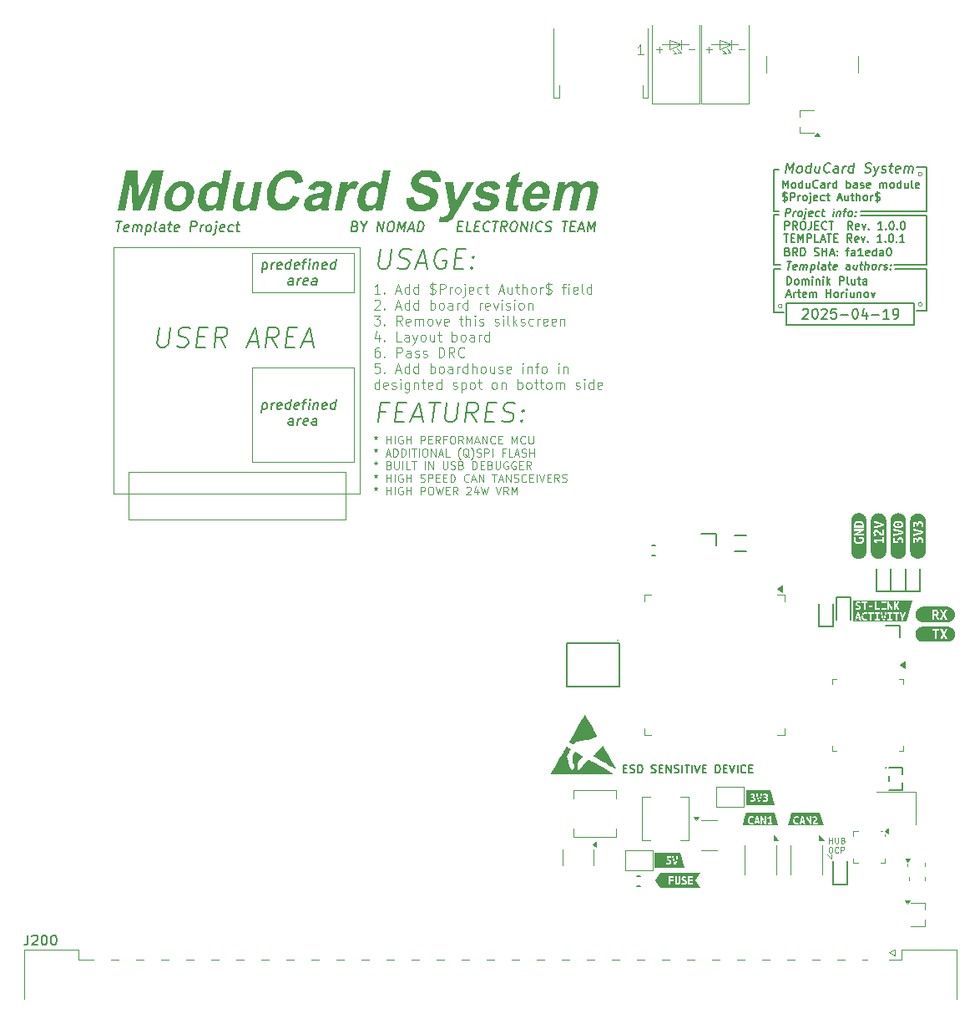
<source format=gbr>
%TF.GenerationSoftware,KiCad,Pcbnew,8.0.9-8.0.9-0~ubuntu24.04.1*%
%TF.CreationDate,2025-04-19T18:55:16+00:00*%
%TF.ProjectId,base-module,62617365-2d6d-46f6-9475-6c652e6b6963,1.0.1*%
%TF.SameCoordinates,Original*%
%TF.FileFunction,Legend,Top*%
%TF.FilePolarity,Positive*%
%FSLAX46Y46*%
G04 Gerber Fmt 4.6, Leading zero omitted, Abs format (unit mm)*
G04 Created by KiCad (PCBNEW 8.0.9-8.0.9-0~ubuntu24.04.1) date 2025-04-19 18:55:16*
%MOMM*%
%LPD*%
G01*
G04 APERTURE LIST*
%ADD10C,0.100000*%
%ADD11C,0.150000*%
%ADD12C,0.200000*%
%ADD13C,0.160000*%
%ADD14C,0.400000*%
%ADD15C,0.000000*%
%ADD16C,0.120000*%
%ADD17C,0.010000*%
G04 APERTURE END LIST*
D10*
X133170000Y-67085001D02*
G75*
G02*
X132770000Y-67085001I-200000J0D01*
G01*
X132770000Y-67085001D02*
G75*
G02*
X133170000Y-67085001I200000J0D01*
G01*
X65170000Y-86685001D02*
X75559631Y-86685001D01*
X75559631Y-96274632D01*
X65170000Y-96274632D01*
X65170000Y-86685001D01*
X52670000Y-97285000D02*
X74670000Y-97285000D01*
X74670000Y-102085001D01*
X52670000Y-102085001D01*
X52670000Y-97285000D01*
D11*
X133595000Y-76285001D02*
X130345000Y-76285001D01*
X130370000Y-76685001D02*
X133620000Y-76685001D01*
X118620000Y-66605001D02*
X118120000Y-66605001D01*
D10*
X123570000Y-136085001D02*
X123970000Y-136485001D01*
D11*
X118620000Y-71205001D02*
X118120000Y-71205001D01*
X118770000Y-76685001D02*
X118120000Y-76685001D01*
D10*
X123970000Y-136485001D02*
X123970000Y-136085001D01*
X133170000Y-80285001D02*
G75*
G02*
X132770000Y-80285001I-200000J0D01*
G01*
X132770000Y-80285001D02*
G75*
G02*
X133170000Y-80285001I200000J0D01*
G01*
X51170000Y-74485001D02*
X76170000Y-74485001D01*
X76170000Y-99485001D01*
X51170000Y-99485001D01*
X51170000Y-74485001D01*
D11*
X133620000Y-71285001D02*
X133620000Y-76285001D01*
X133620000Y-76685001D02*
X133620000Y-80965001D01*
X118120000Y-81085001D02*
X119170000Y-81085001D01*
X126970000Y-71285001D02*
X133595000Y-71285001D01*
X132570000Y-66405001D02*
X133620000Y-66405001D01*
X118120000Y-76285001D02*
X118770000Y-76285001D01*
X118120000Y-66605001D02*
X118120000Y-70885001D01*
X118120000Y-70885001D02*
X118620000Y-70885001D01*
X118120000Y-71205001D02*
X118120000Y-76285001D01*
X118120000Y-76685001D02*
X118120000Y-81085001D01*
X133620000Y-66405001D02*
X133620000Y-70885001D01*
D10*
X65175185Y-75085001D02*
X75564816Y-75085001D01*
X75564816Y-79074632D01*
X65175185Y-79074632D01*
X65175185Y-75085001D01*
D11*
X119370000Y-80185001D02*
X132370000Y-80185001D01*
X132370000Y-82385001D01*
X119370000Y-82385001D01*
X119370000Y-80185001D01*
X133620000Y-80965001D02*
X132570000Y-80965001D01*
D10*
X118970000Y-80485001D02*
G75*
G02*
X118570000Y-80485001I-200000J0D01*
G01*
X118570000Y-80485001D02*
G75*
G02*
X118970000Y-80485001I200000J0D01*
G01*
D11*
X133620000Y-70885001D02*
X126970000Y-70885001D01*
D12*
X66308267Y-90265240D02*
X66183267Y-91265240D01*
X66302314Y-90312859D02*
X66403505Y-90265240D01*
X66403505Y-90265240D02*
X66593981Y-90265240D01*
X66593981Y-90265240D02*
X66683267Y-90312859D01*
X66683267Y-90312859D02*
X66724933Y-90360478D01*
X66724933Y-90360478D02*
X66760648Y-90455716D01*
X66760648Y-90455716D02*
X66724933Y-90741430D01*
X66724933Y-90741430D02*
X66665410Y-90836668D01*
X66665410Y-90836668D02*
X66611838Y-90884288D01*
X66611838Y-90884288D02*
X66510648Y-90931907D01*
X66510648Y-90931907D02*
X66320171Y-90931907D01*
X66320171Y-90931907D02*
X66230886Y-90884288D01*
X67129695Y-90931907D02*
X67213029Y-90265240D01*
X67189219Y-90455716D02*
X67248743Y-90360478D01*
X67248743Y-90360478D02*
X67302314Y-90312859D01*
X67302314Y-90312859D02*
X67403505Y-90265240D01*
X67403505Y-90265240D02*
X67498743Y-90265240D01*
X68135648Y-90884288D02*
X68034458Y-90931907D01*
X68034458Y-90931907D02*
X67843981Y-90931907D01*
X67843981Y-90931907D02*
X67754696Y-90884288D01*
X67754696Y-90884288D02*
X67718981Y-90789049D01*
X67718981Y-90789049D02*
X67766601Y-90408097D01*
X67766601Y-90408097D02*
X67826124Y-90312859D01*
X67826124Y-90312859D02*
X67927315Y-90265240D01*
X67927315Y-90265240D02*
X68117791Y-90265240D01*
X68117791Y-90265240D02*
X68207077Y-90312859D01*
X68207077Y-90312859D02*
X68242791Y-90408097D01*
X68242791Y-90408097D02*
X68230886Y-90503335D01*
X68230886Y-90503335D02*
X67742791Y-90598573D01*
X69034458Y-90931907D02*
X69159458Y-89931907D01*
X69040410Y-90884288D02*
X68939220Y-90931907D01*
X68939220Y-90931907D02*
X68748744Y-90931907D01*
X68748744Y-90931907D02*
X68659458Y-90884288D01*
X68659458Y-90884288D02*
X68617791Y-90836668D01*
X68617791Y-90836668D02*
X68582077Y-90741430D01*
X68582077Y-90741430D02*
X68617791Y-90455716D01*
X68617791Y-90455716D02*
X68677315Y-90360478D01*
X68677315Y-90360478D02*
X68730886Y-90312859D01*
X68730886Y-90312859D02*
X68832077Y-90265240D01*
X68832077Y-90265240D02*
X69022553Y-90265240D01*
X69022553Y-90265240D02*
X69111839Y-90312859D01*
X69897553Y-90884288D02*
X69796363Y-90931907D01*
X69796363Y-90931907D02*
X69605886Y-90931907D01*
X69605886Y-90931907D02*
X69516601Y-90884288D01*
X69516601Y-90884288D02*
X69480886Y-90789049D01*
X69480886Y-90789049D02*
X69528506Y-90408097D01*
X69528506Y-90408097D02*
X69588029Y-90312859D01*
X69588029Y-90312859D02*
X69689220Y-90265240D01*
X69689220Y-90265240D02*
X69879696Y-90265240D01*
X69879696Y-90265240D02*
X69968982Y-90312859D01*
X69968982Y-90312859D02*
X70004696Y-90408097D01*
X70004696Y-90408097D02*
X69992791Y-90503335D01*
X69992791Y-90503335D02*
X69504696Y-90598573D01*
X70308268Y-90265240D02*
X70689220Y-90265240D01*
X70367791Y-90931907D02*
X70474934Y-90074764D01*
X70474934Y-90074764D02*
X70534458Y-89979526D01*
X70534458Y-89979526D02*
X70635649Y-89931907D01*
X70635649Y-89931907D02*
X70730887Y-89931907D01*
X70939220Y-90931907D02*
X71022554Y-90265240D01*
X71064220Y-89931907D02*
X71010649Y-89979526D01*
X71010649Y-89979526D02*
X71052316Y-90027145D01*
X71052316Y-90027145D02*
X71105887Y-89979526D01*
X71105887Y-89979526D02*
X71064220Y-89931907D01*
X71064220Y-89931907D02*
X71052316Y-90027145D01*
X71498744Y-90265240D02*
X71415410Y-90931907D01*
X71486839Y-90360478D02*
X71540410Y-90312859D01*
X71540410Y-90312859D02*
X71641601Y-90265240D01*
X71641601Y-90265240D02*
X71784458Y-90265240D01*
X71784458Y-90265240D02*
X71873744Y-90312859D01*
X71873744Y-90312859D02*
X71909458Y-90408097D01*
X71909458Y-90408097D02*
X71843982Y-90931907D01*
X72707077Y-90884288D02*
X72605887Y-90931907D01*
X72605887Y-90931907D02*
X72415410Y-90931907D01*
X72415410Y-90931907D02*
X72326125Y-90884288D01*
X72326125Y-90884288D02*
X72290410Y-90789049D01*
X72290410Y-90789049D02*
X72338030Y-90408097D01*
X72338030Y-90408097D02*
X72397553Y-90312859D01*
X72397553Y-90312859D02*
X72498744Y-90265240D01*
X72498744Y-90265240D02*
X72689220Y-90265240D01*
X72689220Y-90265240D02*
X72778506Y-90312859D01*
X72778506Y-90312859D02*
X72814220Y-90408097D01*
X72814220Y-90408097D02*
X72802315Y-90503335D01*
X72802315Y-90503335D02*
X72314220Y-90598573D01*
X73605887Y-90931907D02*
X73730887Y-89931907D01*
X73611839Y-90884288D02*
X73510649Y-90931907D01*
X73510649Y-90931907D02*
X73320173Y-90931907D01*
X73320173Y-90931907D02*
X73230887Y-90884288D01*
X73230887Y-90884288D02*
X73189220Y-90836668D01*
X73189220Y-90836668D02*
X73153506Y-90741430D01*
X73153506Y-90741430D02*
X73189220Y-90455716D01*
X73189220Y-90455716D02*
X73248744Y-90360478D01*
X73248744Y-90360478D02*
X73302315Y-90312859D01*
X73302315Y-90312859D02*
X73403506Y-90265240D01*
X73403506Y-90265240D02*
X73593982Y-90265240D01*
X73593982Y-90265240D02*
X73683268Y-90312859D01*
X69320172Y-92541851D02*
X69385648Y-92018041D01*
X69385648Y-92018041D02*
X69349934Y-91922803D01*
X69349934Y-91922803D02*
X69260648Y-91875184D01*
X69260648Y-91875184D02*
X69070172Y-91875184D01*
X69070172Y-91875184D02*
X68968981Y-91922803D01*
X69326124Y-92494232D02*
X69224934Y-92541851D01*
X69224934Y-92541851D02*
X68986838Y-92541851D01*
X68986838Y-92541851D02*
X68897553Y-92494232D01*
X68897553Y-92494232D02*
X68861838Y-92398993D01*
X68861838Y-92398993D02*
X68873743Y-92303755D01*
X68873743Y-92303755D02*
X68933267Y-92208517D01*
X68933267Y-92208517D02*
X69034458Y-92160898D01*
X69034458Y-92160898D02*
X69272553Y-92160898D01*
X69272553Y-92160898D02*
X69373743Y-92113279D01*
X69796362Y-92541851D02*
X69879696Y-91875184D01*
X69855886Y-92065660D02*
X69915410Y-91970422D01*
X69915410Y-91970422D02*
X69968981Y-91922803D01*
X69968981Y-91922803D02*
X70070172Y-91875184D01*
X70070172Y-91875184D02*
X70165410Y-91875184D01*
X70802315Y-92494232D02*
X70701125Y-92541851D01*
X70701125Y-92541851D02*
X70510648Y-92541851D01*
X70510648Y-92541851D02*
X70421363Y-92494232D01*
X70421363Y-92494232D02*
X70385648Y-92398993D01*
X70385648Y-92398993D02*
X70433268Y-92018041D01*
X70433268Y-92018041D02*
X70492791Y-91922803D01*
X70492791Y-91922803D02*
X70593982Y-91875184D01*
X70593982Y-91875184D02*
X70784458Y-91875184D01*
X70784458Y-91875184D02*
X70873744Y-91922803D01*
X70873744Y-91922803D02*
X70909458Y-92018041D01*
X70909458Y-92018041D02*
X70897553Y-92113279D01*
X70897553Y-92113279D02*
X70409458Y-92208517D01*
X71701125Y-92541851D02*
X71766601Y-92018041D01*
X71766601Y-92018041D02*
X71730887Y-91922803D01*
X71730887Y-91922803D02*
X71641601Y-91875184D01*
X71641601Y-91875184D02*
X71451125Y-91875184D01*
X71451125Y-91875184D02*
X71349934Y-91922803D01*
X71707077Y-92494232D02*
X71605887Y-92541851D01*
X71605887Y-92541851D02*
X71367791Y-92541851D01*
X71367791Y-92541851D02*
X71278506Y-92494232D01*
X71278506Y-92494232D02*
X71242791Y-92398993D01*
X71242791Y-92398993D02*
X71254696Y-92303755D01*
X71254696Y-92303755D02*
X71314220Y-92208517D01*
X71314220Y-92208517D02*
X71415411Y-92160898D01*
X71415411Y-92160898D02*
X71653506Y-92160898D01*
X71653506Y-92160898D02*
X71754696Y-92113279D01*
D13*
X102865739Y-127359728D02*
X103132405Y-127359728D01*
X103246691Y-127778776D02*
X102865739Y-127778776D01*
X102865739Y-127778776D02*
X102865739Y-126978776D01*
X102865739Y-126978776D02*
X103246691Y-126978776D01*
X103551453Y-127740681D02*
X103665739Y-127778776D01*
X103665739Y-127778776D02*
X103856215Y-127778776D01*
X103856215Y-127778776D02*
X103932406Y-127740681D01*
X103932406Y-127740681D02*
X103970501Y-127702585D01*
X103970501Y-127702585D02*
X104008596Y-127626395D01*
X104008596Y-127626395D02*
X104008596Y-127550204D01*
X104008596Y-127550204D02*
X103970501Y-127474014D01*
X103970501Y-127474014D02*
X103932406Y-127435919D01*
X103932406Y-127435919D02*
X103856215Y-127397823D01*
X103856215Y-127397823D02*
X103703834Y-127359728D01*
X103703834Y-127359728D02*
X103627644Y-127321633D01*
X103627644Y-127321633D02*
X103589549Y-127283538D01*
X103589549Y-127283538D02*
X103551453Y-127207347D01*
X103551453Y-127207347D02*
X103551453Y-127131157D01*
X103551453Y-127131157D02*
X103589549Y-127054966D01*
X103589549Y-127054966D02*
X103627644Y-127016871D01*
X103627644Y-127016871D02*
X103703834Y-126978776D01*
X103703834Y-126978776D02*
X103894311Y-126978776D01*
X103894311Y-126978776D02*
X104008596Y-127016871D01*
X104351454Y-127778776D02*
X104351454Y-126978776D01*
X104351454Y-126978776D02*
X104541930Y-126978776D01*
X104541930Y-126978776D02*
X104656216Y-127016871D01*
X104656216Y-127016871D02*
X104732406Y-127093061D01*
X104732406Y-127093061D02*
X104770501Y-127169252D01*
X104770501Y-127169252D02*
X104808597Y-127321633D01*
X104808597Y-127321633D02*
X104808597Y-127435919D01*
X104808597Y-127435919D02*
X104770501Y-127588300D01*
X104770501Y-127588300D02*
X104732406Y-127664490D01*
X104732406Y-127664490D02*
X104656216Y-127740681D01*
X104656216Y-127740681D02*
X104541930Y-127778776D01*
X104541930Y-127778776D02*
X104351454Y-127778776D01*
X105722882Y-127740681D02*
X105837168Y-127778776D01*
X105837168Y-127778776D02*
X106027644Y-127778776D01*
X106027644Y-127778776D02*
X106103835Y-127740681D01*
X106103835Y-127740681D02*
X106141930Y-127702585D01*
X106141930Y-127702585D02*
X106180025Y-127626395D01*
X106180025Y-127626395D02*
X106180025Y-127550204D01*
X106180025Y-127550204D02*
X106141930Y-127474014D01*
X106141930Y-127474014D02*
X106103835Y-127435919D01*
X106103835Y-127435919D02*
X106027644Y-127397823D01*
X106027644Y-127397823D02*
X105875263Y-127359728D01*
X105875263Y-127359728D02*
X105799073Y-127321633D01*
X105799073Y-127321633D02*
X105760978Y-127283538D01*
X105760978Y-127283538D02*
X105722882Y-127207347D01*
X105722882Y-127207347D02*
X105722882Y-127131157D01*
X105722882Y-127131157D02*
X105760978Y-127054966D01*
X105760978Y-127054966D02*
X105799073Y-127016871D01*
X105799073Y-127016871D02*
X105875263Y-126978776D01*
X105875263Y-126978776D02*
X106065740Y-126978776D01*
X106065740Y-126978776D02*
X106180025Y-127016871D01*
X106522883Y-127359728D02*
X106789549Y-127359728D01*
X106903835Y-127778776D02*
X106522883Y-127778776D01*
X106522883Y-127778776D02*
X106522883Y-126978776D01*
X106522883Y-126978776D02*
X106903835Y-126978776D01*
X107246693Y-127778776D02*
X107246693Y-126978776D01*
X107246693Y-126978776D02*
X107703836Y-127778776D01*
X107703836Y-127778776D02*
X107703836Y-126978776D01*
X108046692Y-127740681D02*
X108160978Y-127778776D01*
X108160978Y-127778776D02*
X108351454Y-127778776D01*
X108351454Y-127778776D02*
X108427645Y-127740681D01*
X108427645Y-127740681D02*
X108465740Y-127702585D01*
X108465740Y-127702585D02*
X108503835Y-127626395D01*
X108503835Y-127626395D02*
X108503835Y-127550204D01*
X108503835Y-127550204D02*
X108465740Y-127474014D01*
X108465740Y-127474014D02*
X108427645Y-127435919D01*
X108427645Y-127435919D02*
X108351454Y-127397823D01*
X108351454Y-127397823D02*
X108199073Y-127359728D01*
X108199073Y-127359728D02*
X108122883Y-127321633D01*
X108122883Y-127321633D02*
X108084788Y-127283538D01*
X108084788Y-127283538D02*
X108046692Y-127207347D01*
X108046692Y-127207347D02*
X108046692Y-127131157D01*
X108046692Y-127131157D02*
X108084788Y-127054966D01*
X108084788Y-127054966D02*
X108122883Y-127016871D01*
X108122883Y-127016871D02*
X108199073Y-126978776D01*
X108199073Y-126978776D02*
X108389550Y-126978776D01*
X108389550Y-126978776D02*
X108503835Y-127016871D01*
X108846693Y-127778776D02*
X108846693Y-126978776D01*
X109113359Y-126978776D02*
X109570502Y-126978776D01*
X109341930Y-127778776D02*
X109341930Y-126978776D01*
X109837169Y-127778776D02*
X109837169Y-126978776D01*
X110103835Y-126978776D02*
X110370502Y-127778776D01*
X110370502Y-127778776D02*
X110637168Y-126978776D01*
X110903835Y-127359728D02*
X111170501Y-127359728D01*
X111284787Y-127778776D02*
X110903835Y-127778776D01*
X110903835Y-127778776D02*
X110903835Y-126978776D01*
X110903835Y-126978776D02*
X111284787Y-126978776D01*
X112237169Y-127778776D02*
X112237169Y-126978776D01*
X112237169Y-126978776D02*
X112427645Y-126978776D01*
X112427645Y-126978776D02*
X112541931Y-127016871D01*
X112541931Y-127016871D02*
X112618121Y-127093061D01*
X112618121Y-127093061D02*
X112656216Y-127169252D01*
X112656216Y-127169252D02*
X112694312Y-127321633D01*
X112694312Y-127321633D02*
X112694312Y-127435919D01*
X112694312Y-127435919D02*
X112656216Y-127588300D01*
X112656216Y-127588300D02*
X112618121Y-127664490D01*
X112618121Y-127664490D02*
X112541931Y-127740681D01*
X112541931Y-127740681D02*
X112427645Y-127778776D01*
X112427645Y-127778776D02*
X112237169Y-127778776D01*
X113037169Y-127359728D02*
X113303835Y-127359728D01*
X113418121Y-127778776D02*
X113037169Y-127778776D01*
X113037169Y-127778776D02*
X113037169Y-126978776D01*
X113037169Y-126978776D02*
X113418121Y-126978776D01*
X113646693Y-126978776D02*
X113913360Y-127778776D01*
X113913360Y-127778776D02*
X114180026Y-126978776D01*
X114446693Y-127778776D02*
X114446693Y-126978776D01*
X115284788Y-127702585D02*
X115246692Y-127740681D01*
X115246692Y-127740681D02*
X115132407Y-127778776D01*
X115132407Y-127778776D02*
X115056216Y-127778776D01*
X115056216Y-127778776D02*
X114941930Y-127740681D01*
X114941930Y-127740681D02*
X114865740Y-127664490D01*
X114865740Y-127664490D02*
X114827645Y-127588300D01*
X114827645Y-127588300D02*
X114789549Y-127435919D01*
X114789549Y-127435919D02*
X114789549Y-127321633D01*
X114789549Y-127321633D02*
X114827645Y-127169252D01*
X114827645Y-127169252D02*
X114865740Y-127093061D01*
X114865740Y-127093061D02*
X114941930Y-127016871D01*
X114941930Y-127016871D02*
X115056216Y-126978776D01*
X115056216Y-126978776D02*
X115132407Y-126978776D01*
X115132407Y-126978776D02*
X115246692Y-127016871D01*
X115246692Y-127016871D02*
X115284788Y-127054966D01*
X115627645Y-127359728D02*
X115894311Y-127359728D01*
X116008597Y-127778776D02*
X115627645Y-127778776D01*
X115627645Y-127778776D02*
X115627645Y-126978776D01*
X115627645Y-126978776D02*
X116008597Y-126978776D01*
D12*
X119473006Y-75976696D02*
X119930149Y-75976696D01*
X119601578Y-76776696D02*
X119701578Y-75976696D01*
X120406340Y-76738601D02*
X120325387Y-76776696D01*
X120325387Y-76776696D02*
X120173006Y-76776696D01*
X120173006Y-76776696D02*
X120101578Y-76738601D01*
X120101578Y-76738601D02*
X120073006Y-76662410D01*
X120073006Y-76662410D02*
X120111102Y-76357648D01*
X120111102Y-76357648D02*
X120158721Y-76281458D01*
X120158721Y-76281458D02*
X120239673Y-76243362D01*
X120239673Y-76243362D02*
X120392054Y-76243362D01*
X120392054Y-76243362D02*
X120463482Y-76281458D01*
X120463482Y-76281458D02*
X120492054Y-76357648D01*
X120492054Y-76357648D02*
X120482530Y-76433839D01*
X120482530Y-76433839D02*
X120092054Y-76510029D01*
X120782530Y-76776696D02*
X120849196Y-76243362D01*
X120839673Y-76319553D02*
X120882530Y-76281458D01*
X120882530Y-76281458D02*
X120963482Y-76243362D01*
X120963482Y-76243362D02*
X121077768Y-76243362D01*
X121077768Y-76243362D02*
X121149196Y-76281458D01*
X121149196Y-76281458D02*
X121177768Y-76357648D01*
X121177768Y-76357648D02*
X121125387Y-76776696D01*
X121177768Y-76357648D02*
X121225387Y-76281458D01*
X121225387Y-76281458D02*
X121306339Y-76243362D01*
X121306339Y-76243362D02*
X121420625Y-76243362D01*
X121420625Y-76243362D02*
X121492054Y-76281458D01*
X121492054Y-76281458D02*
X121520625Y-76357648D01*
X121520625Y-76357648D02*
X121468244Y-76776696D01*
X121915863Y-76243362D02*
X121815863Y-77043362D01*
X121911102Y-76281458D02*
X121992054Y-76243362D01*
X121992054Y-76243362D02*
X122144435Y-76243362D01*
X122144435Y-76243362D02*
X122215863Y-76281458D01*
X122215863Y-76281458D02*
X122249197Y-76319553D01*
X122249197Y-76319553D02*
X122277768Y-76395743D01*
X122277768Y-76395743D02*
X122249197Y-76624315D01*
X122249197Y-76624315D02*
X122201578Y-76700505D01*
X122201578Y-76700505D02*
X122158721Y-76738601D01*
X122158721Y-76738601D02*
X122077768Y-76776696D01*
X122077768Y-76776696D02*
X121925387Y-76776696D01*
X121925387Y-76776696D02*
X121853959Y-76738601D01*
X122687293Y-76776696D02*
X122615864Y-76738601D01*
X122615864Y-76738601D02*
X122587293Y-76662410D01*
X122587293Y-76662410D02*
X122673007Y-75976696D01*
X123334912Y-76776696D02*
X123387293Y-76357648D01*
X123387293Y-76357648D02*
X123358721Y-76281458D01*
X123358721Y-76281458D02*
X123287293Y-76243362D01*
X123287293Y-76243362D02*
X123134912Y-76243362D01*
X123134912Y-76243362D02*
X123053960Y-76281458D01*
X123339674Y-76738601D02*
X123258721Y-76776696D01*
X123258721Y-76776696D02*
X123068245Y-76776696D01*
X123068245Y-76776696D02*
X122996817Y-76738601D01*
X122996817Y-76738601D02*
X122968245Y-76662410D01*
X122968245Y-76662410D02*
X122977769Y-76586220D01*
X122977769Y-76586220D02*
X123025388Y-76510029D01*
X123025388Y-76510029D02*
X123106341Y-76471934D01*
X123106341Y-76471934D02*
X123296817Y-76471934D01*
X123296817Y-76471934D02*
X123377769Y-76433839D01*
X123668246Y-76243362D02*
X123973008Y-76243362D01*
X123815865Y-75976696D02*
X123730151Y-76662410D01*
X123730151Y-76662410D02*
X123758722Y-76738601D01*
X123758722Y-76738601D02*
X123830151Y-76776696D01*
X123830151Y-76776696D02*
X123906341Y-76776696D01*
X124482532Y-76738601D02*
X124401579Y-76776696D01*
X124401579Y-76776696D02*
X124249198Y-76776696D01*
X124249198Y-76776696D02*
X124177770Y-76738601D01*
X124177770Y-76738601D02*
X124149198Y-76662410D01*
X124149198Y-76662410D02*
X124187294Y-76357648D01*
X124187294Y-76357648D02*
X124234913Y-76281458D01*
X124234913Y-76281458D02*
X124315865Y-76243362D01*
X124315865Y-76243362D02*
X124468246Y-76243362D01*
X124468246Y-76243362D02*
X124539674Y-76281458D01*
X124539674Y-76281458D02*
X124568246Y-76357648D01*
X124568246Y-76357648D02*
X124558722Y-76433839D01*
X124558722Y-76433839D02*
X124168246Y-76510029D01*
X125811103Y-76776696D02*
X125863484Y-76357648D01*
X125863484Y-76357648D02*
X125834912Y-76281458D01*
X125834912Y-76281458D02*
X125763484Y-76243362D01*
X125763484Y-76243362D02*
X125611103Y-76243362D01*
X125611103Y-76243362D02*
X125530151Y-76281458D01*
X125815865Y-76738601D02*
X125734912Y-76776696D01*
X125734912Y-76776696D02*
X125544436Y-76776696D01*
X125544436Y-76776696D02*
X125473008Y-76738601D01*
X125473008Y-76738601D02*
X125444436Y-76662410D01*
X125444436Y-76662410D02*
X125453960Y-76586220D01*
X125453960Y-76586220D02*
X125501579Y-76510029D01*
X125501579Y-76510029D02*
X125582532Y-76471934D01*
X125582532Y-76471934D02*
X125773008Y-76471934D01*
X125773008Y-76471934D02*
X125853960Y-76433839D01*
X126601580Y-76243362D02*
X126534913Y-76776696D01*
X126258722Y-76243362D02*
X126206342Y-76662410D01*
X126206342Y-76662410D02*
X126234913Y-76738601D01*
X126234913Y-76738601D02*
X126306342Y-76776696D01*
X126306342Y-76776696D02*
X126420627Y-76776696D01*
X126420627Y-76776696D02*
X126501580Y-76738601D01*
X126501580Y-76738601D02*
X126544437Y-76700505D01*
X126868247Y-76243362D02*
X127173009Y-76243362D01*
X127015866Y-75976696D02*
X126930152Y-76662410D01*
X126930152Y-76662410D02*
X126958723Y-76738601D01*
X126958723Y-76738601D02*
X127030152Y-76776696D01*
X127030152Y-76776696D02*
X127106342Y-76776696D01*
X127373009Y-76776696D02*
X127473009Y-75976696D01*
X127715866Y-76776696D02*
X127768247Y-76357648D01*
X127768247Y-76357648D02*
X127739675Y-76281458D01*
X127739675Y-76281458D02*
X127668247Y-76243362D01*
X127668247Y-76243362D02*
X127553961Y-76243362D01*
X127553961Y-76243362D02*
X127473009Y-76281458D01*
X127473009Y-76281458D02*
X127430152Y-76319553D01*
X128211105Y-76776696D02*
X128139676Y-76738601D01*
X128139676Y-76738601D02*
X128106343Y-76700505D01*
X128106343Y-76700505D02*
X128077771Y-76624315D01*
X128077771Y-76624315D02*
X128106343Y-76395743D01*
X128106343Y-76395743D02*
X128153962Y-76319553D01*
X128153962Y-76319553D02*
X128196819Y-76281458D01*
X128196819Y-76281458D02*
X128277771Y-76243362D01*
X128277771Y-76243362D02*
X128392057Y-76243362D01*
X128392057Y-76243362D02*
X128463485Y-76281458D01*
X128463485Y-76281458D02*
X128496819Y-76319553D01*
X128496819Y-76319553D02*
X128525390Y-76395743D01*
X128525390Y-76395743D02*
X128496819Y-76624315D01*
X128496819Y-76624315D02*
X128449200Y-76700505D01*
X128449200Y-76700505D02*
X128406343Y-76738601D01*
X128406343Y-76738601D02*
X128325390Y-76776696D01*
X128325390Y-76776696D02*
X128211105Y-76776696D01*
X128820629Y-76776696D02*
X128887295Y-76243362D01*
X128868248Y-76395743D02*
X128915867Y-76319553D01*
X128915867Y-76319553D02*
X128958724Y-76281458D01*
X128958724Y-76281458D02*
X129039676Y-76243362D01*
X129039676Y-76243362D02*
X129115867Y-76243362D01*
X129282533Y-76738601D02*
X129353962Y-76776696D01*
X129353962Y-76776696D02*
X129506343Y-76776696D01*
X129506343Y-76776696D02*
X129587295Y-76738601D01*
X129587295Y-76738601D02*
X129634914Y-76662410D01*
X129634914Y-76662410D02*
X129639676Y-76624315D01*
X129639676Y-76624315D02*
X129611105Y-76548124D01*
X129611105Y-76548124D02*
X129539676Y-76510029D01*
X129539676Y-76510029D02*
X129425391Y-76510029D01*
X129425391Y-76510029D02*
X129353962Y-76471934D01*
X129353962Y-76471934D02*
X129325391Y-76395743D01*
X129325391Y-76395743D02*
X129330153Y-76357648D01*
X129330153Y-76357648D02*
X129377772Y-76281458D01*
X129377772Y-76281458D02*
X129458724Y-76243362D01*
X129458724Y-76243362D02*
X129573010Y-76243362D01*
X129573010Y-76243362D02*
X129644438Y-76281458D01*
X129973010Y-76700505D02*
X130006343Y-76738601D01*
X130006343Y-76738601D02*
X129963486Y-76776696D01*
X129963486Y-76776696D02*
X129930152Y-76738601D01*
X129930152Y-76738601D02*
X129973010Y-76700505D01*
X129973010Y-76700505D02*
X129963486Y-76776696D01*
X130025391Y-76281458D02*
X130058724Y-76319553D01*
X130058724Y-76319553D02*
X130015867Y-76357648D01*
X130015867Y-76357648D02*
X129982533Y-76319553D01*
X129982533Y-76319553D02*
X130025391Y-76281458D01*
X130025391Y-76281458D02*
X130015867Y-76357648D01*
X75668030Y-72380410D02*
X75804935Y-72428029D01*
X75804935Y-72428029D02*
X75846601Y-72475648D01*
X75846601Y-72475648D02*
X75882316Y-72570886D01*
X75882316Y-72570886D02*
X75864458Y-72713743D01*
X75864458Y-72713743D02*
X75804935Y-72808981D01*
X75804935Y-72808981D02*
X75751363Y-72856601D01*
X75751363Y-72856601D02*
X75650173Y-72904220D01*
X75650173Y-72904220D02*
X75269220Y-72904220D01*
X75269220Y-72904220D02*
X75394220Y-71904220D01*
X75394220Y-71904220D02*
X75727554Y-71904220D01*
X75727554Y-71904220D02*
X75816839Y-71951839D01*
X75816839Y-71951839D02*
X75858506Y-71999458D01*
X75858506Y-71999458D02*
X75894220Y-72094696D01*
X75894220Y-72094696D02*
X75882316Y-72189934D01*
X75882316Y-72189934D02*
X75822792Y-72285172D01*
X75822792Y-72285172D02*
X75769220Y-72332791D01*
X75769220Y-72332791D02*
X75668030Y-72380410D01*
X75668030Y-72380410D02*
X75334697Y-72380410D01*
X76519220Y-72428029D02*
X76459697Y-72904220D01*
X76251363Y-71904220D02*
X76519220Y-72428029D01*
X76519220Y-72428029D02*
X76918030Y-71904220D01*
X77888268Y-72904220D02*
X78013268Y-71904220D01*
X78013268Y-71904220D02*
X78459697Y-72904220D01*
X78459697Y-72904220D02*
X78584697Y-71904220D01*
X79251364Y-71904220D02*
X79441840Y-71904220D01*
X79441840Y-71904220D02*
X79531125Y-71951839D01*
X79531125Y-71951839D02*
X79614459Y-72047077D01*
X79614459Y-72047077D02*
X79638268Y-72237553D01*
X79638268Y-72237553D02*
X79596602Y-72570886D01*
X79596602Y-72570886D02*
X79525173Y-72761362D01*
X79525173Y-72761362D02*
X79418030Y-72856601D01*
X79418030Y-72856601D02*
X79316840Y-72904220D01*
X79316840Y-72904220D02*
X79126364Y-72904220D01*
X79126364Y-72904220D02*
X79037078Y-72856601D01*
X79037078Y-72856601D02*
X78953745Y-72761362D01*
X78953745Y-72761362D02*
X78929935Y-72570886D01*
X78929935Y-72570886D02*
X78971602Y-72237553D01*
X78971602Y-72237553D02*
X79043030Y-72047077D01*
X79043030Y-72047077D02*
X79150173Y-71951839D01*
X79150173Y-71951839D02*
X79251364Y-71904220D01*
X79983506Y-72904220D02*
X80108506Y-71904220D01*
X80108506Y-71904220D02*
X80352554Y-72618505D01*
X80352554Y-72618505D02*
X80775173Y-71904220D01*
X80775173Y-71904220D02*
X80650173Y-72904220D01*
X81114459Y-72618505D02*
X81590649Y-72618505D01*
X80983506Y-72904220D02*
X81441840Y-71904220D01*
X81441840Y-71904220D02*
X81650173Y-72904220D01*
X81983506Y-72904220D02*
X82108506Y-71904220D01*
X82108506Y-71904220D02*
X82346602Y-71904220D01*
X82346602Y-71904220D02*
X82483506Y-71951839D01*
X82483506Y-71951839D02*
X82566840Y-72047077D01*
X82566840Y-72047077D02*
X82602554Y-72142315D01*
X82602554Y-72142315D02*
X82626364Y-72332791D01*
X82626364Y-72332791D02*
X82608506Y-72475648D01*
X82608506Y-72475648D02*
X82537078Y-72666124D01*
X82537078Y-72666124D02*
X82477554Y-72761362D01*
X82477554Y-72761362D02*
X82370411Y-72856601D01*
X82370411Y-72856601D02*
X82221602Y-72904220D01*
X82221602Y-72904220D02*
X81983506Y-72904220D01*
X86096603Y-72380410D02*
X86429936Y-72380410D01*
X86507317Y-72904220D02*
X86031126Y-72904220D01*
X86031126Y-72904220D02*
X86156126Y-71904220D01*
X86156126Y-71904220D02*
X86632317Y-71904220D01*
X87412079Y-72904220D02*
X86935888Y-72904220D01*
X86935888Y-72904220D02*
X87060888Y-71904220D01*
X87810889Y-72380410D02*
X88144222Y-72380410D01*
X88221603Y-72904220D02*
X87745412Y-72904220D01*
X87745412Y-72904220D02*
X87870412Y-71904220D01*
X87870412Y-71904220D02*
X88346603Y-71904220D01*
X89233508Y-72808981D02*
X89179936Y-72856601D01*
X89179936Y-72856601D02*
X89031127Y-72904220D01*
X89031127Y-72904220D02*
X88935889Y-72904220D01*
X88935889Y-72904220D02*
X88798984Y-72856601D01*
X88798984Y-72856601D02*
X88715651Y-72761362D01*
X88715651Y-72761362D02*
X88679936Y-72666124D01*
X88679936Y-72666124D02*
X88656127Y-72475648D01*
X88656127Y-72475648D02*
X88673984Y-72332791D01*
X88673984Y-72332791D02*
X88745412Y-72142315D01*
X88745412Y-72142315D02*
X88804936Y-72047077D01*
X88804936Y-72047077D02*
X88912079Y-71951839D01*
X88912079Y-71951839D02*
X89060889Y-71904220D01*
X89060889Y-71904220D02*
X89156127Y-71904220D01*
X89156127Y-71904220D02*
X89293032Y-71951839D01*
X89293032Y-71951839D02*
X89334698Y-71999458D01*
X89632317Y-71904220D02*
X90203746Y-71904220D01*
X89793032Y-72904220D02*
X89918032Y-71904220D01*
X90983508Y-72904220D02*
X90709698Y-72428029D01*
X90412079Y-72904220D02*
X90537079Y-71904220D01*
X90537079Y-71904220D02*
X90918032Y-71904220D01*
X90918032Y-71904220D02*
X91007317Y-71951839D01*
X91007317Y-71951839D02*
X91048984Y-71999458D01*
X91048984Y-71999458D02*
X91084698Y-72094696D01*
X91084698Y-72094696D02*
X91066841Y-72237553D01*
X91066841Y-72237553D02*
X91007317Y-72332791D01*
X91007317Y-72332791D02*
X90953746Y-72380410D01*
X90953746Y-72380410D02*
X90852556Y-72428029D01*
X90852556Y-72428029D02*
X90471603Y-72428029D01*
X91727556Y-71904220D02*
X91918032Y-71904220D01*
X91918032Y-71904220D02*
X92007317Y-71951839D01*
X92007317Y-71951839D02*
X92090651Y-72047077D01*
X92090651Y-72047077D02*
X92114460Y-72237553D01*
X92114460Y-72237553D02*
X92072794Y-72570886D01*
X92072794Y-72570886D02*
X92001365Y-72761362D01*
X92001365Y-72761362D02*
X91894222Y-72856601D01*
X91894222Y-72856601D02*
X91793032Y-72904220D01*
X91793032Y-72904220D02*
X91602556Y-72904220D01*
X91602556Y-72904220D02*
X91513270Y-72856601D01*
X91513270Y-72856601D02*
X91429937Y-72761362D01*
X91429937Y-72761362D02*
X91406127Y-72570886D01*
X91406127Y-72570886D02*
X91447794Y-72237553D01*
X91447794Y-72237553D02*
X91519222Y-72047077D01*
X91519222Y-72047077D02*
X91626365Y-71951839D01*
X91626365Y-71951839D02*
X91727556Y-71904220D01*
X92459698Y-72904220D02*
X92584698Y-71904220D01*
X92584698Y-71904220D02*
X93031127Y-72904220D01*
X93031127Y-72904220D02*
X93156127Y-71904220D01*
X93507317Y-72904220D02*
X93632317Y-71904220D01*
X94566841Y-72808981D02*
X94513269Y-72856601D01*
X94513269Y-72856601D02*
X94364460Y-72904220D01*
X94364460Y-72904220D02*
X94269222Y-72904220D01*
X94269222Y-72904220D02*
X94132317Y-72856601D01*
X94132317Y-72856601D02*
X94048984Y-72761362D01*
X94048984Y-72761362D02*
X94013269Y-72666124D01*
X94013269Y-72666124D02*
X93989460Y-72475648D01*
X93989460Y-72475648D02*
X94007317Y-72332791D01*
X94007317Y-72332791D02*
X94078745Y-72142315D01*
X94078745Y-72142315D02*
X94138269Y-72047077D01*
X94138269Y-72047077D02*
X94245412Y-71951839D01*
X94245412Y-71951839D02*
X94394222Y-71904220D01*
X94394222Y-71904220D02*
X94489460Y-71904220D01*
X94489460Y-71904220D02*
X94626365Y-71951839D01*
X94626365Y-71951839D02*
X94668031Y-71999458D01*
X94941841Y-72856601D02*
X95078745Y-72904220D01*
X95078745Y-72904220D02*
X95316841Y-72904220D01*
X95316841Y-72904220D02*
X95418031Y-72856601D01*
X95418031Y-72856601D02*
X95471603Y-72808981D01*
X95471603Y-72808981D02*
X95531126Y-72713743D01*
X95531126Y-72713743D02*
X95543031Y-72618505D01*
X95543031Y-72618505D02*
X95507317Y-72523267D01*
X95507317Y-72523267D02*
X95465650Y-72475648D01*
X95465650Y-72475648D02*
X95376365Y-72428029D01*
X95376365Y-72428029D02*
X95191841Y-72380410D01*
X95191841Y-72380410D02*
X95102555Y-72332791D01*
X95102555Y-72332791D02*
X95060888Y-72285172D01*
X95060888Y-72285172D02*
X95025174Y-72189934D01*
X95025174Y-72189934D02*
X95037079Y-72094696D01*
X95037079Y-72094696D02*
X95096603Y-71999458D01*
X95096603Y-71999458D02*
X95150174Y-71951839D01*
X95150174Y-71951839D02*
X95251365Y-71904220D01*
X95251365Y-71904220D02*
X95489460Y-71904220D01*
X95489460Y-71904220D02*
X95626365Y-71951839D01*
X96679936Y-71904220D02*
X97251365Y-71904220D01*
X96840651Y-72904220D02*
X96965651Y-71904220D01*
X97525175Y-72380410D02*
X97858508Y-72380410D01*
X97935889Y-72904220D02*
X97459698Y-72904220D01*
X97459698Y-72904220D02*
X97584698Y-71904220D01*
X97584698Y-71904220D02*
X98060889Y-71904220D01*
X98352556Y-72618505D02*
X98828746Y-72618505D01*
X98221603Y-72904220D02*
X98679937Y-71904220D01*
X98679937Y-71904220D02*
X98888270Y-72904220D01*
X99221603Y-72904220D02*
X99346603Y-71904220D01*
X99346603Y-71904220D02*
X99590651Y-72618505D01*
X99590651Y-72618505D02*
X100013270Y-71904220D01*
X100013270Y-71904220D02*
X99888270Y-72904220D01*
D10*
X77740550Y-93630076D02*
X77740550Y-93820552D01*
X77550074Y-93744361D02*
X77740550Y-93820552D01*
X77740550Y-93820552D02*
X77931027Y-93744361D01*
X77626265Y-93972933D02*
X77740550Y-93820552D01*
X77740550Y-93820552D02*
X77854836Y-93972933D01*
X78845313Y-94430076D02*
X78845313Y-93630076D01*
X78845313Y-94011028D02*
X79302456Y-94011028D01*
X79302456Y-94430076D02*
X79302456Y-93630076D01*
X79683408Y-94430076D02*
X79683408Y-93630076D01*
X80483407Y-93668171D02*
X80407217Y-93630076D01*
X80407217Y-93630076D02*
X80292931Y-93630076D01*
X80292931Y-93630076D02*
X80178645Y-93668171D01*
X80178645Y-93668171D02*
X80102455Y-93744361D01*
X80102455Y-93744361D02*
X80064360Y-93820552D01*
X80064360Y-93820552D02*
X80026264Y-93972933D01*
X80026264Y-93972933D02*
X80026264Y-94087219D01*
X80026264Y-94087219D02*
X80064360Y-94239600D01*
X80064360Y-94239600D02*
X80102455Y-94315790D01*
X80102455Y-94315790D02*
X80178645Y-94391981D01*
X80178645Y-94391981D02*
X80292931Y-94430076D01*
X80292931Y-94430076D02*
X80369122Y-94430076D01*
X80369122Y-94430076D02*
X80483407Y-94391981D01*
X80483407Y-94391981D02*
X80521503Y-94353885D01*
X80521503Y-94353885D02*
X80521503Y-94087219D01*
X80521503Y-94087219D02*
X80369122Y-94087219D01*
X80864360Y-94430076D02*
X80864360Y-93630076D01*
X80864360Y-94011028D02*
X81321503Y-94011028D01*
X81321503Y-94430076D02*
X81321503Y-93630076D01*
X82311979Y-94430076D02*
X82311979Y-93630076D01*
X82311979Y-93630076D02*
X82616741Y-93630076D01*
X82616741Y-93630076D02*
X82692931Y-93668171D01*
X82692931Y-93668171D02*
X82731026Y-93706266D01*
X82731026Y-93706266D02*
X82769122Y-93782457D01*
X82769122Y-93782457D02*
X82769122Y-93896742D01*
X82769122Y-93896742D02*
X82731026Y-93972933D01*
X82731026Y-93972933D02*
X82692931Y-94011028D01*
X82692931Y-94011028D02*
X82616741Y-94049123D01*
X82616741Y-94049123D02*
X82311979Y-94049123D01*
X83111979Y-94011028D02*
X83378645Y-94011028D01*
X83492931Y-94430076D02*
X83111979Y-94430076D01*
X83111979Y-94430076D02*
X83111979Y-93630076D01*
X83111979Y-93630076D02*
X83492931Y-93630076D01*
X84292932Y-94430076D02*
X84026265Y-94049123D01*
X83835789Y-94430076D02*
X83835789Y-93630076D01*
X83835789Y-93630076D02*
X84140551Y-93630076D01*
X84140551Y-93630076D02*
X84216741Y-93668171D01*
X84216741Y-93668171D02*
X84254836Y-93706266D01*
X84254836Y-93706266D02*
X84292932Y-93782457D01*
X84292932Y-93782457D02*
X84292932Y-93896742D01*
X84292932Y-93896742D02*
X84254836Y-93972933D01*
X84254836Y-93972933D02*
X84216741Y-94011028D01*
X84216741Y-94011028D02*
X84140551Y-94049123D01*
X84140551Y-94049123D02*
X83835789Y-94049123D01*
X84902455Y-94011028D02*
X84635789Y-94011028D01*
X84635789Y-94430076D02*
X84635789Y-93630076D01*
X84635789Y-93630076D02*
X85016741Y-93630076D01*
X85473884Y-93630076D02*
X85626265Y-93630076D01*
X85626265Y-93630076D02*
X85702455Y-93668171D01*
X85702455Y-93668171D02*
X85778646Y-93744361D01*
X85778646Y-93744361D02*
X85816741Y-93896742D01*
X85816741Y-93896742D02*
X85816741Y-94163409D01*
X85816741Y-94163409D02*
X85778646Y-94315790D01*
X85778646Y-94315790D02*
X85702455Y-94391981D01*
X85702455Y-94391981D02*
X85626265Y-94430076D01*
X85626265Y-94430076D02*
X85473884Y-94430076D01*
X85473884Y-94430076D02*
X85397693Y-94391981D01*
X85397693Y-94391981D02*
X85321503Y-94315790D01*
X85321503Y-94315790D02*
X85283407Y-94163409D01*
X85283407Y-94163409D02*
X85283407Y-93896742D01*
X85283407Y-93896742D02*
X85321503Y-93744361D01*
X85321503Y-93744361D02*
X85397693Y-93668171D01*
X85397693Y-93668171D02*
X85473884Y-93630076D01*
X86616741Y-94430076D02*
X86350074Y-94049123D01*
X86159598Y-94430076D02*
X86159598Y-93630076D01*
X86159598Y-93630076D02*
X86464360Y-93630076D01*
X86464360Y-93630076D02*
X86540550Y-93668171D01*
X86540550Y-93668171D02*
X86578645Y-93706266D01*
X86578645Y-93706266D02*
X86616741Y-93782457D01*
X86616741Y-93782457D02*
X86616741Y-93896742D01*
X86616741Y-93896742D02*
X86578645Y-93972933D01*
X86578645Y-93972933D02*
X86540550Y-94011028D01*
X86540550Y-94011028D02*
X86464360Y-94049123D01*
X86464360Y-94049123D02*
X86159598Y-94049123D01*
X86959598Y-94430076D02*
X86959598Y-93630076D01*
X86959598Y-93630076D02*
X87226264Y-94201504D01*
X87226264Y-94201504D02*
X87492931Y-93630076D01*
X87492931Y-93630076D02*
X87492931Y-94430076D01*
X87835788Y-94201504D02*
X88216741Y-94201504D01*
X87759598Y-94430076D02*
X88026265Y-93630076D01*
X88026265Y-93630076D02*
X88292931Y-94430076D01*
X88559598Y-94430076D02*
X88559598Y-93630076D01*
X88559598Y-93630076D02*
X89016741Y-94430076D01*
X89016741Y-94430076D02*
X89016741Y-93630076D01*
X89854836Y-94353885D02*
X89816740Y-94391981D01*
X89816740Y-94391981D02*
X89702455Y-94430076D01*
X89702455Y-94430076D02*
X89626264Y-94430076D01*
X89626264Y-94430076D02*
X89511978Y-94391981D01*
X89511978Y-94391981D02*
X89435788Y-94315790D01*
X89435788Y-94315790D02*
X89397693Y-94239600D01*
X89397693Y-94239600D02*
X89359597Y-94087219D01*
X89359597Y-94087219D02*
X89359597Y-93972933D01*
X89359597Y-93972933D02*
X89397693Y-93820552D01*
X89397693Y-93820552D02*
X89435788Y-93744361D01*
X89435788Y-93744361D02*
X89511978Y-93668171D01*
X89511978Y-93668171D02*
X89626264Y-93630076D01*
X89626264Y-93630076D02*
X89702455Y-93630076D01*
X89702455Y-93630076D02*
X89816740Y-93668171D01*
X89816740Y-93668171D02*
X89854836Y-93706266D01*
X90197693Y-94011028D02*
X90464359Y-94011028D01*
X90578645Y-94430076D02*
X90197693Y-94430076D01*
X90197693Y-94430076D02*
X90197693Y-93630076D01*
X90197693Y-93630076D02*
X90578645Y-93630076D01*
X91531027Y-94430076D02*
X91531027Y-93630076D01*
X91531027Y-93630076D02*
X91797693Y-94201504D01*
X91797693Y-94201504D02*
X92064360Y-93630076D01*
X92064360Y-93630076D02*
X92064360Y-94430076D01*
X92902456Y-94353885D02*
X92864360Y-94391981D01*
X92864360Y-94391981D02*
X92750075Y-94430076D01*
X92750075Y-94430076D02*
X92673884Y-94430076D01*
X92673884Y-94430076D02*
X92559598Y-94391981D01*
X92559598Y-94391981D02*
X92483408Y-94315790D01*
X92483408Y-94315790D02*
X92445313Y-94239600D01*
X92445313Y-94239600D02*
X92407217Y-94087219D01*
X92407217Y-94087219D02*
X92407217Y-93972933D01*
X92407217Y-93972933D02*
X92445313Y-93820552D01*
X92445313Y-93820552D02*
X92483408Y-93744361D01*
X92483408Y-93744361D02*
X92559598Y-93668171D01*
X92559598Y-93668171D02*
X92673884Y-93630076D01*
X92673884Y-93630076D02*
X92750075Y-93630076D01*
X92750075Y-93630076D02*
X92864360Y-93668171D01*
X92864360Y-93668171D02*
X92902456Y-93706266D01*
X93245313Y-93630076D02*
X93245313Y-94277695D01*
X93245313Y-94277695D02*
X93283408Y-94353885D01*
X93283408Y-94353885D02*
X93321503Y-94391981D01*
X93321503Y-94391981D02*
X93397694Y-94430076D01*
X93397694Y-94430076D02*
X93550075Y-94430076D01*
X93550075Y-94430076D02*
X93626265Y-94391981D01*
X93626265Y-94391981D02*
X93664360Y-94353885D01*
X93664360Y-94353885D02*
X93702456Y-94277695D01*
X93702456Y-94277695D02*
X93702456Y-93630076D01*
X77740550Y-94918031D02*
X77740550Y-95108507D01*
X77550074Y-95032316D02*
X77740550Y-95108507D01*
X77740550Y-95108507D02*
X77931027Y-95032316D01*
X77626265Y-95260888D02*
X77740550Y-95108507D01*
X77740550Y-95108507D02*
X77854836Y-95260888D01*
X78807217Y-95489459D02*
X79188170Y-95489459D01*
X78731027Y-95718031D02*
X78997694Y-94918031D01*
X78997694Y-94918031D02*
X79264360Y-95718031D01*
X79531027Y-95718031D02*
X79531027Y-94918031D01*
X79531027Y-94918031D02*
X79721503Y-94918031D01*
X79721503Y-94918031D02*
X79835789Y-94956126D01*
X79835789Y-94956126D02*
X79911979Y-95032316D01*
X79911979Y-95032316D02*
X79950074Y-95108507D01*
X79950074Y-95108507D02*
X79988170Y-95260888D01*
X79988170Y-95260888D02*
X79988170Y-95375174D01*
X79988170Y-95375174D02*
X79950074Y-95527555D01*
X79950074Y-95527555D02*
X79911979Y-95603745D01*
X79911979Y-95603745D02*
X79835789Y-95679936D01*
X79835789Y-95679936D02*
X79721503Y-95718031D01*
X79721503Y-95718031D02*
X79531027Y-95718031D01*
X80331027Y-95718031D02*
X80331027Y-94918031D01*
X80331027Y-94918031D02*
X80521503Y-94918031D01*
X80521503Y-94918031D02*
X80635789Y-94956126D01*
X80635789Y-94956126D02*
X80711979Y-95032316D01*
X80711979Y-95032316D02*
X80750074Y-95108507D01*
X80750074Y-95108507D02*
X80788170Y-95260888D01*
X80788170Y-95260888D02*
X80788170Y-95375174D01*
X80788170Y-95375174D02*
X80750074Y-95527555D01*
X80750074Y-95527555D02*
X80711979Y-95603745D01*
X80711979Y-95603745D02*
X80635789Y-95679936D01*
X80635789Y-95679936D02*
X80521503Y-95718031D01*
X80521503Y-95718031D02*
X80331027Y-95718031D01*
X81131027Y-95718031D02*
X81131027Y-94918031D01*
X81397693Y-94918031D02*
X81854836Y-94918031D01*
X81626264Y-95718031D02*
X81626264Y-94918031D01*
X82121503Y-95718031D02*
X82121503Y-94918031D01*
X82654836Y-94918031D02*
X82807217Y-94918031D01*
X82807217Y-94918031D02*
X82883407Y-94956126D01*
X82883407Y-94956126D02*
X82959598Y-95032316D01*
X82959598Y-95032316D02*
X82997693Y-95184697D01*
X82997693Y-95184697D02*
X82997693Y-95451364D01*
X82997693Y-95451364D02*
X82959598Y-95603745D01*
X82959598Y-95603745D02*
X82883407Y-95679936D01*
X82883407Y-95679936D02*
X82807217Y-95718031D01*
X82807217Y-95718031D02*
X82654836Y-95718031D01*
X82654836Y-95718031D02*
X82578645Y-95679936D01*
X82578645Y-95679936D02*
X82502455Y-95603745D01*
X82502455Y-95603745D02*
X82464359Y-95451364D01*
X82464359Y-95451364D02*
X82464359Y-95184697D01*
X82464359Y-95184697D02*
X82502455Y-95032316D01*
X82502455Y-95032316D02*
X82578645Y-94956126D01*
X82578645Y-94956126D02*
X82654836Y-94918031D01*
X83340550Y-95718031D02*
X83340550Y-94918031D01*
X83340550Y-94918031D02*
X83797693Y-95718031D01*
X83797693Y-95718031D02*
X83797693Y-94918031D01*
X84140549Y-95489459D02*
X84521502Y-95489459D01*
X84064359Y-95718031D02*
X84331026Y-94918031D01*
X84331026Y-94918031D02*
X84597692Y-95718031D01*
X85245311Y-95718031D02*
X84864359Y-95718031D01*
X84864359Y-95718031D02*
X84864359Y-94918031D01*
X86350073Y-96022793D02*
X86311978Y-95984697D01*
X86311978Y-95984697D02*
X86235787Y-95870412D01*
X86235787Y-95870412D02*
X86197692Y-95794221D01*
X86197692Y-95794221D02*
X86159597Y-95679936D01*
X86159597Y-95679936D02*
X86121502Y-95489459D01*
X86121502Y-95489459D02*
X86121502Y-95337078D01*
X86121502Y-95337078D02*
X86159597Y-95146602D01*
X86159597Y-95146602D02*
X86197692Y-95032316D01*
X86197692Y-95032316D02*
X86235787Y-94956126D01*
X86235787Y-94956126D02*
X86311978Y-94841840D01*
X86311978Y-94841840D02*
X86350073Y-94803745D01*
X87188168Y-95794221D02*
X87111978Y-95756126D01*
X87111978Y-95756126D02*
X87035787Y-95679936D01*
X87035787Y-95679936D02*
X86921501Y-95565650D01*
X86921501Y-95565650D02*
X86845311Y-95527555D01*
X86845311Y-95527555D02*
X86769120Y-95527555D01*
X86807216Y-95718031D02*
X86731025Y-95679936D01*
X86731025Y-95679936D02*
X86654835Y-95603745D01*
X86654835Y-95603745D02*
X86616739Y-95451364D01*
X86616739Y-95451364D02*
X86616739Y-95184697D01*
X86616739Y-95184697D02*
X86654835Y-95032316D01*
X86654835Y-95032316D02*
X86731025Y-94956126D01*
X86731025Y-94956126D02*
X86807216Y-94918031D01*
X86807216Y-94918031D02*
X86959597Y-94918031D01*
X86959597Y-94918031D02*
X87035787Y-94956126D01*
X87035787Y-94956126D02*
X87111978Y-95032316D01*
X87111978Y-95032316D02*
X87150073Y-95184697D01*
X87150073Y-95184697D02*
X87150073Y-95451364D01*
X87150073Y-95451364D02*
X87111978Y-95603745D01*
X87111978Y-95603745D02*
X87035787Y-95679936D01*
X87035787Y-95679936D02*
X86959597Y-95718031D01*
X86959597Y-95718031D02*
X86807216Y-95718031D01*
X87416739Y-96022793D02*
X87454834Y-95984697D01*
X87454834Y-95984697D02*
X87531025Y-95870412D01*
X87531025Y-95870412D02*
X87569120Y-95794221D01*
X87569120Y-95794221D02*
X87607215Y-95679936D01*
X87607215Y-95679936D02*
X87645311Y-95489459D01*
X87645311Y-95489459D02*
X87645311Y-95337078D01*
X87645311Y-95337078D02*
X87607215Y-95146602D01*
X87607215Y-95146602D02*
X87569120Y-95032316D01*
X87569120Y-95032316D02*
X87531025Y-94956126D01*
X87531025Y-94956126D02*
X87454834Y-94841840D01*
X87454834Y-94841840D02*
X87416739Y-94803745D01*
X87988167Y-95679936D02*
X88102453Y-95718031D01*
X88102453Y-95718031D02*
X88292929Y-95718031D01*
X88292929Y-95718031D02*
X88369120Y-95679936D01*
X88369120Y-95679936D02*
X88407215Y-95641840D01*
X88407215Y-95641840D02*
X88445310Y-95565650D01*
X88445310Y-95565650D02*
X88445310Y-95489459D01*
X88445310Y-95489459D02*
X88407215Y-95413269D01*
X88407215Y-95413269D02*
X88369120Y-95375174D01*
X88369120Y-95375174D02*
X88292929Y-95337078D01*
X88292929Y-95337078D02*
X88140548Y-95298983D01*
X88140548Y-95298983D02*
X88064358Y-95260888D01*
X88064358Y-95260888D02*
X88026263Y-95222793D01*
X88026263Y-95222793D02*
X87988167Y-95146602D01*
X87988167Y-95146602D02*
X87988167Y-95070412D01*
X87988167Y-95070412D02*
X88026263Y-94994221D01*
X88026263Y-94994221D02*
X88064358Y-94956126D01*
X88064358Y-94956126D02*
X88140548Y-94918031D01*
X88140548Y-94918031D02*
X88331025Y-94918031D01*
X88331025Y-94918031D02*
X88445310Y-94956126D01*
X88788168Y-95718031D02*
X88788168Y-94918031D01*
X88788168Y-94918031D02*
X89092930Y-94918031D01*
X89092930Y-94918031D02*
X89169120Y-94956126D01*
X89169120Y-94956126D02*
X89207215Y-94994221D01*
X89207215Y-94994221D02*
X89245311Y-95070412D01*
X89245311Y-95070412D02*
X89245311Y-95184697D01*
X89245311Y-95184697D02*
X89207215Y-95260888D01*
X89207215Y-95260888D02*
X89169120Y-95298983D01*
X89169120Y-95298983D02*
X89092930Y-95337078D01*
X89092930Y-95337078D02*
X88788168Y-95337078D01*
X89588168Y-95718031D02*
X89588168Y-94918031D01*
X90845310Y-95298983D02*
X90578644Y-95298983D01*
X90578644Y-95718031D02*
X90578644Y-94918031D01*
X90578644Y-94918031D02*
X90959596Y-94918031D01*
X91645310Y-95718031D02*
X91264358Y-95718031D01*
X91264358Y-95718031D02*
X91264358Y-94918031D01*
X91873881Y-95489459D02*
X92254834Y-95489459D01*
X91797691Y-95718031D02*
X92064358Y-94918031D01*
X92064358Y-94918031D02*
X92331024Y-95718031D01*
X92559595Y-95679936D02*
X92673881Y-95718031D01*
X92673881Y-95718031D02*
X92864357Y-95718031D01*
X92864357Y-95718031D02*
X92940548Y-95679936D01*
X92940548Y-95679936D02*
X92978643Y-95641840D01*
X92978643Y-95641840D02*
X93016738Y-95565650D01*
X93016738Y-95565650D02*
X93016738Y-95489459D01*
X93016738Y-95489459D02*
X92978643Y-95413269D01*
X92978643Y-95413269D02*
X92940548Y-95375174D01*
X92940548Y-95375174D02*
X92864357Y-95337078D01*
X92864357Y-95337078D02*
X92711976Y-95298983D01*
X92711976Y-95298983D02*
X92635786Y-95260888D01*
X92635786Y-95260888D02*
X92597691Y-95222793D01*
X92597691Y-95222793D02*
X92559595Y-95146602D01*
X92559595Y-95146602D02*
X92559595Y-95070412D01*
X92559595Y-95070412D02*
X92597691Y-94994221D01*
X92597691Y-94994221D02*
X92635786Y-94956126D01*
X92635786Y-94956126D02*
X92711976Y-94918031D01*
X92711976Y-94918031D02*
X92902453Y-94918031D01*
X92902453Y-94918031D02*
X93016738Y-94956126D01*
X93359596Y-95718031D02*
X93359596Y-94918031D01*
X93359596Y-95298983D02*
X93816739Y-95298983D01*
X93816739Y-95718031D02*
X93816739Y-94918031D01*
X77740550Y-96205986D02*
X77740550Y-96396462D01*
X77550074Y-96320271D02*
X77740550Y-96396462D01*
X77740550Y-96396462D02*
X77931027Y-96320271D01*
X77626265Y-96548843D02*
X77740550Y-96396462D01*
X77740550Y-96396462D02*
X77854836Y-96548843D01*
X79111979Y-96586938D02*
X79226265Y-96625033D01*
X79226265Y-96625033D02*
X79264360Y-96663129D01*
X79264360Y-96663129D02*
X79302456Y-96739319D01*
X79302456Y-96739319D02*
X79302456Y-96853605D01*
X79302456Y-96853605D02*
X79264360Y-96929795D01*
X79264360Y-96929795D02*
X79226265Y-96967891D01*
X79226265Y-96967891D02*
X79150075Y-97005986D01*
X79150075Y-97005986D02*
X78845313Y-97005986D01*
X78845313Y-97005986D02*
X78845313Y-96205986D01*
X78845313Y-96205986D02*
X79111979Y-96205986D01*
X79111979Y-96205986D02*
X79188170Y-96244081D01*
X79188170Y-96244081D02*
X79226265Y-96282176D01*
X79226265Y-96282176D02*
X79264360Y-96358367D01*
X79264360Y-96358367D02*
X79264360Y-96434557D01*
X79264360Y-96434557D02*
X79226265Y-96510748D01*
X79226265Y-96510748D02*
X79188170Y-96548843D01*
X79188170Y-96548843D02*
X79111979Y-96586938D01*
X79111979Y-96586938D02*
X78845313Y-96586938D01*
X79645313Y-96205986D02*
X79645313Y-96853605D01*
X79645313Y-96853605D02*
X79683408Y-96929795D01*
X79683408Y-96929795D02*
X79721503Y-96967891D01*
X79721503Y-96967891D02*
X79797694Y-97005986D01*
X79797694Y-97005986D02*
X79950075Y-97005986D01*
X79950075Y-97005986D02*
X80026265Y-96967891D01*
X80026265Y-96967891D02*
X80064360Y-96929795D01*
X80064360Y-96929795D02*
X80102456Y-96853605D01*
X80102456Y-96853605D02*
X80102456Y-96205986D01*
X80483408Y-97005986D02*
X80483408Y-96205986D01*
X81245312Y-97005986D02*
X80864360Y-97005986D01*
X80864360Y-97005986D02*
X80864360Y-96205986D01*
X81397693Y-96205986D02*
X81854836Y-96205986D01*
X81626264Y-97005986D02*
X81626264Y-96205986D01*
X82731027Y-97005986D02*
X82731027Y-96205986D01*
X83111979Y-97005986D02*
X83111979Y-96205986D01*
X83111979Y-96205986D02*
X83569122Y-97005986D01*
X83569122Y-97005986D02*
X83569122Y-96205986D01*
X84559598Y-96205986D02*
X84559598Y-96853605D01*
X84559598Y-96853605D02*
X84597693Y-96929795D01*
X84597693Y-96929795D02*
X84635788Y-96967891D01*
X84635788Y-96967891D02*
X84711979Y-97005986D01*
X84711979Y-97005986D02*
X84864360Y-97005986D01*
X84864360Y-97005986D02*
X84940550Y-96967891D01*
X84940550Y-96967891D02*
X84978645Y-96929795D01*
X84978645Y-96929795D02*
X85016741Y-96853605D01*
X85016741Y-96853605D02*
X85016741Y-96205986D01*
X85359597Y-96967891D02*
X85473883Y-97005986D01*
X85473883Y-97005986D02*
X85664359Y-97005986D01*
X85664359Y-97005986D02*
X85740550Y-96967891D01*
X85740550Y-96967891D02*
X85778645Y-96929795D01*
X85778645Y-96929795D02*
X85816740Y-96853605D01*
X85816740Y-96853605D02*
X85816740Y-96777414D01*
X85816740Y-96777414D02*
X85778645Y-96701224D01*
X85778645Y-96701224D02*
X85740550Y-96663129D01*
X85740550Y-96663129D02*
X85664359Y-96625033D01*
X85664359Y-96625033D02*
X85511978Y-96586938D01*
X85511978Y-96586938D02*
X85435788Y-96548843D01*
X85435788Y-96548843D02*
X85397693Y-96510748D01*
X85397693Y-96510748D02*
X85359597Y-96434557D01*
X85359597Y-96434557D02*
X85359597Y-96358367D01*
X85359597Y-96358367D02*
X85397693Y-96282176D01*
X85397693Y-96282176D02*
X85435788Y-96244081D01*
X85435788Y-96244081D02*
X85511978Y-96205986D01*
X85511978Y-96205986D02*
X85702455Y-96205986D01*
X85702455Y-96205986D02*
X85816740Y-96244081D01*
X86426264Y-96586938D02*
X86540550Y-96625033D01*
X86540550Y-96625033D02*
X86578645Y-96663129D01*
X86578645Y-96663129D02*
X86616741Y-96739319D01*
X86616741Y-96739319D02*
X86616741Y-96853605D01*
X86616741Y-96853605D02*
X86578645Y-96929795D01*
X86578645Y-96929795D02*
X86540550Y-96967891D01*
X86540550Y-96967891D02*
X86464360Y-97005986D01*
X86464360Y-97005986D02*
X86159598Y-97005986D01*
X86159598Y-97005986D02*
X86159598Y-96205986D01*
X86159598Y-96205986D02*
X86426264Y-96205986D01*
X86426264Y-96205986D02*
X86502455Y-96244081D01*
X86502455Y-96244081D02*
X86540550Y-96282176D01*
X86540550Y-96282176D02*
X86578645Y-96358367D01*
X86578645Y-96358367D02*
X86578645Y-96434557D01*
X86578645Y-96434557D02*
X86540550Y-96510748D01*
X86540550Y-96510748D02*
X86502455Y-96548843D01*
X86502455Y-96548843D02*
X86426264Y-96586938D01*
X86426264Y-96586938D02*
X86159598Y-96586938D01*
X87569122Y-97005986D02*
X87569122Y-96205986D01*
X87569122Y-96205986D02*
X87759598Y-96205986D01*
X87759598Y-96205986D02*
X87873884Y-96244081D01*
X87873884Y-96244081D02*
X87950074Y-96320271D01*
X87950074Y-96320271D02*
X87988169Y-96396462D01*
X87988169Y-96396462D02*
X88026265Y-96548843D01*
X88026265Y-96548843D02*
X88026265Y-96663129D01*
X88026265Y-96663129D02*
X87988169Y-96815510D01*
X87988169Y-96815510D02*
X87950074Y-96891700D01*
X87950074Y-96891700D02*
X87873884Y-96967891D01*
X87873884Y-96967891D02*
X87759598Y-97005986D01*
X87759598Y-97005986D02*
X87569122Y-97005986D01*
X88369122Y-96586938D02*
X88635788Y-96586938D01*
X88750074Y-97005986D02*
X88369122Y-97005986D01*
X88369122Y-97005986D02*
X88369122Y-96205986D01*
X88369122Y-96205986D02*
X88750074Y-96205986D01*
X89359598Y-96586938D02*
X89473884Y-96625033D01*
X89473884Y-96625033D02*
X89511979Y-96663129D01*
X89511979Y-96663129D02*
X89550075Y-96739319D01*
X89550075Y-96739319D02*
X89550075Y-96853605D01*
X89550075Y-96853605D02*
X89511979Y-96929795D01*
X89511979Y-96929795D02*
X89473884Y-96967891D01*
X89473884Y-96967891D02*
X89397694Y-97005986D01*
X89397694Y-97005986D02*
X89092932Y-97005986D01*
X89092932Y-97005986D02*
X89092932Y-96205986D01*
X89092932Y-96205986D02*
X89359598Y-96205986D01*
X89359598Y-96205986D02*
X89435789Y-96244081D01*
X89435789Y-96244081D02*
X89473884Y-96282176D01*
X89473884Y-96282176D02*
X89511979Y-96358367D01*
X89511979Y-96358367D02*
X89511979Y-96434557D01*
X89511979Y-96434557D02*
X89473884Y-96510748D01*
X89473884Y-96510748D02*
X89435789Y-96548843D01*
X89435789Y-96548843D02*
X89359598Y-96586938D01*
X89359598Y-96586938D02*
X89092932Y-96586938D01*
X89892932Y-96205986D02*
X89892932Y-96853605D01*
X89892932Y-96853605D02*
X89931027Y-96929795D01*
X89931027Y-96929795D02*
X89969122Y-96967891D01*
X89969122Y-96967891D02*
X90045313Y-97005986D01*
X90045313Y-97005986D02*
X90197694Y-97005986D01*
X90197694Y-97005986D02*
X90273884Y-96967891D01*
X90273884Y-96967891D02*
X90311979Y-96929795D01*
X90311979Y-96929795D02*
X90350075Y-96853605D01*
X90350075Y-96853605D02*
X90350075Y-96205986D01*
X91150074Y-96244081D02*
X91073884Y-96205986D01*
X91073884Y-96205986D02*
X90959598Y-96205986D01*
X90959598Y-96205986D02*
X90845312Y-96244081D01*
X90845312Y-96244081D02*
X90769122Y-96320271D01*
X90769122Y-96320271D02*
X90731027Y-96396462D01*
X90731027Y-96396462D02*
X90692931Y-96548843D01*
X90692931Y-96548843D02*
X90692931Y-96663129D01*
X90692931Y-96663129D02*
X90731027Y-96815510D01*
X90731027Y-96815510D02*
X90769122Y-96891700D01*
X90769122Y-96891700D02*
X90845312Y-96967891D01*
X90845312Y-96967891D02*
X90959598Y-97005986D01*
X90959598Y-97005986D02*
X91035789Y-97005986D01*
X91035789Y-97005986D02*
X91150074Y-96967891D01*
X91150074Y-96967891D02*
X91188170Y-96929795D01*
X91188170Y-96929795D02*
X91188170Y-96663129D01*
X91188170Y-96663129D02*
X91035789Y-96663129D01*
X91950074Y-96244081D02*
X91873884Y-96205986D01*
X91873884Y-96205986D02*
X91759598Y-96205986D01*
X91759598Y-96205986D02*
X91645312Y-96244081D01*
X91645312Y-96244081D02*
X91569122Y-96320271D01*
X91569122Y-96320271D02*
X91531027Y-96396462D01*
X91531027Y-96396462D02*
X91492931Y-96548843D01*
X91492931Y-96548843D02*
X91492931Y-96663129D01*
X91492931Y-96663129D02*
X91531027Y-96815510D01*
X91531027Y-96815510D02*
X91569122Y-96891700D01*
X91569122Y-96891700D02*
X91645312Y-96967891D01*
X91645312Y-96967891D02*
X91759598Y-97005986D01*
X91759598Y-97005986D02*
X91835789Y-97005986D01*
X91835789Y-97005986D02*
X91950074Y-96967891D01*
X91950074Y-96967891D02*
X91988170Y-96929795D01*
X91988170Y-96929795D02*
X91988170Y-96663129D01*
X91988170Y-96663129D02*
X91835789Y-96663129D01*
X92331027Y-96586938D02*
X92597693Y-96586938D01*
X92711979Y-97005986D02*
X92331027Y-97005986D01*
X92331027Y-97005986D02*
X92331027Y-96205986D01*
X92331027Y-96205986D02*
X92711979Y-96205986D01*
X93511980Y-97005986D02*
X93245313Y-96625033D01*
X93054837Y-97005986D02*
X93054837Y-96205986D01*
X93054837Y-96205986D02*
X93359599Y-96205986D01*
X93359599Y-96205986D02*
X93435789Y-96244081D01*
X93435789Y-96244081D02*
X93473884Y-96282176D01*
X93473884Y-96282176D02*
X93511980Y-96358367D01*
X93511980Y-96358367D02*
X93511980Y-96472652D01*
X93511980Y-96472652D02*
X93473884Y-96548843D01*
X93473884Y-96548843D02*
X93435789Y-96586938D01*
X93435789Y-96586938D02*
X93359599Y-96625033D01*
X93359599Y-96625033D02*
X93054837Y-96625033D01*
X77740550Y-97493941D02*
X77740550Y-97684417D01*
X77550074Y-97608226D02*
X77740550Y-97684417D01*
X77740550Y-97684417D02*
X77931027Y-97608226D01*
X77626265Y-97836798D02*
X77740550Y-97684417D01*
X77740550Y-97684417D02*
X77854836Y-97836798D01*
X78845313Y-98293941D02*
X78845313Y-97493941D01*
X78845313Y-97874893D02*
X79302456Y-97874893D01*
X79302456Y-98293941D02*
X79302456Y-97493941D01*
X79683408Y-98293941D02*
X79683408Y-97493941D01*
X80483407Y-97532036D02*
X80407217Y-97493941D01*
X80407217Y-97493941D02*
X80292931Y-97493941D01*
X80292931Y-97493941D02*
X80178645Y-97532036D01*
X80178645Y-97532036D02*
X80102455Y-97608226D01*
X80102455Y-97608226D02*
X80064360Y-97684417D01*
X80064360Y-97684417D02*
X80026264Y-97836798D01*
X80026264Y-97836798D02*
X80026264Y-97951084D01*
X80026264Y-97951084D02*
X80064360Y-98103465D01*
X80064360Y-98103465D02*
X80102455Y-98179655D01*
X80102455Y-98179655D02*
X80178645Y-98255846D01*
X80178645Y-98255846D02*
X80292931Y-98293941D01*
X80292931Y-98293941D02*
X80369122Y-98293941D01*
X80369122Y-98293941D02*
X80483407Y-98255846D01*
X80483407Y-98255846D02*
X80521503Y-98217750D01*
X80521503Y-98217750D02*
X80521503Y-97951084D01*
X80521503Y-97951084D02*
X80369122Y-97951084D01*
X80864360Y-98293941D02*
X80864360Y-97493941D01*
X80864360Y-97874893D02*
X81321503Y-97874893D01*
X81321503Y-98293941D02*
X81321503Y-97493941D01*
X82273883Y-98255846D02*
X82388169Y-98293941D01*
X82388169Y-98293941D02*
X82578645Y-98293941D01*
X82578645Y-98293941D02*
X82654836Y-98255846D01*
X82654836Y-98255846D02*
X82692931Y-98217750D01*
X82692931Y-98217750D02*
X82731026Y-98141560D01*
X82731026Y-98141560D02*
X82731026Y-98065369D01*
X82731026Y-98065369D02*
X82692931Y-97989179D01*
X82692931Y-97989179D02*
X82654836Y-97951084D01*
X82654836Y-97951084D02*
X82578645Y-97912988D01*
X82578645Y-97912988D02*
X82426264Y-97874893D01*
X82426264Y-97874893D02*
X82350074Y-97836798D01*
X82350074Y-97836798D02*
X82311979Y-97798703D01*
X82311979Y-97798703D02*
X82273883Y-97722512D01*
X82273883Y-97722512D02*
X82273883Y-97646322D01*
X82273883Y-97646322D02*
X82311979Y-97570131D01*
X82311979Y-97570131D02*
X82350074Y-97532036D01*
X82350074Y-97532036D02*
X82426264Y-97493941D01*
X82426264Y-97493941D02*
X82616741Y-97493941D01*
X82616741Y-97493941D02*
X82731026Y-97532036D01*
X83073884Y-98293941D02*
X83073884Y-97493941D01*
X83073884Y-97493941D02*
X83378646Y-97493941D01*
X83378646Y-97493941D02*
X83454836Y-97532036D01*
X83454836Y-97532036D02*
X83492931Y-97570131D01*
X83492931Y-97570131D02*
X83531027Y-97646322D01*
X83531027Y-97646322D02*
X83531027Y-97760607D01*
X83531027Y-97760607D02*
X83492931Y-97836798D01*
X83492931Y-97836798D02*
X83454836Y-97874893D01*
X83454836Y-97874893D02*
X83378646Y-97912988D01*
X83378646Y-97912988D02*
X83073884Y-97912988D01*
X83873884Y-97874893D02*
X84140550Y-97874893D01*
X84254836Y-98293941D02*
X83873884Y-98293941D01*
X83873884Y-98293941D02*
X83873884Y-97493941D01*
X83873884Y-97493941D02*
X84254836Y-97493941D01*
X84597694Y-97874893D02*
X84864360Y-97874893D01*
X84978646Y-98293941D02*
X84597694Y-98293941D01*
X84597694Y-98293941D02*
X84597694Y-97493941D01*
X84597694Y-97493941D02*
X84978646Y-97493941D01*
X85321504Y-98293941D02*
X85321504Y-97493941D01*
X85321504Y-97493941D02*
X85511980Y-97493941D01*
X85511980Y-97493941D02*
X85626266Y-97532036D01*
X85626266Y-97532036D02*
X85702456Y-97608226D01*
X85702456Y-97608226D02*
X85740551Y-97684417D01*
X85740551Y-97684417D02*
X85778647Y-97836798D01*
X85778647Y-97836798D02*
X85778647Y-97951084D01*
X85778647Y-97951084D02*
X85740551Y-98103465D01*
X85740551Y-98103465D02*
X85702456Y-98179655D01*
X85702456Y-98179655D02*
X85626266Y-98255846D01*
X85626266Y-98255846D02*
X85511980Y-98293941D01*
X85511980Y-98293941D02*
X85321504Y-98293941D01*
X87188171Y-98217750D02*
X87150075Y-98255846D01*
X87150075Y-98255846D02*
X87035790Y-98293941D01*
X87035790Y-98293941D02*
X86959599Y-98293941D01*
X86959599Y-98293941D02*
X86845313Y-98255846D01*
X86845313Y-98255846D02*
X86769123Y-98179655D01*
X86769123Y-98179655D02*
X86731028Y-98103465D01*
X86731028Y-98103465D02*
X86692932Y-97951084D01*
X86692932Y-97951084D02*
X86692932Y-97836798D01*
X86692932Y-97836798D02*
X86731028Y-97684417D01*
X86731028Y-97684417D02*
X86769123Y-97608226D01*
X86769123Y-97608226D02*
X86845313Y-97532036D01*
X86845313Y-97532036D02*
X86959599Y-97493941D01*
X86959599Y-97493941D02*
X87035790Y-97493941D01*
X87035790Y-97493941D02*
X87150075Y-97532036D01*
X87150075Y-97532036D02*
X87188171Y-97570131D01*
X87492932Y-98065369D02*
X87873885Y-98065369D01*
X87416742Y-98293941D02*
X87683409Y-97493941D01*
X87683409Y-97493941D02*
X87950075Y-98293941D01*
X88216742Y-98293941D02*
X88216742Y-97493941D01*
X88216742Y-97493941D02*
X88673885Y-98293941D01*
X88673885Y-98293941D02*
X88673885Y-97493941D01*
X89550075Y-97493941D02*
X90007218Y-97493941D01*
X89778646Y-98293941D02*
X89778646Y-97493941D01*
X90235789Y-98065369D02*
X90616742Y-98065369D01*
X90159599Y-98293941D02*
X90426266Y-97493941D01*
X90426266Y-97493941D02*
X90692932Y-98293941D01*
X90959599Y-98293941D02*
X90959599Y-97493941D01*
X90959599Y-97493941D02*
X91416742Y-98293941D01*
X91416742Y-98293941D02*
X91416742Y-97493941D01*
X91759598Y-98255846D02*
X91873884Y-98293941D01*
X91873884Y-98293941D02*
X92064360Y-98293941D01*
X92064360Y-98293941D02*
X92140551Y-98255846D01*
X92140551Y-98255846D02*
X92178646Y-98217750D01*
X92178646Y-98217750D02*
X92216741Y-98141560D01*
X92216741Y-98141560D02*
X92216741Y-98065369D01*
X92216741Y-98065369D02*
X92178646Y-97989179D01*
X92178646Y-97989179D02*
X92140551Y-97951084D01*
X92140551Y-97951084D02*
X92064360Y-97912988D01*
X92064360Y-97912988D02*
X91911979Y-97874893D01*
X91911979Y-97874893D02*
X91835789Y-97836798D01*
X91835789Y-97836798D02*
X91797694Y-97798703D01*
X91797694Y-97798703D02*
X91759598Y-97722512D01*
X91759598Y-97722512D02*
X91759598Y-97646322D01*
X91759598Y-97646322D02*
X91797694Y-97570131D01*
X91797694Y-97570131D02*
X91835789Y-97532036D01*
X91835789Y-97532036D02*
X91911979Y-97493941D01*
X91911979Y-97493941D02*
X92102456Y-97493941D01*
X92102456Y-97493941D02*
X92216741Y-97532036D01*
X93016742Y-98217750D02*
X92978646Y-98255846D01*
X92978646Y-98255846D02*
X92864361Y-98293941D01*
X92864361Y-98293941D02*
X92788170Y-98293941D01*
X92788170Y-98293941D02*
X92673884Y-98255846D01*
X92673884Y-98255846D02*
X92597694Y-98179655D01*
X92597694Y-98179655D02*
X92559599Y-98103465D01*
X92559599Y-98103465D02*
X92521503Y-97951084D01*
X92521503Y-97951084D02*
X92521503Y-97836798D01*
X92521503Y-97836798D02*
X92559599Y-97684417D01*
X92559599Y-97684417D02*
X92597694Y-97608226D01*
X92597694Y-97608226D02*
X92673884Y-97532036D01*
X92673884Y-97532036D02*
X92788170Y-97493941D01*
X92788170Y-97493941D02*
X92864361Y-97493941D01*
X92864361Y-97493941D02*
X92978646Y-97532036D01*
X92978646Y-97532036D02*
X93016742Y-97570131D01*
X93359599Y-97874893D02*
X93626265Y-97874893D01*
X93740551Y-98293941D02*
X93359599Y-98293941D01*
X93359599Y-98293941D02*
X93359599Y-97493941D01*
X93359599Y-97493941D02*
X93740551Y-97493941D01*
X94083409Y-98293941D02*
X94083409Y-97493941D01*
X94350075Y-97493941D02*
X94616742Y-98293941D01*
X94616742Y-98293941D02*
X94883408Y-97493941D01*
X95150075Y-97874893D02*
X95416741Y-97874893D01*
X95531027Y-98293941D02*
X95150075Y-98293941D01*
X95150075Y-98293941D02*
X95150075Y-97493941D01*
X95150075Y-97493941D02*
X95531027Y-97493941D01*
X96331028Y-98293941D02*
X96064361Y-97912988D01*
X95873885Y-98293941D02*
X95873885Y-97493941D01*
X95873885Y-97493941D02*
X96178647Y-97493941D01*
X96178647Y-97493941D02*
X96254837Y-97532036D01*
X96254837Y-97532036D02*
X96292932Y-97570131D01*
X96292932Y-97570131D02*
X96331028Y-97646322D01*
X96331028Y-97646322D02*
X96331028Y-97760607D01*
X96331028Y-97760607D02*
X96292932Y-97836798D01*
X96292932Y-97836798D02*
X96254837Y-97874893D01*
X96254837Y-97874893D02*
X96178647Y-97912988D01*
X96178647Y-97912988D02*
X95873885Y-97912988D01*
X96635789Y-98255846D02*
X96750075Y-98293941D01*
X96750075Y-98293941D02*
X96940551Y-98293941D01*
X96940551Y-98293941D02*
X97016742Y-98255846D01*
X97016742Y-98255846D02*
X97054837Y-98217750D01*
X97054837Y-98217750D02*
X97092932Y-98141560D01*
X97092932Y-98141560D02*
X97092932Y-98065369D01*
X97092932Y-98065369D02*
X97054837Y-97989179D01*
X97054837Y-97989179D02*
X97016742Y-97951084D01*
X97016742Y-97951084D02*
X96940551Y-97912988D01*
X96940551Y-97912988D02*
X96788170Y-97874893D01*
X96788170Y-97874893D02*
X96711980Y-97836798D01*
X96711980Y-97836798D02*
X96673885Y-97798703D01*
X96673885Y-97798703D02*
X96635789Y-97722512D01*
X96635789Y-97722512D02*
X96635789Y-97646322D01*
X96635789Y-97646322D02*
X96673885Y-97570131D01*
X96673885Y-97570131D02*
X96711980Y-97532036D01*
X96711980Y-97532036D02*
X96788170Y-97493941D01*
X96788170Y-97493941D02*
X96978647Y-97493941D01*
X96978647Y-97493941D02*
X97092932Y-97532036D01*
X77740550Y-98781896D02*
X77740550Y-98972372D01*
X77550074Y-98896181D02*
X77740550Y-98972372D01*
X77740550Y-98972372D02*
X77931027Y-98896181D01*
X77626265Y-99124753D02*
X77740550Y-98972372D01*
X77740550Y-98972372D02*
X77854836Y-99124753D01*
X78845313Y-99581896D02*
X78845313Y-98781896D01*
X78845313Y-99162848D02*
X79302456Y-99162848D01*
X79302456Y-99581896D02*
X79302456Y-98781896D01*
X79683408Y-99581896D02*
X79683408Y-98781896D01*
X80483407Y-98819991D02*
X80407217Y-98781896D01*
X80407217Y-98781896D02*
X80292931Y-98781896D01*
X80292931Y-98781896D02*
X80178645Y-98819991D01*
X80178645Y-98819991D02*
X80102455Y-98896181D01*
X80102455Y-98896181D02*
X80064360Y-98972372D01*
X80064360Y-98972372D02*
X80026264Y-99124753D01*
X80026264Y-99124753D02*
X80026264Y-99239039D01*
X80026264Y-99239039D02*
X80064360Y-99391420D01*
X80064360Y-99391420D02*
X80102455Y-99467610D01*
X80102455Y-99467610D02*
X80178645Y-99543801D01*
X80178645Y-99543801D02*
X80292931Y-99581896D01*
X80292931Y-99581896D02*
X80369122Y-99581896D01*
X80369122Y-99581896D02*
X80483407Y-99543801D01*
X80483407Y-99543801D02*
X80521503Y-99505705D01*
X80521503Y-99505705D02*
X80521503Y-99239039D01*
X80521503Y-99239039D02*
X80369122Y-99239039D01*
X80864360Y-99581896D02*
X80864360Y-98781896D01*
X80864360Y-99162848D02*
X81321503Y-99162848D01*
X81321503Y-99581896D02*
X81321503Y-98781896D01*
X82311979Y-99581896D02*
X82311979Y-98781896D01*
X82311979Y-98781896D02*
X82616741Y-98781896D01*
X82616741Y-98781896D02*
X82692931Y-98819991D01*
X82692931Y-98819991D02*
X82731026Y-98858086D01*
X82731026Y-98858086D02*
X82769122Y-98934277D01*
X82769122Y-98934277D02*
X82769122Y-99048562D01*
X82769122Y-99048562D02*
X82731026Y-99124753D01*
X82731026Y-99124753D02*
X82692931Y-99162848D01*
X82692931Y-99162848D02*
X82616741Y-99200943D01*
X82616741Y-99200943D02*
X82311979Y-99200943D01*
X83264360Y-98781896D02*
X83416741Y-98781896D01*
X83416741Y-98781896D02*
X83492931Y-98819991D01*
X83492931Y-98819991D02*
X83569122Y-98896181D01*
X83569122Y-98896181D02*
X83607217Y-99048562D01*
X83607217Y-99048562D02*
X83607217Y-99315229D01*
X83607217Y-99315229D02*
X83569122Y-99467610D01*
X83569122Y-99467610D02*
X83492931Y-99543801D01*
X83492931Y-99543801D02*
X83416741Y-99581896D01*
X83416741Y-99581896D02*
X83264360Y-99581896D01*
X83264360Y-99581896D02*
X83188169Y-99543801D01*
X83188169Y-99543801D02*
X83111979Y-99467610D01*
X83111979Y-99467610D02*
X83073883Y-99315229D01*
X83073883Y-99315229D02*
X83073883Y-99048562D01*
X83073883Y-99048562D02*
X83111979Y-98896181D01*
X83111979Y-98896181D02*
X83188169Y-98819991D01*
X83188169Y-98819991D02*
X83264360Y-98781896D01*
X83873883Y-98781896D02*
X84064359Y-99581896D01*
X84064359Y-99581896D02*
X84216740Y-99010467D01*
X84216740Y-99010467D02*
X84369121Y-99581896D01*
X84369121Y-99581896D02*
X84559598Y-98781896D01*
X84864360Y-99162848D02*
X85131026Y-99162848D01*
X85245312Y-99581896D02*
X84864360Y-99581896D01*
X84864360Y-99581896D02*
X84864360Y-98781896D01*
X84864360Y-98781896D02*
X85245312Y-98781896D01*
X86045313Y-99581896D02*
X85778646Y-99200943D01*
X85588170Y-99581896D02*
X85588170Y-98781896D01*
X85588170Y-98781896D02*
X85892932Y-98781896D01*
X85892932Y-98781896D02*
X85969122Y-98819991D01*
X85969122Y-98819991D02*
X86007217Y-98858086D01*
X86007217Y-98858086D02*
X86045313Y-98934277D01*
X86045313Y-98934277D02*
X86045313Y-99048562D01*
X86045313Y-99048562D02*
X86007217Y-99124753D01*
X86007217Y-99124753D02*
X85969122Y-99162848D01*
X85969122Y-99162848D02*
X85892932Y-99200943D01*
X85892932Y-99200943D02*
X85588170Y-99200943D01*
X86959598Y-98858086D02*
X86997694Y-98819991D01*
X86997694Y-98819991D02*
X87073884Y-98781896D01*
X87073884Y-98781896D02*
X87264360Y-98781896D01*
X87264360Y-98781896D02*
X87340551Y-98819991D01*
X87340551Y-98819991D02*
X87378646Y-98858086D01*
X87378646Y-98858086D02*
X87416741Y-98934277D01*
X87416741Y-98934277D02*
X87416741Y-99010467D01*
X87416741Y-99010467D02*
X87378646Y-99124753D01*
X87378646Y-99124753D02*
X86921503Y-99581896D01*
X86921503Y-99581896D02*
X87416741Y-99581896D01*
X88102456Y-99048562D02*
X88102456Y-99581896D01*
X87911980Y-98743801D02*
X87721503Y-99315229D01*
X87721503Y-99315229D02*
X88216742Y-99315229D01*
X88445313Y-98781896D02*
X88635789Y-99581896D01*
X88635789Y-99581896D02*
X88788170Y-99010467D01*
X88788170Y-99010467D02*
X88940551Y-99581896D01*
X88940551Y-99581896D02*
X89131028Y-98781896D01*
X89931028Y-98781896D02*
X90197695Y-99581896D01*
X90197695Y-99581896D02*
X90464361Y-98781896D01*
X91188171Y-99581896D02*
X90921504Y-99200943D01*
X90731028Y-99581896D02*
X90731028Y-98781896D01*
X90731028Y-98781896D02*
X91035790Y-98781896D01*
X91035790Y-98781896D02*
X91111980Y-98819991D01*
X91111980Y-98819991D02*
X91150075Y-98858086D01*
X91150075Y-98858086D02*
X91188171Y-98934277D01*
X91188171Y-98934277D02*
X91188171Y-99048562D01*
X91188171Y-99048562D02*
X91150075Y-99124753D01*
X91150075Y-99124753D02*
X91111980Y-99162848D01*
X91111980Y-99162848D02*
X91035790Y-99200943D01*
X91035790Y-99200943D02*
X90731028Y-99200943D01*
X91531028Y-99581896D02*
X91531028Y-98781896D01*
X91531028Y-98781896D02*
X91797694Y-99353324D01*
X91797694Y-99353324D02*
X92064361Y-98781896D01*
X92064361Y-98781896D02*
X92064361Y-99581896D01*
D11*
X119259160Y-72691341D02*
X119259160Y-71891341D01*
X119259160Y-71891341D02*
X119563922Y-71891341D01*
X119563922Y-71891341D02*
X119640112Y-71929436D01*
X119640112Y-71929436D02*
X119678207Y-71967531D01*
X119678207Y-71967531D02*
X119716303Y-72043722D01*
X119716303Y-72043722D02*
X119716303Y-72158007D01*
X119716303Y-72158007D02*
X119678207Y-72234198D01*
X119678207Y-72234198D02*
X119640112Y-72272293D01*
X119640112Y-72272293D02*
X119563922Y-72310388D01*
X119563922Y-72310388D02*
X119259160Y-72310388D01*
X120516303Y-72691341D02*
X120249636Y-72310388D01*
X120059160Y-72691341D02*
X120059160Y-71891341D01*
X120059160Y-71891341D02*
X120363922Y-71891341D01*
X120363922Y-71891341D02*
X120440112Y-71929436D01*
X120440112Y-71929436D02*
X120478207Y-71967531D01*
X120478207Y-71967531D02*
X120516303Y-72043722D01*
X120516303Y-72043722D02*
X120516303Y-72158007D01*
X120516303Y-72158007D02*
X120478207Y-72234198D01*
X120478207Y-72234198D02*
X120440112Y-72272293D01*
X120440112Y-72272293D02*
X120363922Y-72310388D01*
X120363922Y-72310388D02*
X120059160Y-72310388D01*
X121011541Y-71891341D02*
X121163922Y-71891341D01*
X121163922Y-71891341D02*
X121240112Y-71929436D01*
X121240112Y-71929436D02*
X121316303Y-72005626D01*
X121316303Y-72005626D02*
X121354398Y-72158007D01*
X121354398Y-72158007D02*
X121354398Y-72424674D01*
X121354398Y-72424674D02*
X121316303Y-72577055D01*
X121316303Y-72577055D02*
X121240112Y-72653246D01*
X121240112Y-72653246D02*
X121163922Y-72691341D01*
X121163922Y-72691341D02*
X121011541Y-72691341D01*
X121011541Y-72691341D02*
X120935350Y-72653246D01*
X120935350Y-72653246D02*
X120859160Y-72577055D01*
X120859160Y-72577055D02*
X120821064Y-72424674D01*
X120821064Y-72424674D02*
X120821064Y-72158007D01*
X120821064Y-72158007D02*
X120859160Y-72005626D01*
X120859160Y-72005626D02*
X120935350Y-71929436D01*
X120935350Y-71929436D02*
X121011541Y-71891341D01*
X121925826Y-71891341D02*
X121925826Y-72462769D01*
X121925826Y-72462769D02*
X121887731Y-72577055D01*
X121887731Y-72577055D02*
X121811540Y-72653246D01*
X121811540Y-72653246D02*
X121697255Y-72691341D01*
X121697255Y-72691341D02*
X121621064Y-72691341D01*
X122306779Y-72272293D02*
X122573445Y-72272293D01*
X122687731Y-72691341D02*
X122306779Y-72691341D01*
X122306779Y-72691341D02*
X122306779Y-71891341D01*
X122306779Y-71891341D02*
X122687731Y-71891341D01*
X123487732Y-72615150D02*
X123449636Y-72653246D01*
X123449636Y-72653246D02*
X123335351Y-72691341D01*
X123335351Y-72691341D02*
X123259160Y-72691341D01*
X123259160Y-72691341D02*
X123144874Y-72653246D01*
X123144874Y-72653246D02*
X123068684Y-72577055D01*
X123068684Y-72577055D02*
X123030589Y-72500865D01*
X123030589Y-72500865D02*
X122992493Y-72348484D01*
X122992493Y-72348484D02*
X122992493Y-72234198D01*
X122992493Y-72234198D02*
X123030589Y-72081817D01*
X123030589Y-72081817D02*
X123068684Y-72005626D01*
X123068684Y-72005626D02*
X123144874Y-71929436D01*
X123144874Y-71929436D02*
X123259160Y-71891341D01*
X123259160Y-71891341D02*
X123335351Y-71891341D01*
X123335351Y-71891341D02*
X123449636Y-71929436D01*
X123449636Y-71929436D02*
X123487732Y-71967531D01*
X123716303Y-71891341D02*
X124173446Y-71891341D01*
X123944874Y-72691341D02*
X123944874Y-71891341D01*
X126116304Y-72691341D02*
X125849637Y-72310388D01*
X125659161Y-72691341D02*
X125659161Y-71891341D01*
X125659161Y-71891341D02*
X125963923Y-71891341D01*
X125963923Y-71891341D02*
X126040113Y-71929436D01*
X126040113Y-71929436D02*
X126078208Y-71967531D01*
X126078208Y-71967531D02*
X126116304Y-72043722D01*
X126116304Y-72043722D02*
X126116304Y-72158007D01*
X126116304Y-72158007D02*
X126078208Y-72234198D01*
X126078208Y-72234198D02*
X126040113Y-72272293D01*
X126040113Y-72272293D02*
X125963923Y-72310388D01*
X125963923Y-72310388D02*
X125659161Y-72310388D01*
X126763923Y-72653246D02*
X126687732Y-72691341D01*
X126687732Y-72691341D02*
X126535351Y-72691341D01*
X126535351Y-72691341D02*
X126459161Y-72653246D01*
X126459161Y-72653246D02*
X126421065Y-72577055D01*
X126421065Y-72577055D02*
X126421065Y-72272293D01*
X126421065Y-72272293D02*
X126459161Y-72196103D01*
X126459161Y-72196103D02*
X126535351Y-72158007D01*
X126535351Y-72158007D02*
X126687732Y-72158007D01*
X126687732Y-72158007D02*
X126763923Y-72196103D01*
X126763923Y-72196103D02*
X126802018Y-72272293D01*
X126802018Y-72272293D02*
X126802018Y-72348484D01*
X126802018Y-72348484D02*
X126421065Y-72424674D01*
X127068684Y-72158007D02*
X127259160Y-72691341D01*
X127259160Y-72691341D02*
X127449637Y-72158007D01*
X127754399Y-72615150D02*
X127792494Y-72653246D01*
X127792494Y-72653246D02*
X127754399Y-72691341D01*
X127754399Y-72691341D02*
X127716303Y-72653246D01*
X127716303Y-72653246D02*
X127754399Y-72615150D01*
X127754399Y-72615150D02*
X127754399Y-72691341D01*
X129163922Y-72691341D02*
X128706779Y-72691341D01*
X128935351Y-72691341D02*
X128935351Y-71891341D01*
X128935351Y-71891341D02*
X128859160Y-72005626D01*
X128859160Y-72005626D02*
X128782970Y-72081817D01*
X128782970Y-72081817D02*
X128706779Y-72119912D01*
X129506780Y-72615150D02*
X129544875Y-72653246D01*
X129544875Y-72653246D02*
X129506780Y-72691341D01*
X129506780Y-72691341D02*
X129468684Y-72653246D01*
X129468684Y-72653246D02*
X129506780Y-72615150D01*
X129506780Y-72615150D02*
X129506780Y-72691341D01*
X130040113Y-71891341D02*
X130116303Y-71891341D01*
X130116303Y-71891341D02*
X130192494Y-71929436D01*
X130192494Y-71929436D02*
X130230589Y-71967531D01*
X130230589Y-71967531D02*
X130268684Y-72043722D01*
X130268684Y-72043722D02*
X130306779Y-72196103D01*
X130306779Y-72196103D02*
X130306779Y-72386579D01*
X130306779Y-72386579D02*
X130268684Y-72538960D01*
X130268684Y-72538960D02*
X130230589Y-72615150D01*
X130230589Y-72615150D02*
X130192494Y-72653246D01*
X130192494Y-72653246D02*
X130116303Y-72691341D01*
X130116303Y-72691341D02*
X130040113Y-72691341D01*
X130040113Y-72691341D02*
X129963922Y-72653246D01*
X129963922Y-72653246D02*
X129925827Y-72615150D01*
X129925827Y-72615150D02*
X129887732Y-72538960D01*
X129887732Y-72538960D02*
X129849636Y-72386579D01*
X129849636Y-72386579D02*
X129849636Y-72196103D01*
X129849636Y-72196103D02*
X129887732Y-72043722D01*
X129887732Y-72043722D02*
X129925827Y-71967531D01*
X129925827Y-71967531D02*
X129963922Y-71929436D01*
X129963922Y-71929436D02*
X130040113Y-71891341D01*
X130649637Y-72615150D02*
X130687732Y-72653246D01*
X130687732Y-72653246D02*
X130649637Y-72691341D01*
X130649637Y-72691341D02*
X130611541Y-72653246D01*
X130611541Y-72653246D02*
X130649637Y-72615150D01*
X130649637Y-72615150D02*
X130649637Y-72691341D01*
X131182970Y-71891341D02*
X131259160Y-71891341D01*
X131259160Y-71891341D02*
X131335351Y-71929436D01*
X131335351Y-71929436D02*
X131373446Y-71967531D01*
X131373446Y-71967531D02*
X131411541Y-72043722D01*
X131411541Y-72043722D02*
X131449636Y-72196103D01*
X131449636Y-72196103D02*
X131449636Y-72386579D01*
X131449636Y-72386579D02*
X131411541Y-72538960D01*
X131411541Y-72538960D02*
X131373446Y-72615150D01*
X131373446Y-72615150D02*
X131335351Y-72653246D01*
X131335351Y-72653246D02*
X131259160Y-72691341D01*
X131259160Y-72691341D02*
X131182970Y-72691341D01*
X131182970Y-72691341D02*
X131106779Y-72653246D01*
X131106779Y-72653246D02*
X131068684Y-72615150D01*
X131068684Y-72615150D02*
X131030589Y-72538960D01*
X131030589Y-72538960D02*
X130992493Y-72386579D01*
X130992493Y-72386579D02*
X130992493Y-72196103D01*
X130992493Y-72196103D02*
X131030589Y-72043722D01*
X131030589Y-72043722D02*
X131068684Y-71967531D01*
X131068684Y-71967531D02*
X131106779Y-71929436D01*
X131106779Y-71929436D02*
X131182970Y-71891341D01*
X119144874Y-73179296D02*
X119602017Y-73179296D01*
X119373445Y-73979296D02*
X119373445Y-73179296D01*
X119868684Y-73560248D02*
X120135350Y-73560248D01*
X120249636Y-73979296D02*
X119868684Y-73979296D01*
X119868684Y-73979296D02*
X119868684Y-73179296D01*
X119868684Y-73179296D02*
X120249636Y-73179296D01*
X120592494Y-73979296D02*
X120592494Y-73179296D01*
X120592494Y-73179296D02*
X120859160Y-73750724D01*
X120859160Y-73750724D02*
X121125827Y-73179296D01*
X121125827Y-73179296D02*
X121125827Y-73979296D01*
X121506780Y-73979296D02*
X121506780Y-73179296D01*
X121506780Y-73179296D02*
X121811542Y-73179296D01*
X121811542Y-73179296D02*
X121887732Y-73217391D01*
X121887732Y-73217391D02*
X121925827Y-73255486D01*
X121925827Y-73255486D02*
X121963923Y-73331677D01*
X121963923Y-73331677D02*
X121963923Y-73445962D01*
X121963923Y-73445962D02*
X121925827Y-73522153D01*
X121925827Y-73522153D02*
X121887732Y-73560248D01*
X121887732Y-73560248D02*
X121811542Y-73598343D01*
X121811542Y-73598343D02*
X121506780Y-73598343D01*
X122687732Y-73979296D02*
X122306780Y-73979296D01*
X122306780Y-73979296D02*
X122306780Y-73179296D01*
X122916303Y-73750724D02*
X123297256Y-73750724D01*
X122840113Y-73979296D02*
X123106780Y-73179296D01*
X123106780Y-73179296D02*
X123373446Y-73979296D01*
X123525827Y-73179296D02*
X123982970Y-73179296D01*
X123754398Y-73979296D02*
X123754398Y-73179296D01*
X124249637Y-73560248D02*
X124516303Y-73560248D01*
X124630589Y-73979296D02*
X124249637Y-73979296D01*
X124249637Y-73979296D02*
X124249637Y-73179296D01*
X124249637Y-73179296D02*
X124630589Y-73179296D01*
X126040114Y-73979296D02*
X125773447Y-73598343D01*
X125582971Y-73979296D02*
X125582971Y-73179296D01*
X125582971Y-73179296D02*
X125887733Y-73179296D01*
X125887733Y-73179296D02*
X125963923Y-73217391D01*
X125963923Y-73217391D02*
X126002018Y-73255486D01*
X126002018Y-73255486D02*
X126040114Y-73331677D01*
X126040114Y-73331677D02*
X126040114Y-73445962D01*
X126040114Y-73445962D02*
X126002018Y-73522153D01*
X126002018Y-73522153D02*
X125963923Y-73560248D01*
X125963923Y-73560248D02*
X125887733Y-73598343D01*
X125887733Y-73598343D02*
X125582971Y-73598343D01*
X126687733Y-73941201D02*
X126611542Y-73979296D01*
X126611542Y-73979296D02*
X126459161Y-73979296D01*
X126459161Y-73979296D02*
X126382971Y-73941201D01*
X126382971Y-73941201D02*
X126344875Y-73865010D01*
X126344875Y-73865010D02*
X126344875Y-73560248D01*
X126344875Y-73560248D02*
X126382971Y-73484058D01*
X126382971Y-73484058D02*
X126459161Y-73445962D01*
X126459161Y-73445962D02*
X126611542Y-73445962D01*
X126611542Y-73445962D02*
X126687733Y-73484058D01*
X126687733Y-73484058D02*
X126725828Y-73560248D01*
X126725828Y-73560248D02*
X126725828Y-73636439D01*
X126725828Y-73636439D02*
X126344875Y-73712629D01*
X126992494Y-73445962D02*
X127182970Y-73979296D01*
X127182970Y-73979296D02*
X127373447Y-73445962D01*
X127678209Y-73903105D02*
X127716304Y-73941201D01*
X127716304Y-73941201D02*
X127678209Y-73979296D01*
X127678209Y-73979296D02*
X127640113Y-73941201D01*
X127640113Y-73941201D02*
X127678209Y-73903105D01*
X127678209Y-73903105D02*
X127678209Y-73979296D01*
X129087732Y-73979296D02*
X128630589Y-73979296D01*
X128859161Y-73979296D02*
X128859161Y-73179296D01*
X128859161Y-73179296D02*
X128782970Y-73293581D01*
X128782970Y-73293581D02*
X128706780Y-73369772D01*
X128706780Y-73369772D02*
X128630589Y-73407867D01*
X129430590Y-73903105D02*
X129468685Y-73941201D01*
X129468685Y-73941201D02*
X129430590Y-73979296D01*
X129430590Y-73979296D02*
X129392494Y-73941201D01*
X129392494Y-73941201D02*
X129430590Y-73903105D01*
X129430590Y-73903105D02*
X129430590Y-73979296D01*
X129963923Y-73179296D02*
X130040113Y-73179296D01*
X130040113Y-73179296D02*
X130116304Y-73217391D01*
X130116304Y-73217391D02*
X130154399Y-73255486D01*
X130154399Y-73255486D02*
X130192494Y-73331677D01*
X130192494Y-73331677D02*
X130230589Y-73484058D01*
X130230589Y-73484058D02*
X130230589Y-73674534D01*
X130230589Y-73674534D02*
X130192494Y-73826915D01*
X130192494Y-73826915D02*
X130154399Y-73903105D01*
X130154399Y-73903105D02*
X130116304Y-73941201D01*
X130116304Y-73941201D02*
X130040113Y-73979296D01*
X130040113Y-73979296D02*
X129963923Y-73979296D01*
X129963923Y-73979296D02*
X129887732Y-73941201D01*
X129887732Y-73941201D02*
X129849637Y-73903105D01*
X129849637Y-73903105D02*
X129811542Y-73826915D01*
X129811542Y-73826915D02*
X129773446Y-73674534D01*
X129773446Y-73674534D02*
X129773446Y-73484058D01*
X129773446Y-73484058D02*
X129811542Y-73331677D01*
X129811542Y-73331677D02*
X129849637Y-73255486D01*
X129849637Y-73255486D02*
X129887732Y-73217391D01*
X129887732Y-73217391D02*
X129963923Y-73179296D01*
X130573447Y-73903105D02*
X130611542Y-73941201D01*
X130611542Y-73941201D02*
X130573447Y-73979296D01*
X130573447Y-73979296D02*
X130535351Y-73941201D01*
X130535351Y-73941201D02*
X130573447Y-73903105D01*
X130573447Y-73903105D02*
X130573447Y-73979296D01*
X131373446Y-73979296D02*
X130916303Y-73979296D01*
X131144875Y-73979296D02*
X131144875Y-73179296D01*
X131144875Y-73179296D02*
X131068684Y-73293581D01*
X131068684Y-73293581D02*
X130992494Y-73369772D01*
X130992494Y-73369772D02*
X130916303Y-73407867D01*
D12*
X119287292Y-71376696D02*
X119387292Y-70576696D01*
X119387292Y-70576696D02*
X119692054Y-70576696D01*
X119692054Y-70576696D02*
X119763482Y-70614791D01*
X119763482Y-70614791D02*
X119796816Y-70652886D01*
X119796816Y-70652886D02*
X119825387Y-70729077D01*
X119825387Y-70729077D02*
X119811101Y-70843362D01*
X119811101Y-70843362D02*
X119763482Y-70919553D01*
X119763482Y-70919553D02*
X119720625Y-70957648D01*
X119720625Y-70957648D02*
X119639673Y-70995743D01*
X119639673Y-70995743D02*
X119334911Y-70995743D01*
X120087292Y-71376696D02*
X120153958Y-70843362D01*
X120134911Y-70995743D02*
X120182530Y-70919553D01*
X120182530Y-70919553D02*
X120225387Y-70881458D01*
X120225387Y-70881458D02*
X120306339Y-70843362D01*
X120306339Y-70843362D02*
X120382530Y-70843362D01*
X120696816Y-71376696D02*
X120625387Y-71338601D01*
X120625387Y-71338601D02*
X120592054Y-71300505D01*
X120592054Y-71300505D02*
X120563482Y-71224315D01*
X120563482Y-71224315D02*
X120592054Y-70995743D01*
X120592054Y-70995743D02*
X120639673Y-70919553D01*
X120639673Y-70919553D02*
X120682530Y-70881458D01*
X120682530Y-70881458D02*
X120763482Y-70843362D01*
X120763482Y-70843362D02*
X120877768Y-70843362D01*
X120877768Y-70843362D02*
X120949196Y-70881458D01*
X120949196Y-70881458D02*
X120982530Y-70919553D01*
X120982530Y-70919553D02*
X121011101Y-70995743D01*
X121011101Y-70995743D02*
X120982530Y-71224315D01*
X120982530Y-71224315D02*
X120934911Y-71300505D01*
X120934911Y-71300505D02*
X120892054Y-71338601D01*
X120892054Y-71338601D02*
X120811101Y-71376696D01*
X120811101Y-71376696D02*
X120696816Y-71376696D01*
X121373006Y-70843362D02*
X121287292Y-71529077D01*
X121287292Y-71529077D02*
X121239673Y-71605267D01*
X121239673Y-71605267D02*
X121158721Y-71643362D01*
X121158721Y-71643362D02*
X121120626Y-71643362D01*
X121406340Y-70576696D02*
X121363483Y-70614791D01*
X121363483Y-70614791D02*
X121396816Y-70652886D01*
X121396816Y-70652886D02*
X121439673Y-70614791D01*
X121439673Y-70614791D02*
X121406340Y-70576696D01*
X121406340Y-70576696D02*
X121396816Y-70652886D01*
X121996816Y-71338601D02*
X121915863Y-71376696D01*
X121915863Y-71376696D02*
X121763482Y-71376696D01*
X121763482Y-71376696D02*
X121692054Y-71338601D01*
X121692054Y-71338601D02*
X121663482Y-71262410D01*
X121663482Y-71262410D02*
X121701578Y-70957648D01*
X121701578Y-70957648D02*
X121749197Y-70881458D01*
X121749197Y-70881458D02*
X121830149Y-70843362D01*
X121830149Y-70843362D02*
X121982530Y-70843362D01*
X121982530Y-70843362D02*
X122053958Y-70881458D01*
X122053958Y-70881458D02*
X122082530Y-70957648D01*
X122082530Y-70957648D02*
X122073006Y-71033839D01*
X122073006Y-71033839D02*
X121682530Y-71110029D01*
X122720625Y-71338601D02*
X122639672Y-71376696D01*
X122639672Y-71376696D02*
X122487292Y-71376696D01*
X122487292Y-71376696D02*
X122415863Y-71338601D01*
X122415863Y-71338601D02*
X122382530Y-71300505D01*
X122382530Y-71300505D02*
X122353958Y-71224315D01*
X122353958Y-71224315D02*
X122382530Y-70995743D01*
X122382530Y-70995743D02*
X122430149Y-70919553D01*
X122430149Y-70919553D02*
X122473006Y-70881458D01*
X122473006Y-70881458D02*
X122553958Y-70843362D01*
X122553958Y-70843362D02*
X122706339Y-70843362D01*
X122706339Y-70843362D02*
X122777768Y-70881458D01*
X123011101Y-70843362D02*
X123315863Y-70843362D01*
X123158720Y-70576696D02*
X123073006Y-71262410D01*
X123073006Y-71262410D02*
X123101577Y-71338601D01*
X123101577Y-71338601D02*
X123173006Y-71376696D01*
X123173006Y-71376696D02*
X123249196Y-71376696D01*
X124125387Y-71376696D02*
X124192053Y-70843362D01*
X124225387Y-70576696D02*
X124182530Y-70614791D01*
X124182530Y-70614791D02*
X124215863Y-70652886D01*
X124215863Y-70652886D02*
X124258720Y-70614791D01*
X124258720Y-70614791D02*
X124225387Y-70576696D01*
X124225387Y-70576696D02*
X124215863Y-70652886D01*
X124573005Y-70843362D02*
X124506339Y-71376696D01*
X124563482Y-70919553D02*
X124606339Y-70881458D01*
X124606339Y-70881458D02*
X124687291Y-70843362D01*
X124687291Y-70843362D02*
X124801577Y-70843362D01*
X124801577Y-70843362D02*
X124873005Y-70881458D01*
X124873005Y-70881458D02*
X124901577Y-70957648D01*
X124901577Y-70957648D02*
X124849196Y-71376696D01*
X125182530Y-70843362D02*
X125487292Y-70843362D01*
X125230149Y-71376696D02*
X125315863Y-70690981D01*
X125315863Y-70690981D02*
X125363482Y-70614791D01*
X125363482Y-70614791D02*
X125444435Y-70576696D01*
X125444435Y-70576696D02*
X125520625Y-70576696D01*
X125801578Y-71376696D02*
X125730149Y-71338601D01*
X125730149Y-71338601D02*
X125696816Y-71300505D01*
X125696816Y-71300505D02*
X125668244Y-71224315D01*
X125668244Y-71224315D02*
X125696816Y-70995743D01*
X125696816Y-70995743D02*
X125744435Y-70919553D01*
X125744435Y-70919553D02*
X125787292Y-70881458D01*
X125787292Y-70881458D02*
X125868244Y-70843362D01*
X125868244Y-70843362D02*
X125982530Y-70843362D01*
X125982530Y-70843362D02*
X126053958Y-70881458D01*
X126053958Y-70881458D02*
X126087292Y-70919553D01*
X126087292Y-70919553D02*
X126115863Y-70995743D01*
X126115863Y-70995743D02*
X126087292Y-71224315D01*
X126087292Y-71224315D02*
X126039673Y-71300505D01*
X126039673Y-71300505D02*
X125996816Y-71338601D01*
X125996816Y-71338601D02*
X125915863Y-71376696D01*
X125915863Y-71376696D02*
X125801578Y-71376696D01*
X126420626Y-71300505D02*
X126453959Y-71338601D01*
X126453959Y-71338601D02*
X126411102Y-71376696D01*
X126411102Y-71376696D02*
X126377768Y-71338601D01*
X126377768Y-71338601D02*
X126420626Y-71300505D01*
X126420626Y-71300505D02*
X126411102Y-71376696D01*
X126473007Y-70881458D02*
X126506340Y-70919553D01*
X126506340Y-70919553D02*
X126463483Y-70957648D01*
X126463483Y-70957648D02*
X126430149Y-70919553D01*
X126430149Y-70919553D02*
X126473007Y-70881458D01*
X126473007Y-70881458D02*
X126463483Y-70957648D01*
D11*
X119059160Y-68491341D02*
X119059160Y-67691341D01*
X119059160Y-67691341D02*
X119325826Y-68262769D01*
X119325826Y-68262769D02*
X119592493Y-67691341D01*
X119592493Y-67691341D02*
X119592493Y-68491341D01*
X120087731Y-68491341D02*
X120011541Y-68453246D01*
X120011541Y-68453246D02*
X119973446Y-68415150D01*
X119973446Y-68415150D02*
X119935350Y-68338960D01*
X119935350Y-68338960D02*
X119935350Y-68110388D01*
X119935350Y-68110388D02*
X119973446Y-68034198D01*
X119973446Y-68034198D02*
X120011541Y-67996103D01*
X120011541Y-67996103D02*
X120087731Y-67958007D01*
X120087731Y-67958007D02*
X120202017Y-67958007D01*
X120202017Y-67958007D02*
X120278208Y-67996103D01*
X120278208Y-67996103D02*
X120316303Y-68034198D01*
X120316303Y-68034198D02*
X120354398Y-68110388D01*
X120354398Y-68110388D02*
X120354398Y-68338960D01*
X120354398Y-68338960D02*
X120316303Y-68415150D01*
X120316303Y-68415150D02*
X120278208Y-68453246D01*
X120278208Y-68453246D02*
X120202017Y-68491341D01*
X120202017Y-68491341D02*
X120087731Y-68491341D01*
X121040113Y-68491341D02*
X121040113Y-67691341D01*
X121040113Y-68453246D02*
X120963922Y-68491341D01*
X120963922Y-68491341D02*
X120811541Y-68491341D01*
X120811541Y-68491341D02*
X120735351Y-68453246D01*
X120735351Y-68453246D02*
X120697256Y-68415150D01*
X120697256Y-68415150D02*
X120659160Y-68338960D01*
X120659160Y-68338960D02*
X120659160Y-68110388D01*
X120659160Y-68110388D02*
X120697256Y-68034198D01*
X120697256Y-68034198D02*
X120735351Y-67996103D01*
X120735351Y-67996103D02*
X120811541Y-67958007D01*
X120811541Y-67958007D02*
X120963922Y-67958007D01*
X120963922Y-67958007D02*
X121040113Y-67996103D01*
X121763923Y-67958007D02*
X121763923Y-68491341D01*
X121421066Y-67958007D02*
X121421066Y-68377055D01*
X121421066Y-68377055D02*
X121459161Y-68453246D01*
X121459161Y-68453246D02*
X121535351Y-68491341D01*
X121535351Y-68491341D02*
X121649637Y-68491341D01*
X121649637Y-68491341D02*
X121725828Y-68453246D01*
X121725828Y-68453246D02*
X121763923Y-68415150D01*
X122602019Y-68415150D02*
X122563923Y-68453246D01*
X122563923Y-68453246D02*
X122449638Y-68491341D01*
X122449638Y-68491341D02*
X122373447Y-68491341D01*
X122373447Y-68491341D02*
X122259161Y-68453246D01*
X122259161Y-68453246D02*
X122182971Y-68377055D01*
X122182971Y-68377055D02*
X122144876Y-68300865D01*
X122144876Y-68300865D02*
X122106780Y-68148484D01*
X122106780Y-68148484D02*
X122106780Y-68034198D01*
X122106780Y-68034198D02*
X122144876Y-67881817D01*
X122144876Y-67881817D02*
X122182971Y-67805626D01*
X122182971Y-67805626D02*
X122259161Y-67729436D01*
X122259161Y-67729436D02*
X122373447Y-67691341D01*
X122373447Y-67691341D02*
X122449638Y-67691341D01*
X122449638Y-67691341D02*
X122563923Y-67729436D01*
X122563923Y-67729436D02*
X122602019Y-67767531D01*
X123287733Y-68491341D02*
X123287733Y-68072293D01*
X123287733Y-68072293D02*
X123249638Y-67996103D01*
X123249638Y-67996103D02*
X123173447Y-67958007D01*
X123173447Y-67958007D02*
X123021066Y-67958007D01*
X123021066Y-67958007D02*
X122944876Y-67996103D01*
X123287733Y-68453246D02*
X123211542Y-68491341D01*
X123211542Y-68491341D02*
X123021066Y-68491341D01*
X123021066Y-68491341D02*
X122944876Y-68453246D01*
X122944876Y-68453246D02*
X122906780Y-68377055D01*
X122906780Y-68377055D02*
X122906780Y-68300865D01*
X122906780Y-68300865D02*
X122944876Y-68224674D01*
X122944876Y-68224674D02*
X123021066Y-68186579D01*
X123021066Y-68186579D02*
X123211542Y-68186579D01*
X123211542Y-68186579D02*
X123287733Y-68148484D01*
X123668686Y-68491341D02*
X123668686Y-67958007D01*
X123668686Y-68110388D02*
X123706781Y-68034198D01*
X123706781Y-68034198D02*
X123744876Y-67996103D01*
X123744876Y-67996103D02*
X123821067Y-67958007D01*
X123821067Y-67958007D02*
X123897257Y-67958007D01*
X124506781Y-68491341D02*
X124506781Y-67691341D01*
X124506781Y-68453246D02*
X124430590Y-68491341D01*
X124430590Y-68491341D02*
X124278209Y-68491341D01*
X124278209Y-68491341D02*
X124202019Y-68453246D01*
X124202019Y-68453246D02*
X124163924Y-68415150D01*
X124163924Y-68415150D02*
X124125828Y-68338960D01*
X124125828Y-68338960D02*
X124125828Y-68110388D01*
X124125828Y-68110388D02*
X124163924Y-68034198D01*
X124163924Y-68034198D02*
X124202019Y-67996103D01*
X124202019Y-67996103D02*
X124278209Y-67958007D01*
X124278209Y-67958007D02*
X124430590Y-67958007D01*
X124430590Y-67958007D02*
X124506781Y-67996103D01*
X125497258Y-68491341D02*
X125497258Y-67691341D01*
X125497258Y-67996103D02*
X125573448Y-67958007D01*
X125573448Y-67958007D02*
X125725829Y-67958007D01*
X125725829Y-67958007D02*
X125802020Y-67996103D01*
X125802020Y-67996103D02*
X125840115Y-68034198D01*
X125840115Y-68034198D02*
X125878210Y-68110388D01*
X125878210Y-68110388D02*
X125878210Y-68338960D01*
X125878210Y-68338960D02*
X125840115Y-68415150D01*
X125840115Y-68415150D02*
X125802020Y-68453246D01*
X125802020Y-68453246D02*
X125725829Y-68491341D01*
X125725829Y-68491341D02*
X125573448Y-68491341D01*
X125573448Y-68491341D02*
X125497258Y-68453246D01*
X126563925Y-68491341D02*
X126563925Y-68072293D01*
X126563925Y-68072293D02*
X126525830Y-67996103D01*
X126525830Y-67996103D02*
X126449639Y-67958007D01*
X126449639Y-67958007D02*
X126297258Y-67958007D01*
X126297258Y-67958007D02*
X126221068Y-67996103D01*
X126563925Y-68453246D02*
X126487734Y-68491341D01*
X126487734Y-68491341D02*
X126297258Y-68491341D01*
X126297258Y-68491341D02*
X126221068Y-68453246D01*
X126221068Y-68453246D02*
X126182972Y-68377055D01*
X126182972Y-68377055D02*
X126182972Y-68300865D01*
X126182972Y-68300865D02*
X126221068Y-68224674D01*
X126221068Y-68224674D02*
X126297258Y-68186579D01*
X126297258Y-68186579D02*
X126487734Y-68186579D01*
X126487734Y-68186579D02*
X126563925Y-68148484D01*
X126906782Y-68453246D02*
X126982973Y-68491341D01*
X126982973Y-68491341D02*
X127135354Y-68491341D01*
X127135354Y-68491341D02*
X127211544Y-68453246D01*
X127211544Y-68453246D02*
X127249640Y-68377055D01*
X127249640Y-68377055D02*
X127249640Y-68338960D01*
X127249640Y-68338960D02*
X127211544Y-68262769D01*
X127211544Y-68262769D02*
X127135354Y-68224674D01*
X127135354Y-68224674D02*
X127021068Y-68224674D01*
X127021068Y-68224674D02*
X126944878Y-68186579D01*
X126944878Y-68186579D02*
X126906782Y-68110388D01*
X126906782Y-68110388D02*
X126906782Y-68072293D01*
X126906782Y-68072293D02*
X126944878Y-67996103D01*
X126944878Y-67996103D02*
X127021068Y-67958007D01*
X127021068Y-67958007D02*
X127135354Y-67958007D01*
X127135354Y-67958007D02*
X127211544Y-67996103D01*
X127897259Y-68453246D02*
X127821068Y-68491341D01*
X127821068Y-68491341D02*
X127668687Y-68491341D01*
X127668687Y-68491341D02*
X127592497Y-68453246D01*
X127592497Y-68453246D02*
X127554401Y-68377055D01*
X127554401Y-68377055D02*
X127554401Y-68072293D01*
X127554401Y-68072293D02*
X127592497Y-67996103D01*
X127592497Y-67996103D02*
X127668687Y-67958007D01*
X127668687Y-67958007D02*
X127821068Y-67958007D01*
X127821068Y-67958007D02*
X127897259Y-67996103D01*
X127897259Y-67996103D02*
X127935354Y-68072293D01*
X127935354Y-68072293D02*
X127935354Y-68148484D01*
X127935354Y-68148484D02*
X127554401Y-68224674D01*
X128887735Y-68491341D02*
X128887735Y-67958007D01*
X128887735Y-68034198D02*
X128925830Y-67996103D01*
X128925830Y-67996103D02*
X129002020Y-67958007D01*
X129002020Y-67958007D02*
X129116306Y-67958007D01*
X129116306Y-67958007D02*
X129192497Y-67996103D01*
X129192497Y-67996103D02*
X129230592Y-68072293D01*
X129230592Y-68072293D02*
X129230592Y-68491341D01*
X129230592Y-68072293D02*
X129268687Y-67996103D01*
X129268687Y-67996103D02*
X129344878Y-67958007D01*
X129344878Y-67958007D02*
X129459163Y-67958007D01*
X129459163Y-67958007D02*
X129535354Y-67996103D01*
X129535354Y-67996103D02*
X129573449Y-68072293D01*
X129573449Y-68072293D02*
X129573449Y-68491341D01*
X130068687Y-68491341D02*
X129992497Y-68453246D01*
X129992497Y-68453246D02*
X129954402Y-68415150D01*
X129954402Y-68415150D02*
X129916306Y-68338960D01*
X129916306Y-68338960D02*
X129916306Y-68110388D01*
X129916306Y-68110388D02*
X129954402Y-68034198D01*
X129954402Y-68034198D02*
X129992497Y-67996103D01*
X129992497Y-67996103D02*
X130068687Y-67958007D01*
X130068687Y-67958007D02*
X130182973Y-67958007D01*
X130182973Y-67958007D02*
X130259164Y-67996103D01*
X130259164Y-67996103D02*
X130297259Y-68034198D01*
X130297259Y-68034198D02*
X130335354Y-68110388D01*
X130335354Y-68110388D02*
X130335354Y-68338960D01*
X130335354Y-68338960D02*
X130297259Y-68415150D01*
X130297259Y-68415150D02*
X130259164Y-68453246D01*
X130259164Y-68453246D02*
X130182973Y-68491341D01*
X130182973Y-68491341D02*
X130068687Y-68491341D01*
X131021069Y-68491341D02*
X131021069Y-67691341D01*
X131021069Y-68453246D02*
X130944878Y-68491341D01*
X130944878Y-68491341D02*
X130792497Y-68491341D01*
X130792497Y-68491341D02*
X130716307Y-68453246D01*
X130716307Y-68453246D02*
X130678212Y-68415150D01*
X130678212Y-68415150D02*
X130640116Y-68338960D01*
X130640116Y-68338960D02*
X130640116Y-68110388D01*
X130640116Y-68110388D02*
X130678212Y-68034198D01*
X130678212Y-68034198D02*
X130716307Y-67996103D01*
X130716307Y-67996103D02*
X130792497Y-67958007D01*
X130792497Y-67958007D02*
X130944878Y-67958007D01*
X130944878Y-67958007D02*
X131021069Y-67996103D01*
X131744879Y-67958007D02*
X131744879Y-68491341D01*
X131402022Y-67958007D02*
X131402022Y-68377055D01*
X131402022Y-68377055D02*
X131440117Y-68453246D01*
X131440117Y-68453246D02*
X131516307Y-68491341D01*
X131516307Y-68491341D02*
X131630593Y-68491341D01*
X131630593Y-68491341D02*
X131706784Y-68453246D01*
X131706784Y-68453246D02*
X131744879Y-68415150D01*
X132240117Y-68491341D02*
X132163927Y-68453246D01*
X132163927Y-68453246D02*
X132125832Y-68377055D01*
X132125832Y-68377055D02*
X132125832Y-67691341D01*
X132849642Y-68453246D02*
X132773451Y-68491341D01*
X132773451Y-68491341D02*
X132621070Y-68491341D01*
X132621070Y-68491341D02*
X132544880Y-68453246D01*
X132544880Y-68453246D02*
X132506784Y-68377055D01*
X132506784Y-68377055D02*
X132506784Y-68072293D01*
X132506784Y-68072293D02*
X132544880Y-67996103D01*
X132544880Y-67996103D02*
X132621070Y-67958007D01*
X132621070Y-67958007D02*
X132773451Y-67958007D01*
X132773451Y-67958007D02*
X132849642Y-67996103D01*
X132849642Y-67996103D02*
X132887737Y-68072293D01*
X132887737Y-68072293D02*
X132887737Y-68148484D01*
X132887737Y-68148484D02*
X132506784Y-68224674D01*
X119021064Y-69741201D02*
X119135350Y-69779296D01*
X119135350Y-69779296D02*
X119325826Y-69779296D01*
X119325826Y-69779296D02*
X119402017Y-69741201D01*
X119402017Y-69741201D02*
X119440112Y-69703105D01*
X119440112Y-69703105D02*
X119478207Y-69626915D01*
X119478207Y-69626915D02*
X119478207Y-69550724D01*
X119478207Y-69550724D02*
X119440112Y-69474534D01*
X119440112Y-69474534D02*
X119402017Y-69436439D01*
X119402017Y-69436439D02*
X119325826Y-69398343D01*
X119325826Y-69398343D02*
X119173445Y-69360248D01*
X119173445Y-69360248D02*
X119097255Y-69322153D01*
X119097255Y-69322153D02*
X119059160Y-69284058D01*
X119059160Y-69284058D02*
X119021064Y-69207867D01*
X119021064Y-69207867D02*
X119021064Y-69131677D01*
X119021064Y-69131677D02*
X119059160Y-69055486D01*
X119059160Y-69055486D02*
X119097255Y-69017391D01*
X119097255Y-69017391D02*
X119173445Y-68979296D01*
X119173445Y-68979296D02*
X119363922Y-68979296D01*
X119363922Y-68979296D02*
X119478207Y-69017391D01*
X119249636Y-68865010D02*
X119249636Y-69893581D01*
X119821065Y-69779296D02*
X119821065Y-68979296D01*
X119821065Y-68979296D02*
X120125827Y-68979296D01*
X120125827Y-68979296D02*
X120202017Y-69017391D01*
X120202017Y-69017391D02*
X120240112Y-69055486D01*
X120240112Y-69055486D02*
X120278208Y-69131677D01*
X120278208Y-69131677D02*
X120278208Y-69245962D01*
X120278208Y-69245962D02*
X120240112Y-69322153D01*
X120240112Y-69322153D02*
X120202017Y-69360248D01*
X120202017Y-69360248D02*
X120125827Y-69398343D01*
X120125827Y-69398343D02*
X119821065Y-69398343D01*
X120621065Y-69779296D02*
X120621065Y-69245962D01*
X120621065Y-69398343D02*
X120659160Y-69322153D01*
X120659160Y-69322153D02*
X120697255Y-69284058D01*
X120697255Y-69284058D02*
X120773446Y-69245962D01*
X120773446Y-69245962D02*
X120849636Y-69245962D01*
X121230588Y-69779296D02*
X121154398Y-69741201D01*
X121154398Y-69741201D02*
X121116303Y-69703105D01*
X121116303Y-69703105D02*
X121078207Y-69626915D01*
X121078207Y-69626915D02*
X121078207Y-69398343D01*
X121078207Y-69398343D02*
X121116303Y-69322153D01*
X121116303Y-69322153D02*
X121154398Y-69284058D01*
X121154398Y-69284058D02*
X121230588Y-69245962D01*
X121230588Y-69245962D02*
X121344874Y-69245962D01*
X121344874Y-69245962D02*
X121421065Y-69284058D01*
X121421065Y-69284058D02*
X121459160Y-69322153D01*
X121459160Y-69322153D02*
X121497255Y-69398343D01*
X121497255Y-69398343D02*
X121497255Y-69626915D01*
X121497255Y-69626915D02*
X121459160Y-69703105D01*
X121459160Y-69703105D02*
X121421065Y-69741201D01*
X121421065Y-69741201D02*
X121344874Y-69779296D01*
X121344874Y-69779296D02*
X121230588Y-69779296D01*
X121840113Y-69245962D02*
X121840113Y-69931677D01*
X121840113Y-69931677D02*
X121802017Y-70007867D01*
X121802017Y-70007867D02*
X121725827Y-70045962D01*
X121725827Y-70045962D02*
X121687732Y-70045962D01*
X121840113Y-68979296D02*
X121802017Y-69017391D01*
X121802017Y-69017391D02*
X121840113Y-69055486D01*
X121840113Y-69055486D02*
X121878208Y-69017391D01*
X121878208Y-69017391D02*
X121840113Y-68979296D01*
X121840113Y-68979296D02*
X121840113Y-69055486D01*
X122525827Y-69741201D02*
X122449636Y-69779296D01*
X122449636Y-69779296D02*
X122297255Y-69779296D01*
X122297255Y-69779296D02*
X122221065Y-69741201D01*
X122221065Y-69741201D02*
X122182969Y-69665010D01*
X122182969Y-69665010D02*
X122182969Y-69360248D01*
X122182969Y-69360248D02*
X122221065Y-69284058D01*
X122221065Y-69284058D02*
X122297255Y-69245962D01*
X122297255Y-69245962D02*
X122449636Y-69245962D01*
X122449636Y-69245962D02*
X122525827Y-69284058D01*
X122525827Y-69284058D02*
X122563922Y-69360248D01*
X122563922Y-69360248D02*
X122563922Y-69436439D01*
X122563922Y-69436439D02*
X122182969Y-69512629D01*
X123249636Y-69741201D02*
X123173445Y-69779296D01*
X123173445Y-69779296D02*
X123021064Y-69779296D01*
X123021064Y-69779296D02*
X122944874Y-69741201D01*
X122944874Y-69741201D02*
X122906779Y-69703105D01*
X122906779Y-69703105D02*
X122868683Y-69626915D01*
X122868683Y-69626915D02*
X122868683Y-69398343D01*
X122868683Y-69398343D02*
X122906779Y-69322153D01*
X122906779Y-69322153D02*
X122944874Y-69284058D01*
X122944874Y-69284058D02*
X123021064Y-69245962D01*
X123021064Y-69245962D02*
X123173445Y-69245962D01*
X123173445Y-69245962D02*
X123249636Y-69284058D01*
X123478207Y-69245962D02*
X123782969Y-69245962D01*
X123592493Y-68979296D02*
X123592493Y-69665010D01*
X123592493Y-69665010D02*
X123630588Y-69741201D01*
X123630588Y-69741201D02*
X123706778Y-69779296D01*
X123706778Y-69779296D02*
X123782969Y-69779296D01*
X124621064Y-69550724D02*
X125002017Y-69550724D01*
X124544874Y-69779296D02*
X124811541Y-68979296D01*
X124811541Y-68979296D02*
X125078207Y-69779296D01*
X125687731Y-69245962D02*
X125687731Y-69779296D01*
X125344874Y-69245962D02*
X125344874Y-69665010D01*
X125344874Y-69665010D02*
X125382969Y-69741201D01*
X125382969Y-69741201D02*
X125459159Y-69779296D01*
X125459159Y-69779296D02*
X125573445Y-69779296D01*
X125573445Y-69779296D02*
X125649636Y-69741201D01*
X125649636Y-69741201D02*
X125687731Y-69703105D01*
X125954398Y-69245962D02*
X126259160Y-69245962D01*
X126068684Y-68979296D02*
X126068684Y-69665010D01*
X126068684Y-69665010D02*
X126106779Y-69741201D01*
X126106779Y-69741201D02*
X126182969Y-69779296D01*
X126182969Y-69779296D02*
X126259160Y-69779296D01*
X126525827Y-69779296D02*
X126525827Y-68979296D01*
X126868684Y-69779296D02*
X126868684Y-69360248D01*
X126868684Y-69360248D02*
X126830589Y-69284058D01*
X126830589Y-69284058D02*
X126754398Y-69245962D01*
X126754398Y-69245962D02*
X126640112Y-69245962D01*
X126640112Y-69245962D02*
X126563922Y-69284058D01*
X126563922Y-69284058D02*
X126525827Y-69322153D01*
X127363922Y-69779296D02*
X127287732Y-69741201D01*
X127287732Y-69741201D02*
X127249637Y-69703105D01*
X127249637Y-69703105D02*
X127211541Y-69626915D01*
X127211541Y-69626915D02*
X127211541Y-69398343D01*
X127211541Y-69398343D02*
X127249637Y-69322153D01*
X127249637Y-69322153D02*
X127287732Y-69284058D01*
X127287732Y-69284058D02*
X127363922Y-69245962D01*
X127363922Y-69245962D02*
X127478208Y-69245962D01*
X127478208Y-69245962D02*
X127554399Y-69284058D01*
X127554399Y-69284058D02*
X127592494Y-69322153D01*
X127592494Y-69322153D02*
X127630589Y-69398343D01*
X127630589Y-69398343D02*
X127630589Y-69626915D01*
X127630589Y-69626915D02*
X127592494Y-69703105D01*
X127592494Y-69703105D02*
X127554399Y-69741201D01*
X127554399Y-69741201D02*
X127478208Y-69779296D01*
X127478208Y-69779296D02*
X127363922Y-69779296D01*
X127973447Y-69779296D02*
X127973447Y-69245962D01*
X127973447Y-69398343D02*
X128011542Y-69322153D01*
X128011542Y-69322153D02*
X128049637Y-69284058D01*
X128049637Y-69284058D02*
X128125828Y-69245962D01*
X128125828Y-69245962D02*
X128202018Y-69245962D01*
X128430589Y-69741201D02*
X128544875Y-69779296D01*
X128544875Y-69779296D02*
X128735351Y-69779296D01*
X128735351Y-69779296D02*
X128811542Y-69741201D01*
X128811542Y-69741201D02*
X128849637Y-69703105D01*
X128849637Y-69703105D02*
X128887732Y-69626915D01*
X128887732Y-69626915D02*
X128887732Y-69550724D01*
X128887732Y-69550724D02*
X128849637Y-69474534D01*
X128849637Y-69474534D02*
X128811542Y-69436439D01*
X128811542Y-69436439D02*
X128735351Y-69398343D01*
X128735351Y-69398343D02*
X128582970Y-69360248D01*
X128582970Y-69360248D02*
X128506780Y-69322153D01*
X128506780Y-69322153D02*
X128468685Y-69284058D01*
X128468685Y-69284058D02*
X128430589Y-69207867D01*
X128430589Y-69207867D02*
X128430589Y-69131677D01*
X128430589Y-69131677D02*
X128468685Y-69055486D01*
X128468685Y-69055486D02*
X128506780Y-69017391D01*
X128506780Y-69017391D02*
X128582970Y-68979296D01*
X128582970Y-68979296D02*
X128773447Y-68979296D01*
X128773447Y-68979296D02*
X128887732Y-69017391D01*
X128659161Y-68865010D02*
X128659161Y-69893581D01*
D12*
X78763482Y-91182220D02*
X78096816Y-91182220D01*
X77965863Y-92229839D02*
X78215863Y-90229839D01*
X78215863Y-90229839D02*
X79168244Y-90229839D01*
X79811102Y-91182220D02*
X80477768Y-91182220D01*
X80632530Y-92229839D02*
X79680149Y-92229839D01*
X79680149Y-92229839D02*
X79930149Y-90229839D01*
X79930149Y-90229839D02*
X80882530Y-90229839D01*
X81465864Y-91658410D02*
X82418245Y-91658410D01*
X81203959Y-92229839D02*
X82120626Y-90229839D01*
X82120626Y-90229839D02*
X82537292Y-92229839D01*
X83168245Y-90229839D02*
X84311102Y-90229839D01*
X83489674Y-92229839D02*
X83739674Y-90229839D01*
X84977769Y-90229839D02*
X84775388Y-91848886D01*
X84775388Y-91848886D02*
X84846817Y-92039362D01*
X84846817Y-92039362D02*
X84930150Y-92134601D01*
X84930150Y-92134601D02*
X85108722Y-92229839D01*
X85108722Y-92229839D02*
X85489674Y-92229839D01*
X85489674Y-92229839D02*
X85692055Y-92134601D01*
X85692055Y-92134601D02*
X85799198Y-92039362D01*
X85799198Y-92039362D02*
X85918245Y-91848886D01*
X85918245Y-91848886D02*
X86120626Y-90229839D01*
X87965864Y-92229839D02*
X87418245Y-91277458D01*
X86823007Y-92229839D02*
X87073007Y-90229839D01*
X87073007Y-90229839D02*
X87834912Y-90229839D01*
X87834912Y-90229839D02*
X88013483Y-90325077D01*
X88013483Y-90325077D02*
X88096817Y-90420315D01*
X88096817Y-90420315D02*
X88168245Y-90610791D01*
X88168245Y-90610791D02*
X88132531Y-90896505D01*
X88132531Y-90896505D02*
X88013483Y-91086981D01*
X88013483Y-91086981D02*
X87906341Y-91182220D01*
X87906341Y-91182220D02*
X87703960Y-91277458D01*
X87703960Y-91277458D02*
X86942055Y-91277458D01*
X88953960Y-91182220D02*
X89620626Y-91182220D01*
X89775388Y-92229839D02*
X88823007Y-92229839D01*
X88823007Y-92229839D02*
X89073007Y-90229839D01*
X89073007Y-90229839D02*
X90025388Y-90229839D01*
X90549198Y-92134601D02*
X90823007Y-92229839D01*
X90823007Y-92229839D02*
X91299198Y-92229839D01*
X91299198Y-92229839D02*
X91501579Y-92134601D01*
X91501579Y-92134601D02*
X91608722Y-92039362D01*
X91608722Y-92039362D02*
X91727769Y-91848886D01*
X91727769Y-91848886D02*
X91751579Y-91658410D01*
X91751579Y-91658410D02*
X91680150Y-91467934D01*
X91680150Y-91467934D02*
X91596817Y-91372696D01*
X91596817Y-91372696D02*
X91418246Y-91277458D01*
X91418246Y-91277458D02*
X91049198Y-91182220D01*
X91049198Y-91182220D02*
X90870626Y-91086981D01*
X90870626Y-91086981D02*
X90787293Y-90991743D01*
X90787293Y-90991743D02*
X90715865Y-90801267D01*
X90715865Y-90801267D02*
X90739674Y-90610791D01*
X90739674Y-90610791D02*
X90858722Y-90420315D01*
X90858722Y-90420315D02*
X90965865Y-90325077D01*
X90965865Y-90325077D02*
X91168246Y-90229839D01*
X91168246Y-90229839D02*
X91644436Y-90229839D01*
X91644436Y-90229839D02*
X91918246Y-90325077D01*
X92561103Y-92039362D02*
X92644436Y-92134601D01*
X92644436Y-92134601D02*
X92537293Y-92229839D01*
X92537293Y-92229839D02*
X92453960Y-92134601D01*
X92453960Y-92134601D02*
X92561103Y-92039362D01*
X92561103Y-92039362D02*
X92537293Y-92229839D01*
X92692055Y-90991743D02*
X92775388Y-91086981D01*
X92775388Y-91086981D02*
X92668246Y-91182220D01*
X92668246Y-91182220D02*
X92584912Y-91086981D01*
X92584912Y-91086981D02*
X92692055Y-90991743D01*
X92692055Y-90991743D02*
X92668246Y-91182220D01*
X78215863Y-74676801D02*
X78013482Y-76295848D01*
X78013482Y-76295848D02*
X78084911Y-76486324D01*
X78084911Y-76486324D02*
X78168244Y-76581563D01*
X78168244Y-76581563D02*
X78346816Y-76676801D01*
X78346816Y-76676801D02*
X78727768Y-76676801D01*
X78727768Y-76676801D02*
X78930149Y-76581563D01*
X78930149Y-76581563D02*
X79037292Y-76486324D01*
X79037292Y-76486324D02*
X79156339Y-76295848D01*
X79156339Y-76295848D02*
X79358720Y-74676801D01*
X79977768Y-76581563D02*
X80251577Y-76676801D01*
X80251577Y-76676801D02*
X80727768Y-76676801D01*
X80727768Y-76676801D02*
X80930149Y-76581563D01*
X80930149Y-76581563D02*
X81037292Y-76486324D01*
X81037292Y-76486324D02*
X81156339Y-76295848D01*
X81156339Y-76295848D02*
X81180149Y-76105372D01*
X81180149Y-76105372D02*
X81108720Y-75914896D01*
X81108720Y-75914896D02*
X81025387Y-75819658D01*
X81025387Y-75819658D02*
X80846816Y-75724420D01*
X80846816Y-75724420D02*
X80477768Y-75629182D01*
X80477768Y-75629182D02*
X80299196Y-75533943D01*
X80299196Y-75533943D02*
X80215863Y-75438705D01*
X80215863Y-75438705D02*
X80144435Y-75248229D01*
X80144435Y-75248229D02*
X80168244Y-75057753D01*
X80168244Y-75057753D02*
X80287292Y-74867277D01*
X80287292Y-74867277D02*
X80394435Y-74772039D01*
X80394435Y-74772039D02*
X80596816Y-74676801D01*
X80596816Y-74676801D02*
X81073006Y-74676801D01*
X81073006Y-74676801D02*
X81346816Y-74772039D01*
X81942054Y-76105372D02*
X82894435Y-76105372D01*
X81680149Y-76676801D02*
X82596816Y-74676801D01*
X82596816Y-74676801D02*
X83013482Y-76676801D01*
X84965864Y-74772039D02*
X84787292Y-74676801D01*
X84787292Y-74676801D02*
X84501578Y-74676801D01*
X84501578Y-74676801D02*
X84203959Y-74772039D01*
X84203959Y-74772039D02*
X83989673Y-74962515D01*
X83989673Y-74962515D02*
X83870625Y-75152991D01*
X83870625Y-75152991D02*
X83727768Y-75533943D01*
X83727768Y-75533943D02*
X83692054Y-75819658D01*
X83692054Y-75819658D02*
X83739673Y-76200610D01*
X83739673Y-76200610D02*
X83811102Y-76391086D01*
X83811102Y-76391086D02*
X83977768Y-76581563D01*
X83977768Y-76581563D02*
X84251578Y-76676801D01*
X84251578Y-76676801D02*
X84442054Y-76676801D01*
X84442054Y-76676801D02*
X84739673Y-76581563D01*
X84739673Y-76581563D02*
X84846816Y-76486324D01*
X84846816Y-76486324D02*
X84930149Y-75819658D01*
X84930149Y-75819658D02*
X84549197Y-75819658D01*
X85811102Y-75629182D02*
X86477768Y-75629182D01*
X86632530Y-76676801D02*
X85680149Y-76676801D01*
X85680149Y-76676801D02*
X85930149Y-74676801D01*
X85930149Y-74676801D02*
X86882530Y-74676801D01*
X87513483Y-76486324D02*
X87596816Y-76581563D01*
X87596816Y-76581563D02*
X87489673Y-76676801D01*
X87489673Y-76676801D02*
X87406340Y-76581563D01*
X87406340Y-76581563D02*
X87513483Y-76486324D01*
X87513483Y-76486324D02*
X87489673Y-76676801D01*
X87644435Y-75438705D02*
X87727768Y-75533943D01*
X87727768Y-75533943D02*
X87620626Y-75629182D01*
X87620626Y-75629182D02*
X87537292Y-75533943D01*
X87537292Y-75533943D02*
X87644435Y-75438705D01*
X87644435Y-75438705D02*
X87620626Y-75629182D01*
D10*
X123708077Y-134928391D02*
X123708077Y-134328391D01*
X123708077Y-134614105D02*
X124050934Y-134614105D01*
X124050934Y-134928391D02*
X124050934Y-134328391D01*
X124336648Y-134328391D02*
X124336648Y-134814105D01*
X124336648Y-134814105D02*
X124365219Y-134871248D01*
X124365219Y-134871248D02*
X124393791Y-134899820D01*
X124393791Y-134899820D02*
X124450933Y-134928391D01*
X124450933Y-134928391D02*
X124565219Y-134928391D01*
X124565219Y-134928391D02*
X124622362Y-134899820D01*
X124622362Y-134899820D02*
X124650933Y-134871248D01*
X124650933Y-134871248D02*
X124679505Y-134814105D01*
X124679505Y-134814105D02*
X124679505Y-134328391D01*
X125165219Y-134614105D02*
X125250933Y-134642677D01*
X125250933Y-134642677D02*
X125279504Y-134671248D01*
X125279504Y-134671248D02*
X125308076Y-134728391D01*
X125308076Y-134728391D02*
X125308076Y-134814105D01*
X125308076Y-134814105D02*
X125279504Y-134871248D01*
X125279504Y-134871248D02*
X125250933Y-134899820D01*
X125250933Y-134899820D02*
X125193790Y-134928391D01*
X125193790Y-134928391D02*
X124965219Y-134928391D01*
X124965219Y-134928391D02*
X124965219Y-134328391D01*
X124965219Y-134328391D02*
X125165219Y-134328391D01*
X125165219Y-134328391D02*
X125222362Y-134356962D01*
X125222362Y-134356962D02*
X125250933Y-134385534D01*
X125250933Y-134385534D02*
X125279504Y-134442677D01*
X125279504Y-134442677D02*
X125279504Y-134499820D01*
X125279504Y-134499820D02*
X125250933Y-134556962D01*
X125250933Y-134556962D02*
X125222362Y-134585534D01*
X125222362Y-134585534D02*
X125165219Y-134614105D01*
X125165219Y-134614105D02*
X124965219Y-134614105D01*
X123822362Y-135294357D02*
X123936648Y-135294357D01*
X123936648Y-135294357D02*
X123993791Y-135322928D01*
X123993791Y-135322928D02*
X124050934Y-135380071D01*
X124050934Y-135380071D02*
X124079505Y-135494357D01*
X124079505Y-135494357D02*
X124079505Y-135694357D01*
X124079505Y-135694357D02*
X124050934Y-135808643D01*
X124050934Y-135808643D02*
X123993791Y-135865786D01*
X123993791Y-135865786D02*
X123936648Y-135894357D01*
X123936648Y-135894357D02*
X123822362Y-135894357D01*
X123822362Y-135894357D02*
X123765220Y-135865786D01*
X123765220Y-135865786D02*
X123708077Y-135808643D01*
X123708077Y-135808643D02*
X123679505Y-135694357D01*
X123679505Y-135694357D02*
X123679505Y-135494357D01*
X123679505Y-135494357D02*
X123708077Y-135380071D01*
X123708077Y-135380071D02*
X123765220Y-135322928D01*
X123765220Y-135322928D02*
X123822362Y-135294357D01*
X124679505Y-135837214D02*
X124650933Y-135865786D01*
X124650933Y-135865786D02*
X124565219Y-135894357D01*
X124565219Y-135894357D02*
X124508076Y-135894357D01*
X124508076Y-135894357D02*
X124422362Y-135865786D01*
X124422362Y-135865786D02*
X124365219Y-135808643D01*
X124365219Y-135808643D02*
X124336648Y-135751500D01*
X124336648Y-135751500D02*
X124308076Y-135637214D01*
X124308076Y-135637214D02*
X124308076Y-135551500D01*
X124308076Y-135551500D02*
X124336648Y-135437214D01*
X124336648Y-135437214D02*
X124365219Y-135380071D01*
X124365219Y-135380071D02*
X124422362Y-135322928D01*
X124422362Y-135322928D02*
X124508076Y-135294357D01*
X124508076Y-135294357D02*
X124565219Y-135294357D01*
X124565219Y-135294357D02*
X124650933Y-135322928D01*
X124650933Y-135322928D02*
X124679505Y-135351500D01*
X124936648Y-135894357D02*
X124936648Y-135294357D01*
X124936648Y-135294357D02*
X125165219Y-135294357D01*
X125165219Y-135294357D02*
X125222362Y-135322928D01*
X125222362Y-135322928D02*
X125250933Y-135351500D01*
X125250933Y-135351500D02*
X125279505Y-135408643D01*
X125279505Y-135408643D02*
X125279505Y-135494357D01*
X125279505Y-135494357D02*
X125250933Y-135551500D01*
X125250933Y-135551500D02*
X125222362Y-135580071D01*
X125222362Y-135580071D02*
X125165219Y-135608643D01*
X125165219Y-135608643D02*
X124936648Y-135608643D01*
X78197693Y-79211569D02*
X77626265Y-79211569D01*
X77911979Y-79211569D02*
X77911979Y-78211569D01*
X77911979Y-78211569D02*
X77816741Y-78354426D01*
X77816741Y-78354426D02*
X77721503Y-78449664D01*
X77721503Y-78449664D02*
X77626265Y-78497283D01*
X78626265Y-79116330D02*
X78673884Y-79163950D01*
X78673884Y-79163950D02*
X78626265Y-79211569D01*
X78626265Y-79211569D02*
X78578646Y-79163950D01*
X78578646Y-79163950D02*
X78626265Y-79116330D01*
X78626265Y-79116330D02*
X78626265Y-79211569D01*
X79816741Y-78925854D02*
X80292931Y-78925854D01*
X79721503Y-79211569D02*
X80054836Y-78211569D01*
X80054836Y-78211569D02*
X80388169Y-79211569D01*
X81150074Y-79211569D02*
X81150074Y-78211569D01*
X81150074Y-79163950D02*
X81054836Y-79211569D01*
X81054836Y-79211569D02*
X80864360Y-79211569D01*
X80864360Y-79211569D02*
X80769122Y-79163950D01*
X80769122Y-79163950D02*
X80721503Y-79116330D01*
X80721503Y-79116330D02*
X80673884Y-79021092D01*
X80673884Y-79021092D02*
X80673884Y-78735378D01*
X80673884Y-78735378D02*
X80721503Y-78640140D01*
X80721503Y-78640140D02*
X80769122Y-78592521D01*
X80769122Y-78592521D02*
X80864360Y-78544902D01*
X80864360Y-78544902D02*
X81054836Y-78544902D01*
X81054836Y-78544902D02*
X81150074Y-78592521D01*
X82054836Y-79211569D02*
X82054836Y-78211569D01*
X82054836Y-79163950D02*
X81959598Y-79211569D01*
X81959598Y-79211569D02*
X81769122Y-79211569D01*
X81769122Y-79211569D02*
X81673884Y-79163950D01*
X81673884Y-79163950D02*
X81626265Y-79116330D01*
X81626265Y-79116330D02*
X81578646Y-79021092D01*
X81578646Y-79021092D02*
X81578646Y-78735378D01*
X81578646Y-78735378D02*
X81626265Y-78640140D01*
X81626265Y-78640140D02*
X81673884Y-78592521D01*
X81673884Y-78592521D02*
X81769122Y-78544902D01*
X81769122Y-78544902D02*
X81959598Y-78544902D01*
X81959598Y-78544902D02*
X82054836Y-78592521D01*
X83245313Y-79163950D02*
X83388170Y-79211569D01*
X83388170Y-79211569D02*
X83626265Y-79211569D01*
X83626265Y-79211569D02*
X83721503Y-79163950D01*
X83721503Y-79163950D02*
X83769122Y-79116330D01*
X83769122Y-79116330D02*
X83816741Y-79021092D01*
X83816741Y-79021092D02*
X83816741Y-78925854D01*
X83816741Y-78925854D02*
X83769122Y-78830616D01*
X83769122Y-78830616D02*
X83721503Y-78782997D01*
X83721503Y-78782997D02*
X83626265Y-78735378D01*
X83626265Y-78735378D02*
X83435789Y-78687759D01*
X83435789Y-78687759D02*
X83340551Y-78640140D01*
X83340551Y-78640140D02*
X83292932Y-78592521D01*
X83292932Y-78592521D02*
X83245313Y-78497283D01*
X83245313Y-78497283D02*
X83245313Y-78402045D01*
X83245313Y-78402045D02*
X83292932Y-78306807D01*
X83292932Y-78306807D02*
X83340551Y-78259188D01*
X83340551Y-78259188D02*
X83435789Y-78211569D01*
X83435789Y-78211569D02*
X83673884Y-78211569D01*
X83673884Y-78211569D02*
X83816741Y-78259188D01*
X83531027Y-78068711D02*
X83531027Y-79354426D01*
X84245313Y-79211569D02*
X84245313Y-78211569D01*
X84245313Y-78211569D02*
X84626265Y-78211569D01*
X84626265Y-78211569D02*
X84721503Y-78259188D01*
X84721503Y-78259188D02*
X84769122Y-78306807D01*
X84769122Y-78306807D02*
X84816741Y-78402045D01*
X84816741Y-78402045D02*
X84816741Y-78544902D01*
X84816741Y-78544902D02*
X84769122Y-78640140D01*
X84769122Y-78640140D02*
X84721503Y-78687759D01*
X84721503Y-78687759D02*
X84626265Y-78735378D01*
X84626265Y-78735378D02*
X84245313Y-78735378D01*
X85245313Y-79211569D02*
X85245313Y-78544902D01*
X85245313Y-78735378D02*
X85292932Y-78640140D01*
X85292932Y-78640140D02*
X85340551Y-78592521D01*
X85340551Y-78592521D02*
X85435789Y-78544902D01*
X85435789Y-78544902D02*
X85531027Y-78544902D01*
X86007218Y-79211569D02*
X85911980Y-79163950D01*
X85911980Y-79163950D02*
X85864361Y-79116330D01*
X85864361Y-79116330D02*
X85816742Y-79021092D01*
X85816742Y-79021092D02*
X85816742Y-78735378D01*
X85816742Y-78735378D02*
X85864361Y-78640140D01*
X85864361Y-78640140D02*
X85911980Y-78592521D01*
X85911980Y-78592521D02*
X86007218Y-78544902D01*
X86007218Y-78544902D02*
X86150075Y-78544902D01*
X86150075Y-78544902D02*
X86245313Y-78592521D01*
X86245313Y-78592521D02*
X86292932Y-78640140D01*
X86292932Y-78640140D02*
X86340551Y-78735378D01*
X86340551Y-78735378D02*
X86340551Y-79021092D01*
X86340551Y-79021092D02*
X86292932Y-79116330D01*
X86292932Y-79116330D02*
X86245313Y-79163950D01*
X86245313Y-79163950D02*
X86150075Y-79211569D01*
X86150075Y-79211569D02*
X86007218Y-79211569D01*
X86769123Y-78544902D02*
X86769123Y-79402045D01*
X86769123Y-79402045D02*
X86721504Y-79497283D01*
X86721504Y-79497283D02*
X86626266Y-79544902D01*
X86626266Y-79544902D02*
X86578647Y-79544902D01*
X86769123Y-78211569D02*
X86721504Y-78259188D01*
X86721504Y-78259188D02*
X86769123Y-78306807D01*
X86769123Y-78306807D02*
X86816742Y-78259188D01*
X86816742Y-78259188D02*
X86769123Y-78211569D01*
X86769123Y-78211569D02*
X86769123Y-78306807D01*
X87626265Y-79163950D02*
X87531027Y-79211569D01*
X87531027Y-79211569D02*
X87340551Y-79211569D01*
X87340551Y-79211569D02*
X87245313Y-79163950D01*
X87245313Y-79163950D02*
X87197694Y-79068711D01*
X87197694Y-79068711D02*
X87197694Y-78687759D01*
X87197694Y-78687759D02*
X87245313Y-78592521D01*
X87245313Y-78592521D02*
X87340551Y-78544902D01*
X87340551Y-78544902D02*
X87531027Y-78544902D01*
X87531027Y-78544902D02*
X87626265Y-78592521D01*
X87626265Y-78592521D02*
X87673884Y-78687759D01*
X87673884Y-78687759D02*
X87673884Y-78782997D01*
X87673884Y-78782997D02*
X87197694Y-78878235D01*
X88531027Y-79163950D02*
X88435789Y-79211569D01*
X88435789Y-79211569D02*
X88245313Y-79211569D01*
X88245313Y-79211569D02*
X88150075Y-79163950D01*
X88150075Y-79163950D02*
X88102456Y-79116330D01*
X88102456Y-79116330D02*
X88054837Y-79021092D01*
X88054837Y-79021092D02*
X88054837Y-78735378D01*
X88054837Y-78735378D02*
X88102456Y-78640140D01*
X88102456Y-78640140D02*
X88150075Y-78592521D01*
X88150075Y-78592521D02*
X88245313Y-78544902D01*
X88245313Y-78544902D02*
X88435789Y-78544902D01*
X88435789Y-78544902D02*
X88531027Y-78592521D01*
X88816742Y-78544902D02*
X89197694Y-78544902D01*
X88959599Y-78211569D02*
X88959599Y-79068711D01*
X88959599Y-79068711D02*
X89007218Y-79163950D01*
X89007218Y-79163950D02*
X89102456Y-79211569D01*
X89102456Y-79211569D02*
X89197694Y-79211569D01*
X90245314Y-78925854D02*
X90721504Y-78925854D01*
X90150076Y-79211569D02*
X90483409Y-78211569D01*
X90483409Y-78211569D02*
X90816742Y-79211569D01*
X91578647Y-78544902D02*
X91578647Y-79211569D01*
X91150076Y-78544902D02*
X91150076Y-79068711D01*
X91150076Y-79068711D02*
X91197695Y-79163950D01*
X91197695Y-79163950D02*
X91292933Y-79211569D01*
X91292933Y-79211569D02*
X91435790Y-79211569D01*
X91435790Y-79211569D02*
X91531028Y-79163950D01*
X91531028Y-79163950D02*
X91578647Y-79116330D01*
X91911981Y-78544902D02*
X92292933Y-78544902D01*
X92054838Y-78211569D02*
X92054838Y-79068711D01*
X92054838Y-79068711D02*
X92102457Y-79163950D01*
X92102457Y-79163950D02*
X92197695Y-79211569D01*
X92197695Y-79211569D02*
X92292933Y-79211569D01*
X92626267Y-79211569D02*
X92626267Y-78211569D01*
X93054838Y-79211569D02*
X93054838Y-78687759D01*
X93054838Y-78687759D02*
X93007219Y-78592521D01*
X93007219Y-78592521D02*
X92911981Y-78544902D01*
X92911981Y-78544902D02*
X92769124Y-78544902D01*
X92769124Y-78544902D02*
X92673886Y-78592521D01*
X92673886Y-78592521D02*
X92626267Y-78640140D01*
X93673886Y-79211569D02*
X93578648Y-79163950D01*
X93578648Y-79163950D02*
X93531029Y-79116330D01*
X93531029Y-79116330D02*
X93483410Y-79021092D01*
X93483410Y-79021092D02*
X93483410Y-78735378D01*
X93483410Y-78735378D02*
X93531029Y-78640140D01*
X93531029Y-78640140D02*
X93578648Y-78592521D01*
X93578648Y-78592521D02*
X93673886Y-78544902D01*
X93673886Y-78544902D02*
X93816743Y-78544902D01*
X93816743Y-78544902D02*
X93911981Y-78592521D01*
X93911981Y-78592521D02*
X93959600Y-78640140D01*
X93959600Y-78640140D02*
X94007219Y-78735378D01*
X94007219Y-78735378D02*
X94007219Y-79021092D01*
X94007219Y-79021092D02*
X93959600Y-79116330D01*
X93959600Y-79116330D02*
X93911981Y-79163950D01*
X93911981Y-79163950D02*
X93816743Y-79211569D01*
X93816743Y-79211569D02*
X93673886Y-79211569D01*
X94435791Y-79211569D02*
X94435791Y-78544902D01*
X94435791Y-78735378D02*
X94483410Y-78640140D01*
X94483410Y-78640140D02*
X94531029Y-78592521D01*
X94531029Y-78592521D02*
X94626267Y-78544902D01*
X94626267Y-78544902D02*
X94721505Y-78544902D01*
X95007220Y-79163950D02*
X95150077Y-79211569D01*
X95150077Y-79211569D02*
X95388172Y-79211569D01*
X95388172Y-79211569D02*
X95483410Y-79163950D01*
X95483410Y-79163950D02*
X95531029Y-79116330D01*
X95531029Y-79116330D02*
X95578648Y-79021092D01*
X95578648Y-79021092D02*
X95578648Y-78925854D01*
X95578648Y-78925854D02*
X95531029Y-78830616D01*
X95531029Y-78830616D02*
X95483410Y-78782997D01*
X95483410Y-78782997D02*
X95388172Y-78735378D01*
X95388172Y-78735378D02*
X95197696Y-78687759D01*
X95197696Y-78687759D02*
X95102458Y-78640140D01*
X95102458Y-78640140D02*
X95054839Y-78592521D01*
X95054839Y-78592521D02*
X95007220Y-78497283D01*
X95007220Y-78497283D02*
X95007220Y-78402045D01*
X95007220Y-78402045D02*
X95054839Y-78306807D01*
X95054839Y-78306807D02*
X95102458Y-78259188D01*
X95102458Y-78259188D02*
X95197696Y-78211569D01*
X95197696Y-78211569D02*
X95435791Y-78211569D01*
X95435791Y-78211569D02*
X95578648Y-78259188D01*
X95292934Y-78068711D02*
X95292934Y-79354426D01*
X96626268Y-78544902D02*
X97007220Y-78544902D01*
X96769125Y-79211569D02*
X96769125Y-78354426D01*
X96769125Y-78354426D02*
X96816744Y-78259188D01*
X96816744Y-78259188D02*
X96911982Y-78211569D01*
X96911982Y-78211569D02*
X97007220Y-78211569D01*
X97340554Y-79211569D02*
X97340554Y-78544902D01*
X97340554Y-78211569D02*
X97292935Y-78259188D01*
X97292935Y-78259188D02*
X97340554Y-78306807D01*
X97340554Y-78306807D02*
X97388173Y-78259188D01*
X97388173Y-78259188D02*
X97340554Y-78211569D01*
X97340554Y-78211569D02*
X97340554Y-78306807D01*
X98197696Y-79163950D02*
X98102458Y-79211569D01*
X98102458Y-79211569D02*
X97911982Y-79211569D01*
X97911982Y-79211569D02*
X97816744Y-79163950D01*
X97816744Y-79163950D02*
X97769125Y-79068711D01*
X97769125Y-79068711D02*
X97769125Y-78687759D01*
X97769125Y-78687759D02*
X97816744Y-78592521D01*
X97816744Y-78592521D02*
X97911982Y-78544902D01*
X97911982Y-78544902D02*
X98102458Y-78544902D01*
X98102458Y-78544902D02*
X98197696Y-78592521D01*
X98197696Y-78592521D02*
X98245315Y-78687759D01*
X98245315Y-78687759D02*
X98245315Y-78782997D01*
X98245315Y-78782997D02*
X97769125Y-78878235D01*
X98816744Y-79211569D02*
X98721506Y-79163950D01*
X98721506Y-79163950D02*
X98673887Y-79068711D01*
X98673887Y-79068711D02*
X98673887Y-78211569D01*
X99626268Y-79211569D02*
X99626268Y-78211569D01*
X99626268Y-79163950D02*
X99531030Y-79211569D01*
X99531030Y-79211569D02*
X99340554Y-79211569D01*
X99340554Y-79211569D02*
X99245316Y-79163950D01*
X99245316Y-79163950D02*
X99197697Y-79116330D01*
X99197697Y-79116330D02*
X99150078Y-79021092D01*
X99150078Y-79021092D02*
X99150078Y-78735378D01*
X99150078Y-78735378D02*
X99197697Y-78640140D01*
X99197697Y-78640140D02*
X99245316Y-78592521D01*
X99245316Y-78592521D02*
X99340554Y-78544902D01*
X99340554Y-78544902D02*
X99531030Y-78544902D01*
X99531030Y-78544902D02*
X99626268Y-78592521D01*
X77626265Y-79916751D02*
X77673884Y-79869132D01*
X77673884Y-79869132D02*
X77769122Y-79821513D01*
X77769122Y-79821513D02*
X78007217Y-79821513D01*
X78007217Y-79821513D02*
X78102455Y-79869132D01*
X78102455Y-79869132D02*
X78150074Y-79916751D01*
X78150074Y-79916751D02*
X78197693Y-80011989D01*
X78197693Y-80011989D02*
X78197693Y-80107227D01*
X78197693Y-80107227D02*
X78150074Y-80250084D01*
X78150074Y-80250084D02*
X77578646Y-80821513D01*
X77578646Y-80821513D02*
X78197693Y-80821513D01*
X78626265Y-80726274D02*
X78673884Y-80773894D01*
X78673884Y-80773894D02*
X78626265Y-80821513D01*
X78626265Y-80821513D02*
X78578646Y-80773894D01*
X78578646Y-80773894D02*
X78626265Y-80726274D01*
X78626265Y-80726274D02*
X78626265Y-80821513D01*
X79816741Y-80535798D02*
X80292931Y-80535798D01*
X79721503Y-80821513D02*
X80054836Y-79821513D01*
X80054836Y-79821513D02*
X80388169Y-80821513D01*
X81150074Y-80821513D02*
X81150074Y-79821513D01*
X81150074Y-80773894D02*
X81054836Y-80821513D01*
X81054836Y-80821513D02*
X80864360Y-80821513D01*
X80864360Y-80821513D02*
X80769122Y-80773894D01*
X80769122Y-80773894D02*
X80721503Y-80726274D01*
X80721503Y-80726274D02*
X80673884Y-80631036D01*
X80673884Y-80631036D02*
X80673884Y-80345322D01*
X80673884Y-80345322D02*
X80721503Y-80250084D01*
X80721503Y-80250084D02*
X80769122Y-80202465D01*
X80769122Y-80202465D02*
X80864360Y-80154846D01*
X80864360Y-80154846D02*
X81054836Y-80154846D01*
X81054836Y-80154846D02*
X81150074Y-80202465D01*
X82054836Y-80821513D02*
X82054836Y-79821513D01*
X82054836Y-80773894D02*
X81959598Y-80821513D01*
X81959598Y-80821513D02*
X81769122Y-80821513D01*
X81769122Y-80821513D02*
X81673884Y-80773894D01*
X81673884Y-80773894D02*
X81626265Y-80726274D01*
X81626265Y-80726274D02*
X81578646Y-80631036D01*
X81578646Y-80631036D02*
X81578646Y-80345322D01*
X81578646Y-80345322D02*
X81626265Y-80250084D01*
X81626265Y-80250084D02*
X81673884Y-80202465D01*
X81673884Y-80202465D02*
X81769122Y-80154846D01*
X81769122Y-80154846D02*
X81959598Y-80154846D01*
X81959598Y-80154846D02*
X82054836Y-80202465D01*
X83292932Y-80821513D02*
X83292932Y-79821513D01*
X83292932Y-80202465D02*
X83388170Y-80154846D01*
X83388170Y-80154846D02*
X83578646Y-80154846D01*
X83578646Y-80154846D02*
X83673884Y-80202465D01*
X83673884Y-80202465D02*
X83721503Y-80250084D01*
X83721503Y-80250084D02*
X83769122Y-80345322D01*
X83769122Y-80345322D02*
X83769122Y-80631036D01*
X83769122Y-80631036D02*
X83721503Y-80726274D01*
X83721503Y-80726274D02*
X83673884Y-80773894D01*
X83673884Y-80773894D02*
X83578646Y-80821513D01*
X83578646Y-80821513D02*
X83388170Y-80821513D01*
X83388170Y-80821513D02*
X83292932Y-80773894D01*
X84340551Y-80821513D02*
X84245313Y-80773894D01*
X84245313Y-80773894D02*
X84197694Y-80726274D01*
X84197694Y-80726274D02*
X84150075Y-80631036D01*
X84150075Y-80631036D02*
X84150075Y-80345322D01*
X84150075Y-80345322D02*
X84197694Y-80250084D01*
X84197694Y-80250084D02*
X84245313Y-80202465D01*
X84245313Y-80202465D02*
X84340551Y-80154846D01*
X84340551Y-80154846D02*
X84483408Y-80154846D01*
X84483408Y-80154846D02*
X84578646Y-80202465D01*
X84578646Y-80202465D02*
X84626265Y-80250084D01*
X84626265Y-80250084D02*
X84673884Y-80345322D01*
X84673884Y-80345322D02*
X84673884Y-80631036D01*
X84673884Y-80631036D02*
X84626265Y-80726274D01*
X84626265Y-80726274D02*
X84578646Y-80773894D01*
X84578646Y-80773894D02*
X84483408Y-80821513D01*
X84483408Y-80821513D02*
X84340551Y-80821513D01*
X85531027Y-80821513D02*
X85531027Y-80297703D01*
X85531027Y-80297703D02*
X85483408Y-80202465D01*
X85483408Y-80202465D02*
X85388170Y-80154846D01*
X85388170Y-80154846D02*
X85197694Y-80154846D01*
X85197694Y-80154846D02*
X85102456Y-80202465D01*
X85531027Y-80773894D02*
X85435789Y-80821513D01*
X85435789Y-80821513D02*
X85197694Y-80821513D01*
X85197694Y-80821513D02*
X85102456Y-80773894D01*
X85102456Y-80773894D02*
X85054837Y-80678655D01*
X85054837Y-80678655D02*
X85054837Y-80583417D01*
X85054837Y-80583417D02*
X85102456Y-80488179D01*
X85102456Y-80488179D02*
X85197694Y-80440560D01*
X85197694Y-80440560D02*
X85435789Y-80440560D01*
X85435789Y-80440560D02*
X85531027Y-80392941D01*
X86007218Y-80821513D02*
X86007218Y-80154846D01*
X86007218Y-80345322D02*
X86054837Y-80250084D01*
X86054837Y-80250084D02*
X86102456Y-80202465D01*
X86102456Y-80202465D02*
X86197694Y-80154846D01*
X86197694Y-80154846D02*
X86292932Y-80154846D01*
X87054837Y-80821513D02*
X87054837Y-79821513D01*
X87054837Y-80773894D02*
X86959599Y-80821513D01*
X86959599Y-80821513D02*
X86769123Y-80821513D01*
X86769123Y-80821513D02*
X86673885Y-80773894D01*
X86673885Y-80773894D02*
X86626266Y-80726274D01*
X86626266Y-80726274D02*
X86578647Y-80631036D01*
X86578647Y-80631036D02*
X86578647Y-80345322D01*
X86578647Y-80345322D02*
X86626266Y-80250084D01*
X86626266Y-80250084D02*
X86673885Y-80202465D01*
X86673885Y-80202465D02*
X86769123Y-80154846D01*
X86769123Y-80154846D02*
X86959599Y-80154846D01*
X86959599Y-80154846D02*
X87054837Y-80202465D01*
X88292933Y-80821513D02*
X88292933Y-80154846D01*
X88292933Y-80345322D02*
X88340552Y-80250084D01*
X88340552Y-80250084D02*
X88388171Y-80202465D01*
X88388171Y-80202465D02*
X88483409Y-80154846D01*
X88483409Y-80154846D02*
X88578647Y-80154846D01*
X89292933Y-80773894D02*
X89197695Y-80821513D01*
X89197695Y-80821513D02*
X89007219Y-80821513D01*
X89007219Y-80821513D02*
X88911981Y-80773894D01*
X88911981Y-80773894D02*
X88864362Y-80678655D01*
X88864362Y-80678655D02*
X88864362Y-80297703D01*
X88864362Y-80297703D02*
X88911981Y-80202465D01*
X88911981Y-80202465D02*
X89007219Y-80154846D01*
X89007219Y-80154846D02*
X89197695Y-80154846D01*
X89197695Y-80154846D02*
X89292933Y-80202465D01*
X89292933Y-80202465D02*
X89340552Y-80297703D01*
X89340552Y-80297703D02*
X89340552Y-80392941D01*
X89340552Y-80392941D02*
X88864362Y-80488179D01*
X89673886Y-80154846D02*
X89911981Y-80821513D01*
X89911981Y-80821513D02*
X90150076Y-80154846D01*
X90531029Y-80821513D02*
X90531029Y-80154846D01*
X90531029Y-79821513D02*
X90483410Y-79869132D01*
X90483410Y-79869132D02*
X90531029Y-79916751D01*
X90531029Y-79916751D02*
X90578648Y-79869132D01*
X90578648Y-79869132D02*
X90531029Y-79821513D01*
X90531029Y-79821513D02*
X90531029Y-79916751D01*
X90959600Y-80773894D02*
X91054838Y-80821513D01*
X91054838Y-80821513D02*
X91245314Y-80821513D01*
X91245314Y-80821513D02*
X91340552Y-80773894D01*
X91340552Y-80773894D02*
X91388171Y-80678655D01*
X91388171Y-80678655D02*
X91388171Y-80631036D01*
X91388171Y-80631036D02*
X91340552Y-80535798D01*
X91340552Y-80535798D02*
X91245314Y-80488179D01*
X91245314Y-80488179D02*
X91102457Y-80488179D01*
X91102457Y-80488179D02*
X91007219Y-80440560D01*
X91007219Y-80440560D02*
X90959600Y-80345322D01*
X90959600Y-80345322D02*
X90959600Y-80297703D01*
X90959600Y-80297703D02*
X91007219Y-80202465D01*
X91007219Y-80202465D02*
X91102457Y-80154846D01*
X91102457Y-80154846D02*
X91245314Y-80154846D01*
X91245314Y-80154846D02*
X91340552Y-80202465D01*
X91816743Y-80821513D02*
X91816743Y-80154846D01*
X91816743Y-79821513D02*
X91769124Y-79869132D01*
X91769124Y-79869132D02*
X91816743Y-79916751D01*
X91816743Y-79916751D02*
X91864362Y-79869132D01*
X91864362Y-79869132D02*
X91816743Y-79821513D01*
X91816743Y-79821513D02*
X91816743Y-79916751D01*
X92435790Y-80821513D02*
X92340552Y-80773894D01*
X92340552Y-80773894D02*
X92292933Y-80726274D01*
X92292933Y-80726274D02*
X92245314Y-80631036D01*
X92245314Y-80631036D02*
X92245314Y-80345322D01*
X92245314Y-80345322D02*
X92292933Y-80250084D01*
X92292933Y-80250084D02*
X92340552Y-80202465D01*
X92340552Y-80202465D02*
X92435790Y-80154846D01*
X92435790Y-80154846D02*
X92578647Y-80154846D01*
X92578647Y-80154846D02*
X92673885Y-80202465D01*
X92673885Y-80202465D02*
X92721504Y-80250084D01*
X92721504Y-80250084D02*
X92769123Y-80345322D01*
X92769123Y-80345322D02*
X92769123Y-80631036D01*
X92769123Y-80631036D02*
X92721504Y-80726274D01*
X92721504Y-80726274D02*
X92673885Y-80773894D01*
X92673885Y-80773894D02*
X92578647Y-80821513D01*
X92578647Y-80821513D02*
X92435790Y-80821513D01*
X93197695Y-80154846D02*
X93197695Y-80821513D01*
X93197695Y-80250084D02*
X93245314Y-80202465D01*
X93245314Y-80202465D02*
X93340552Y-80154846D01*
X93340552Y-80154846D02*
X93483409Y-80154846D01*
X93483409Y-80154846D02*
X93578647Y-80202465D01*
X93578647Y-80202465D02*
X93626266Y-80297703D01*
X93626266Y-80297703D02*
X93626266Y-80821513D01*
X77578646Y-81431457D02*
X78197693Y-81431457D01*
X78197693Y-81431457D02*
X77864360Y-81812409D01*
X77864360Y-81812409D02*
X78007217Y-81812409D01*
X78007217Y-81812409D02*
X78102455Y-81860028D01*
X78102455Y-81860028D02*
X78150074Y-81907647D01*
X78150074Y-81907647D02*
X78197693Y-82002885D01*
X78197693Y-82002885D02*
X78197693Y-82240980D01*
X78197693Y-82240980D02*
X78150074Y-82336218D01*
X78150074Y-82336218D02*
X78102455Y-82383838D01*
X78102455Y-82383838D02*
X78007217Y-82431457D01*
X78007217Y-82431457D02*
X77721503Y-82431457D01*
X77721503Y-82431457D02*
X77626265Y-82383838D01*
X77626265Y-82383838D02*
X77578646Y-82336218D01*
X78626265Y-82336218D02*
X78673884Y-82383838D01*
X78673884Y-82383838D02*
X78626265Y-82431457D01*
X78626265Y-82431457D02*
X78578646Y-82383838D01*
X78578646Y-82383838D02*
X78626265Y-82336218D01*
X78626265Y-82336218D02*
X78626265Y-82431457D01*
X80435788Y-82431457D02*
X80102455Y-81955266D01*
X79864360Y-82431457D02*
X79864360Y-81431457D01*
X79864360Y-81431457D02*
X80245312Y-81431457D01*
X80245312Y-81431457D02*
X80340550Y-81479076D01*
X80340550Y-81479076D02*
X80388169Y-81526695D01*
X80388169Y-81526695D02*
X80435788Y-81621933D01*
X80435788Y-81621933D02*
X80435788Y-81764790D01*
X80435788Y-81764790D02*
X80388169Y-81860028D01*
X80388169Y-81860028D02*
X80340550Y-81907647D01*
X80340550Y-81907647D02*
X80245312Y-81955266D01*
X80245312Y-81955266D02*
X79864360Y-81955266D01*
X81245312Y-82383838D02*
X81150074Y-82431457D01*
X81150074Y-82431457D02*
X80959598Y-82431457D01*
X80959598Y-82431457D02*
X80864360Y-82383838D01*
X80864360Y-82383838D02*
X80816741Y-82288599D01*
X80816741Y-82288599D02*
X80816741Y-81907647D01*
X80816741Y-81907647D02*
X80864360Y-81812409D01*
X80864360Y-81812409D02*
X80959598Y-81764790D01*
X80959598Y-81764790D02*
X81150074Y-81764790D01*
X81150074Y-81764790D02*
X81245312Y-81812409D01*
X81245312Y-81812409D02*
X81292931Y-81907647D01*
X81292931Y-81907647D02*
X81292931Y-82002885D01*
X81292931Y-82002885D02*
X80816741Y-82098123D01*
X81721503Y-82431457D02*
X81721503Y-81764790D01*
X81721503Y-81860028D02*
X81769122Y-81812409D01*
X81769122Y-81812409D02*
X81864360Y-81764790D01*
X81864360Y-81764790D02*
X82007217Y-81764790D01*
X82007217Y-81764790D02*
X82102455Y-81812409D01*
X82102455Y-81812409D02*
X82150074Y-81907647D01*
X82150074Y-81907647D02*
X82150074Y-82431457D01*
X82150074Y-81907647D02*
X82197693Y-81812409D01*
X82197693Y-81812409D02*
X82292931Y-81764790D01*
X82292931Y-81764790D02*
X82435788Y-81764790D01*
X82435788Y-81764790D02*
X82531027Y-81812409D01*
X82531027Y-81812409D02*
X82578646Y-81907647D01*
X82578646Y-81907647D02*
X82578646Y-82431457D01*
X83197693Y-82431457D02*
X83102455Y-82383838D01*
X83102455Y-82383838D02*
X83054836Y-82336218D01*
X83054836Y-82336218D02*
X83007217Y-82240980D01*
X83007217Y-82240980D02*
X83007217Y-81955266D01*
X83007217Y-81955266D02*
X83054836Y-81860028D01*
X83054836Y-81860028D02*
X83102455Y-81812409D01*
X83102455Y-81812409D02*
X83197693Y-81764790D01*
X83197693Y-81764790D02*
X83340550Y-81764790D01*
X83340550Y-81764790D02*
X83435788Y-81812409D01*
X83435788Y-81812409D02*
X83483407Y-81860028D01*
X83483407Y-81860028D02*
X83531026Y-81955266D01*
X83531026Y-81955266D02*
X83531026Y-82240980D01*
X83531026Y-82240980D02*
X83483407Y-82336218D01*
X83483407Y-82336218D02*
X83435788Y-82383838D01*
X83435788Y-82383838D02*
X83340550Y-82431457D01*
X83340550Y-82431457D02*
X83197693Y-82431457D01*
X83864360Y-81764790D02*
X84102455Y-82431457D01*
X84102455Y-82431457D02*
X84340550Y-81764790D01*
X85102455Y-82383838D02*
X85007217Y-82431457D01*
X85007217Y-82431457D02*
X84816741Y-82431457D01*
X84816741Y-82431457D02*
X84721503Y-82383838D01*
X84721503Y-82383838D02*
X84673884Y-82288599D01*
X84673884Y-82288599D02*
X84673884Y-81907647D01*
X84673884Y-81907647D02*
X84721503Y-81812409D01*
X84721503Y-81812409D02*
X84816741Y-81764790D01*
X84816741Y-81764790D02*
X85007217Y-81764790D01*
X85007217Y-81764790D02*
X85102455Y-81812409D01*
X85102455Y-81812409D02*
X85150074Y-81907647D01*
X85150074Y-81907647D02*
X85150074Y-82002885D01*
X85150074Y-82002885D02*
X84673884Y-82098123D01*
X86197694Y-81764790D02*
X86578646Y-81764790D01*
X86340551Y-81431457D02*
X86340551Y-82288599D01*
X86340551Y-82288599D02*
X86388170Y-82383838D01*
X86388170Y-82383838D02*
X86483408Y-82431457D01*
X86483408Y-82431457D02*
X86578646Y-82431457D01*
X86911980Y-82431457D02*
X86911980Y-81431457D01*
X87340551Y-82431457D02*
X87340551Y-81907647D01*
X87340551Y-81907647D02*
X87292932Y-81812409D01*
X87292932Y-81812409D02*
X87197694Y-81764790D01*
X87197694Y-81764790D02*
X87054837Y-81764790D01*
X87054837Y-81764790D02*
X86959599Y-81812409D01*
X86959599Y-81812409D02*
X86911980Y-81860028D01*
X87816742Y-82431457D02*
X87816742Y-81764790D01*
X87816742Y-81431457D02*
X87769123Y-81479076D01*
X87769123Y-81479076D02*
X87816742Y-81526695D01*
X87816742Y-81526695D02*
X87864361Y-81479076D01*
X87864361Y-81479076D02*
X87816742Y-81431457D01*
X87816742Y-81431457D02*
X87816742Y-81526695D01*
X88245313Y-82383838D02*
X88340551Y-82431457D01*
X88340551Y-82431457D02*
X88531027Y-82431457D01*
X88531027Y-82431457D02*
X88626265Y-82383838D01*
X88626265Y-82383838D02*
X88673884Y-82288599D01*
X88673884Y-82288599D02*
X88673884Y-82240980D01*
X88673884Y-82240980D02*
X88626265Y-82145742D01*
X88626265Y-82145742D02*
X88531027Y-82098123D01*
X88531027Y-82098123D02*
X88388170Y-82098123D01*
X88388170Y-82098123D02*
X88292932Y-82050504D01*
X88292932Y-82050504D02*
X88245313Y-81955266D01*
X88245313Y-81955266D02*
X88245313Y-81907647D01*
X88245313Y-81907647D02*
X88292932Y-81812409D01*
X88292932Y-81812409D02*
X88388170Y-81764790D01*
X88388170Y-81764790D02*
X88531027Y-81764790D01*
X88531027Y-81764790D02*
X88626265Y-81812409D01*
X89816742Y-82383838D02*
X89911980Y-82431457D01*
X89911980Y-82431457D02*
X90102456Y-82431457D01*
X90102456Y-82431457D02*
X90197694Y-82383838D01*
X90197694Y-82383838D02*
X90245313Y-82288599D01*
X90245313Y-82288599D02*
X90245313Y-82240980D01*
X90245313Y-82240980D02*
X90197694Y-82145742D01*
X90197694Y-82145742D02*
X90102456Y-82098123D01*
X90102456Y-82098123D02*
X89959599Y-82098123D01*
X89959599Y-82098123D02*
X89864361Y-82050504D01*
X89864361Y-82050504D02*
X89816742Y-81955266D01*
X89816742Y-81955266D02*
X89816742Y-81907647D01*
X89816742Y-81907647D02*
X89864361Y-81812409D01*
X89864361Y-81812409D02*
X89959599Y-81764790D01*
X89959599Y-81764790D02*
X90102456Y-81764790D01*
X90102456Y-81764790D02*
X90197694Y-81812409D01*
X90673885Y-82431457D02*
X90673885Y-81764790D01*
X90673885Y-81431457D02*
X90626266Y-81479076D01*
X90626266Y-81479076D02*
X90673885Y-81526695D01*
X90673885Y-81526695D02*
X90721504Y-81479076D01*
X90721504Y-81479076D02*
X90673885Y-81431457D01*
X90673885Y-81431457D02*
X90673885Y-81526695D01*
X91292932Y-82431457D02*
X91197694Y-82383838D01*
X91197694Y-82383838D02*
X91150075Y-82288599D01*
X91150075Y-82288599D02*
X91150075Y-81431457D01*
X91673885Y-82431457D02*
X91673885Y-81431457D01*
X91769123Y-82050504D02*
X92054837Y-82431457D01*
X92054837Y-81764790D02*
X91673885Y-82145742D01*
X92435790Y-82383838D02*
X92531028Y-82431457D01*
X92531028Y-82431457D02*
X92721504Y-82431457D01*
X92721504Y-82431457D02*
X92816742Y-82383838D01*
X92816742Y-82383838D02*
X92864361Y-82288599D01*
X92864361Y-82288599D02*
X92864361Y-82240980D01*
X92864361Y-82240980D02*
X92816742Y-82145742D01*
X92816742Y-82145742D02*
X92721504Y-82098123D01*
X92721504Y-82098123D02*
X92578647Y-82098123D01*
X92578647Y-82098123D02*
X92483409Y-82050504D01*
X92483409Y-82050504D02*
X92435790Y-81955266D01*
X92435790Y-81955266D02*
X92435790Y-81907647D01*
X92435790Y-81907647D02*
X92483409Y-81812409D01*
X92483409Y-81812409D02*
X92578647Y-81764790D01*
X92578647Y-81764790D02*
X92721504Y-81764790D01*
X92721504Y-81764790D02*
X92816742Y-81812409D01*
X93721504Y-82383838D02*
X93626266Y-82431457D01*
X93626266Y-82431457D02*
X93435790Y-82431457D01*
X93435790Y-82431457D02*
X93340552Y-82383838D01*
X93340552Y-82383838D02*
X93292933Y-82336218D01*
X93292933Y-82336218D02*
X93245314Y-82240980D01*
X93245314Y-82240980D02*
X93245314Y-81955266D01*
X93245314Y-81955266D02*
X93292933Y-81860028D01*
X93292933Y-81860028D02*
X93340552Y-81812409D01*
X93340552Y-81812409D02*
X93435790Y-81764790D01*
X93435790Y-81764790D02*
X93626266Y-81764790D01*
X93626266Y-81764790D02*
X93721504Y-81812409D01*
X94150076Y-82431457D02*
X94150076Y-81764790D01*
X94150076Y-81955266D02*
X94197695Y-81860028D01*
X94197695Y-81860028D02*
X94245314Y-81812409D01*
X94245314Y-81812409D02*
X94340552Y-81764790D01*
X94340552Y-81764790D02*
X94435790Y-81764790D01*
X95150076Y-82383838D02*
X95054838Y-82431457D01*
X95054838Y-82431457D02*
X94864362Y-82431457D01*
X94864362Y-82431457D02*
X94769124Y-82383838D01*
X94769124Y-82383838D02*
X94721505Y-82288599D01*
X94721505Y-82288599D02*
X94721505Y-81907647D01*
X94721505Y-81907647D02*
X94769124Y-81812409D01*
X94769124Y-81812409D02*
X94864362Y-81764790D01*
X94864362Y-81764790D02*
X95054838Y-81764790D01*
X95054838Y-81764790D02*
X95150076Y-81812409D01*
X95150076Y-81812409D02*
X95197695Y-81907647D01*
X95197695Y-81907647D02*
X95197695Y-82002885D01*
X95197695Y-82002885D02*
X94721505Y-82098123D01*
X96007219Y-82383838D02*
X95911981Y-82431457D01*
X95911981Y-82431457D02*
X95721505Y-82431457D01*
X95721505Y-82431457D02*
X95626267Y-82383838D01*
X95626267Y-82383838D02*
X95578648Y-82288599D01*
X95578648Y-82288599D02*
X95578648Y-81907647D01*
X95578648Y-81907647D02*
X95626267Y-81812409D01*
X95626267Y-81812409D02*
X95721505Y-81764790D01*
X95721505Y-81764790D02*
X95911981Y-81764790D01*
X95911981Y-81764790D02*
X96007219Y-81812409D01*
X96007219Y-81812409D02*
X96054838Y-81907647D01*
X96054838Y-81907647D02*
X96054838Y-82002885D01*
X96054838Y-82002885D02*
X95578648Y-82098123D01*
X96483410Y-81764790D02*
X96483410Y-82431457D01*
X96483410Y-81860028D02*
X96531029Y-81812409D01*
X96531029Y-81812409D02*
X96626267Y-81764790D01*
X96626267Y-81764790D02*
X96769124Y-81764790D01*
X96769124Y-81764790D02*
X96864362Y-81812409D01*
X96864362Y-81812409D02*
X96911981Y-81907647D01*
X96911981Y-81907647D02*
X96911981Y-82431457D01*
X78102455Y-83374734D02*
X78102455Y-84041401D01*
X77864360Y-82993782D02*
X77626265Y-83708067D01*
X77626265Y-83708067D02*
X78245312Y-83708067D01*
X78626265Y-83946162D02*
X78673884Y-83993782D01*
X78673884Y-83993782D02*
X78626265Y-84041401D01*
X78626265Y-84041401D02*
X78578646Y-83993782D01*
X78578646Y-83993782D02*
X78626265Y-83946162D01*
X78626265Y-83946162D02*
X78626265Y-84041401D01*
X80340550Y-84041401D02*
X79864360Y-84041401D01*
X79864360Y-84041401D02*
X79864360Y-83041401D01*
X81102455Y-84041401D02*
X81102455Y-83517591D01*
X81102455Y-83517591D02*
X81054836Y-83422353D01*
X81054836Y-83422353D02*
X80959598Y-83374734D01*
X80959598Y-83374734D02*
X80769122Y-83374734D01*
X80769122Y-83374734D02*
X80673884Y-83422353D01*
X81102455Y-83993782D02*
X81007217Y-84041401D01*
X81007217Y-84041401D02*
X80769122Y-84041401D01*
X80769122Y-84041401D02*
X80673884Y-83993782D01*
X80673884Y-83993782D02*
X80626265Y-83898543D01*
X80626265Y-83898543D02*
X80626265Y-83803305D01*
X80626265Y-83803305D02*
X80673884Y-83708067D01*
X80673884Y-83708067D02*
X80769122Y-83660448D01*
X80769122Y-83660448D02*
X81007217Y-83660448D01*
X81007217Y-83660448D02*
X81102455Y-83612829D01*
X81483408Y-83374734D02*
X81721503Y-84041401D01*
X81959598Y-83374734D02*
X81721503Y-84041401D01*
X81721503Y-84041401D02*
X81626265Y-84279496D01*
X81626265Y-84279496D02*
X81578646Y-84327115D01*
X81578646Y-84327115D02*
X81483408Y-84374734D01*
X82483408Y-84041401D02*
X82388170Y-83993782D01*
X82388170Y-83993782D02*
X82340551Y-83946162D01*
X82340551Y-83946162D02*
X82292932Y-83850924D01*
X82292932Y-83850924D02*
X82292932Y-83565210D01*
X82292932Y-83565210D02*
X82340551Y-83469972D01*
X82340551Y-83469972D02*
X82388170Y-83422353D01*
X82388170Y-83422353D02*
X82483408Y-83374734D01*
X82483408Y-83374734D02*
X82626265Y-83374734D01*
X82626265Y-83374734D02*
X82721503Y-83422353D01*
X82721503Y-83422353D02*
X82769122Y-83469972D01*
X82769122Y-83469972D02*
X82816741Y-83565210D01*
X82816741Y-83565210D02*
X82816741Y-83850924D01*
X82816741Y-83850924D02*
X82769122Y-83946162D01*
X82769122Y-83946162D02*
X82721503Y-83993782D01*
X82721503Y-83993782D02*
X82626265Y-84041401D01*
X82626265Y-84041401D02*
X82483408Y-84041401D01*
X83673884Y-83374734D02*
X83673884Y-84041401D01*
X83245313Y-83374734D02*
X83245313Y-83898543D01*
X83245313Y-83898543D02*
X83292932Y-83993782D01*
X83292932Y-83993782D02*
X83388170Y-84041401D01*
X83388170Y-84041401D02*
X83531027Y-84041401D01*
X83531027Y-84041401D02*
X83626265Y-83993782D01*
X83626265Y-83993782D02*
X83673884Y-83946162D01*
X84007218Y-83374734D02*
X84388170Y-83374734D01*
X84150075Y-83041401D02*
X84150075Y-83898543D01*
X84150075Y-83898543D02*
X84197694Y-83993782D01*
X84197694Y-83993782D02*
X84292932Y-84041401D01*
X84292932Y-84041401D02*
X84388170Y-84041401D01*
X85483409Y-84041401D02*
X85483409Y-83041401D01*
X85483409Y-83422353D02*
X85578647Y-83374734D01*
X85578647Y-83374734D02*
X85769123Y-83374734D01*
X85769123Y-83374734D02*
X85864361Y-83422353D01*
X85864361Y-83422353D02*
X85911980Y-83469972D01*
X85911980Y-83469972D02*
X85959599Y-83565210D01*
X85959599Y-83565210D02*
X85959599Y-83850924D01*
X85959599Y-83850924D02*
X85911980Y-83946162D01*
X85911980Y-83946162D02*
X85864361Y-83993782D01*
X85864361Y-83993782D02*
X85769123Y-84041401D01*
X85769123Y-84041401D02*
X85578647Y-84041401D01*
X85578647Y-84041401D02*
X85483409Y-83993782D01*
X86531028Y-84041401D02*
X86435790Y-83993782D01*
X86435790Y-83993782D02*
X86388171Y-83946162D01*
X86388171Y-83946162D02*
X86340552Y-83850924D01*
X86340552Y-83850924D02*
X86340552Y-83565210D01*
X86340552Y-83565210D02*
X86388171Y-83469972D01*
X86388171Y-83469972D02*
X86435790Y-83422353D01*
X86435790Y-83422353D02*
X86531028Y-83374734D01*
X86531028Y-83374734D02*
X86673885Y-83374734D01*
X86673885Y-83374734D02*
X86769123Y-83422353D01*
X86769123Y-83422353D02*
X86816742Y-83469972D01*
X86816742Y-83469972D02*
X86864361Y-83565210D01*
X86864361Y-83565210D02*
X86864361Y-83850924D01*
X86864361Y-83850924D02*
X86816742Y-83946162D01*
X86816742Y-83946162D02*
X86769123Y-83993782D01*
X86769123Y-83993782D02*
X86673885Y-84041401D01*
X86673885Y-84041401D02*
X86531028Y-84041401D01*
X87721504Y-84041401D02*
X87721504Y-83517591D01*
X87721504Y-83517591D02*
X87673885Y-83422353D01*
X87673885Y-83422353D02*
X87578647Y-83374734D01*
X87578647Y-83374734D02*
X87388171Y-83374734D01*
X87388171Y-83374734D02*
X87292933Y-83422353D01*
X87721504Y-83993782D02*
X87626266Y-84041401D01*
X87626266Y-84041401D02*
X87388171Y-84041401D01*
X87388171Y-84041401D02*
X87292933Y-83993782D01*
X87292933Y-83993782D02*
X87245314Y-83898543D01*
X87245314Y-83898543D02*
X87245314Y-83803305D01*
X87245314Y-83803305D02*
X87292933Y-83708067D01*
X87292933Y-83708067D02*
X87388171Y-83660448D01*
X87388171Y-83660448D02*
X87626266Y-83660448D01*
X87626266Y-83660448D02*
X87721504Y-83612829D01*
X88197695Y-84041401D02*
X88197695Y-83374734D01*
X88197695Y-83565210D02*
X88245314Y-83469972D01*
X88245314Y-83469972D02*
X88292933Y-83422353D01*
X88292933Y-83422353D02*
X88388171Y-83374734D01*
X88388171Y-83374734D02*
X88483409Y-83374734D01*
X89245314Y-84041401D02*
X89245314Y-83041401D01*
X89245314Y-83993782D02*
X89150076Y-84041401D01*
X89150076Y-84041401D02*
X88959600Y-84041401D01*
X88959600Y-84041401D02*
X88864362Y-83993782D01*
X88864362Y-83993782D02*
X88816743Y-83946162D01*
X88816743Y-83946162D02*
X88769124Y-83850924D01*
X88769124Y-83850924D02*
X88769124Y-83565210D01*
X88769124Y-83565210D02*
X88816743Y-83469972D01*
X88816743Y-83469972D02*
X88864362Y-83422353D01*
X88864362Y-83422353D02*
X88959600Y-83374734D01*
X88959600Y-83374734D02*
X89150076Y-83374734D01*
X89150076Y-83374734D02*
X89245314Y-83422353D01*
X78102455Y-84651345D02*
X77911979Y-84651345D01*
X77911979Y-84651345D02*
X77816741Y-84698964D01*
X77816741Y-84698964D02*
X77769122Y-84746583D01*
X77769122Y-84746583D02*
X77673884Y-84889440D01*
X77673884Y-84889440D02*
X77626265Y-85079916D01*
X77626265Y-85079916D02*
X77626265Y-85460868D01*
X77626265Y-85460868D02*
X77673884Y-85556106D01*
X77673884Y-85556106D02*
X77721503Y-85603726D01*
X77721503Y-85603726D02*
X77816741Y-85651345D01*
X77816741Y-85651345D02*
X78007217Y-85651345D01*
X78007217Y-85651345D02*
X78102455Y-85603726D01*
X78102455Y-85603726D02*
X78150074Y-85556106D01*
X78150074Y-85556106D02*
X78197693Y-85460868D01*
X78197693Y-85460868D02*
X78197693Y-85222773D01*
X78197693Y-85222773D02*
X78150074Y-85127535D01*
X78150074Y-85127535D02*
X78102455Y-85079916D01*
X78102455Y-85079916D02*
X78007217Y-85032297D01*
X78007217Y-85032297D02*
X77816741Y-85032297D01*
X77816741Y-85032297D02*
X77721503Y-85079916D01*
X77721503Y-85079916D02*
X77673884Y-85127535D01*
X77673884Y-85127535D02*
X77626265Y-85222773D01*
X78626265Y-85556106D02*
X78673884Y-85603726D01*
X78673884Y-85603726D02*
X78626265Y-85651345D01*
X78626265Y-85651345D02*
X78578646Y-85603726D01*
X78578646Y-85603726D02*
X78626265Y-85556106D01*
X78626265Y-85556106D02*
X78626265Y-85651345D01*
X79864360Y-85651345D02*
X79864360Y-84651345D01*
X79864360Y-84651345D02*
X80245312Y-84651345D01*
X80245312Y-84651345D02*
X80340550Y-84698964D01*
X80340550Y-84698964D02*
X80388169Y-84746583D01*
X80388169Y-84746583D02*
X80435788Y-84841821D01*
X80435788Y-84841821D02*
X80435788Y-84984678D01*
X80435788Y-84984678D02*
X80388169Y-85079916D01*
X80388169Y-85079916D02*
X80340550Y-85127535D01*
X80340550Y-85127535D02*
X80245312Y-85175154D01*
X80245312Y-85175154D02*
X79864360Y-85175154D01*
X81292931Y-85651345D02*
X81292931Y-85127535D01*
X81292931Y-85127535D02*
X81245312Y-85032297D01*
X81245312Y-85032297D02*
X81150074Y-84984678D01*
X81150074Y-84984678D02*
X80959598Y-84984678D01*
X80959598Y-84984678D02*
X80864360Y-85032297D01*
X81292931Y-85603726D02*
X81197693Y-85651345D01*
X81197693Y-85651345D02*
X80959598Y-85651345D01*
X80959598Y-85651345D02*
X80864360Y-85603726D01*
X80864360Y-85603726D02*
X80816741Y-85508487D01*
X80816741Y-85508487D02*
X80816741Y-85413249D01*
X80816741Y-85413249D02*
X80864360Y-85318011D01*
X80864360Y-85318011D02*
X80959598Y-85270392D01*
X80959598Y-85270392D02*
X81197693Y-85270392D01*
X81197693Y-85270392D02*
X81292931Y-85222773D01*
X81721503Y-85603726D02*
X81816741Y-85651345D01*
X81816741Y-85651345D02*
X82007217Y-85651345D01*
X82007217Y-85651345D02*
X82102455Y-85603726D01*
X82102455Y-85603726D02*
X82150074Y-85508487D01*
X82150074Y-85508487D02*
X82150074Y-85460868D01*
X82150074Y-85460868D02*
X82102455Y-85365630D01*
X82102455Y-85365630D02*
X82007217Y-85318011D01*
X82007217Y-85318011D02*
X81864360Y-85318011D01*
X81864360Y-85318011D02*
X81769122Y-85270392D01*
X81769122Y-85270392D02*
X81721503Y-85175154D01*
X81721503Y-85175154D02*
X81721503Y-85127535D01*
X81721503Y-85127535D02*
X81769122Y-85032297D01*
X81769122Y-85032297D02*
X81864360Y-84984678D01*
X81864360Y-84984678D02*
X82007217Y-84984678D01*
X82007217Y-84984678D02*
X82102455Y-85032297D01*
X82531027Y-85603726D02*
X82626265Y-85651345D01*
X82626265Y-85651345D02*
X82816741Y-85651345D01*
X82816741Y-85651345D02*
X82911979Y-85603726D01*
X82911979Y-85603726D02*
X82959598Y-85508487D01*
X82959598Y-85508487D02*
X82959598Y-85460868D01*
X82959598Y-85460868D02*
X82911979Y-85365630D01*
X82911979Y-85365630D02*
X82816741Y-85318011D01*
X82816741Y-85318011D02*
X82673884Y-85318011D01*
X82673884Y-85318011D02*
X82578646Y-85270392D01*
X82578646Y-85270392D02*
X82531027Y-85175154D01*
X82531027Y-85175154D02*
X82531027Y-85127535D01*
X82531027Y-85127535D02*
X82578646Y-85032297D01*
X82578646Y-85032297D02*
X82673884Y-84984678D01*
X82673884Y-84984678D02*
X82816741Y-84984678D01*
X82816741Y-84984678D02*
X82911979Y-85032297D01*
X84150075Y-85651345D02*
X84150075Y-84651345D01*
X84150075Y-84651345D02*
X84388170Y-84651345D01*
X84388170Y-84651345D02*
X84531027Y-84698964D01*
X84531027Y-84698964D02*
X84626265Y-84794202D01*
X84626265Y-84794202D02*
X84673884Y-84889440D01*
X84673884Y-84889440D02*
X84721503Y-85079916D01*
X84721503Y-85079916D02*
X84721503Y-85222773D01*
X84721503Y-85222773D02*
X84673884Y-85413249D01*
X84673884Y-85413249D02*
X84626265Y-85508487D01*
X84626265Y-85508487D02*
X84531027Y-85603726D01*
X84531027Y-85603726D02*
X84388170Y-85651345D01*
X84388170Y-85651345D02*
X84150075Y-85651345D01*
X85721503Y-85651345D02*
X85388170Y-85175154D01*
X85150075Y-85651345D02*
X85150075Y-84651345D01*
X85150075Y-84651345D02*
X85531027Y-84651345D01*
X85531027Y-84651345D02*
X85626265Y-84698964D01*
X85626265Y-84698964D02*
X85673884Y-84746583D01*
X85673884Y-84746583D02*
X85721503Y-84841821D01*
X85721503Y-84841821D02*
X85721503Y-84984678D01*
X85721503Y-84984678D02*
X85673884Y-85079916D01*
X85673884Y-85079916D02*
X85626265Y-85127535D01*
X85626265Y-85127535D02*
X85531027Y-85175154D01*
X85531027Y-85175154D02*
X85150075Y-85175154D01*
X86721503Y-85556106D02*
X86673884Y-85603726D01*
X86673884Y-85603726D02*
X86531027Y-85651345D01*
X86531027Y-85651345D02*
X86435789Y-85651345D01*
X86435789Y-85651345D02*
X86292932Y-85603726D01*
X86292932Y-85603726D02*
X86197694Y-85508487D01*
X86197694Y-85508487D02*
X86150075Y-85413249D01*
X86150075Y-85413249D02*
X86102456Y-85222773D01*
X86102456Y-85222773D02*
X86102456Y-85079916D01*
X86102456Y-85079916D02*
X86150075Y-84889440D01*
X86150075Y-84889440D02*
X86197694Y-84794202D01*
X86197694Y-84794202D02*
X86292932Y-84698964D01*
X86292932Y-84698964D02*
X86435789Y-84651345D01*
X86435789Y-84651345D02*
X86531027Y-84651345D01*
X86531027Y-84651345D02*
X86673884Y-84698964D01*
X86673884Y-84698964D02*
X86721503Y-84746583D01*
X78150074Y-86261289D02*
X77673884Y-86261289D01*
X77673884Y-86261289D02*
X77626265Y-86737479D01*
X77626265Y-86737479D02*
X77673884Y-86689860D01*
X77673884Y-86689860D02*
X77769122Y-86642241D01*
X77769122Y-86642241D02*
X78007217Y-86642241D01*
X78007217Y-86642241D02*
X78102455Y-86689860D01*
X78102455Y-86689860D02*
X78150074Y-86737479D01*
X78150074Y-86737479D02*
X78197693Y-86832717D01*
X78197693Y-86832717D02*
X78197693Y-87070812D01*
X78197693Y-87070812D02*
X78150074Y-87166050D01*
X78150074Y-87166050D02*
X78102455Y-87213670D01*
X78102455Y-87213670D02*
X78007217Y-87261289D01*
X78007217Y-87261289D02*
X77769122Y-87261289D01*
X77769122Y-87261289D02*
X77673884Y-87213670D01*
X77673884Y-87213670D02*
X77626265Y-87166050D01*
X78626265Y-87166050D02*
X78673884Y-87213670D01*
X78673884Y-87213670D02*
X78626265Y-87261289D01*
X78626265Y-87261289D02*
X78578646Y-87213670D01*
X78578646Y-87213670D02*
X78626265Y-87166050D01*
X78626265Y-87166050D02*
X78626265Y-87261289D01*
X79816741Y-86975574D02*
X80292931Y-86975574D01*
X79721503Y-87261289D02*
X80054836Y-86261289D01*
X80054836Y-86261289D02*
X80388169Y-87261289D01*
X81150074Y-87261289D02*
X81150074Y-86261289D01*
X81150074Y-87213670D02*
X81054836Y-87261289D01*
X81054836Y-87261289D02*
X80864360Y-87261289D01*
X80864360Y-87261289D02*
X80769122Y-87213670D01*
X80769122Y-87213670D02*
X80721503Y-87166050D01*
X80721503Y-87166050D02*
X80673884Y-87070812D01*
X80673884Y-87070812D02*
X80673884Y-86785098D01*
X80673884Y-86785098D02*
X80721503Y-86689860D01*
X80721503Y-86689860D02*
X80769122Y-86642241D01*
X80769122Y-86642241D02*
X80864360Y-86594622D01*
X80864360Y-86594622D02*
X81054836Y-86594622D01*
X81054836Y-86594622D02*
X81150074Y-86642241D01*
X82054836Y-87261289D02*
X82054836Y-86261289D01*
X82054836Y-87213670D02*
X81959598Y-87261289D01*
X81959598Y-87261289D02*
X81769122Y-87261289D01*
X81769122Y-87261289D02*
X81673884Y-87213670D01*
X81673884Y-87213670D02*
X81626265Y-87166050D01*
X81626265Y-87166050D02*
X81578646Y-87070812D01*
X81578646Y-87070812D02*
X81578646Y-86785098D01*
X81578646Y-86785098D02*
X81626265Y-86689860D01*
X81626265Y-86689860D02*
X81673884Y-86642241D01*
X81673884Y-86642241D02*
X81769122Y-86594622D01*
X81769122Y-86594622D02*
X81959598Y-86594622D01*
X81959598Y-86594622D02*
X82054836Y-86642241D01*
X83292932Y-87261289D02*
X83292932Y-86261289D01*
X83292932Y-86642241D02*
X83388170Y-86594622D01*
X83388170Y-86594622D02*
X83578646Y-86594622D01*
X83578646Y-86594622D02*
X83673884Y-86642241D01*
X83673884Y-86642241D02*
X83721503Y-86689860D01*
X83721503Y-86689860D02*
X83769122Y-86785098D01*
X83769122Y-86785098D02*
X83769122Y-87070812D01*
X83769122Y-87070812D02*
X83721503Y-87166050D01*
X83721503Y-87166050D02*
X83673884Y-87213670D01*
X83673884Y-87213670D02*
X83578646Y-87261289D01*
X83578646Y-87261289D02*
X83388170Y-87261289D01*
X83388170Y-87261289D02*
X83292932Y-87213670D01*
X84340551Y-87261289D02*
X84245313Y-87213670D01*
X84245313Y-87213670D02*
X84197694Y-87166050D01*
X84197694Y-87166050D02*
X84150075Y-87070812D01*
X84150075Y-87070812D02*
X84150075Y-86785098D01*
X84150075Y-86785098D02*
X84197694Y-86689860D01*
X84197694Y-86689860D02*
X84245313Y-86642241D01*
X84245313Y-86642241D02*
X84340551Y-86594622D01*
X84340551Y-86594622D02*
X84483408Y-86594622D01*
X84483408Y-86594622D02*
X84578646Y-86642241D01*
X84578646Y-86642241D02*
X84626265Y-86689860D01*
X84626265Y-86689860D02*
X84673884Y-86785098D01*
X84673884Y-86785098D02*
X84673884Y-87070812D01*
X84673884Y-87070812D02*
X84626265Y-87166050D01*
X84626265Y-87166050D02*
X84578646Y-87213670D01*
X84578646Y-87213670D02*
X84483408Y-87261289D01*
X84483408Y-87261289D02*
X84340551Y-87261289D01*
X85531027Y-87261289D02*
X85531027Y-86737479D01*
X85531027Y-86737479D02*
X85483408Y-86642241D01*
X85483408Y-86642241D02*
X85388170Y-86594622D01*
X85388170Y-86594622D02*
X85197694Y-86594622D01*
X85197694Y-86594622D02*
X85102456Y-86642241D01*
X85531027Y-87213670D02*
X85435789Y-87261289D01*
X85435789Y-87261289D02*
X85197694Y-87261289D01*
X85197694Y-87261289D02*
X85102456Y-87213670D01*
X85102456Y-87213670D02*
X85054837Y-87118431D01*
X85054837Y-87118431D02*
X85054837Y-87023193D01*
X85054837Y-87023193D02*
X85102456Y-86927955D01*
X85102456Y-86927955D02*
X85197694Y-86880336D01*
X85197694Y-86880336D02*
X85435789Y-86880336D01*
X85435789Y-86880336D02*
X85531027Y-86832717D01*
X86007218Y-87261289D02*
X86007218Y-86594622D01*
X86007218Y-86785098D02*
X86054837Y-86689860D01*
X86054837Y-86689860D02*
X86102456Y-86642241D01*
X86102456Y-86642241D02*
X86197694Y-86594622D01*
X86197694Y-86594622D02*
X86292932Y-86594622D01*
X87054837Y-87261289D02*
X87054837Y-86261289D01*
X87054837Y-87213670D02*
X86959599Y-87261289D01*
X86959599Y-87261289D02*
X86769123Y-87261289D01*
X86769123Y-87261289D02*
X86673885Y-87213670D01*
X86673885Y-87213670D02*
X86626266Y-87166050D01*
X86626266Y-87166050D02*
X86578647Y-87070812D01*
X86578647Y-87070812D02*
X86578647Y-86785098D01*
X86578647Y-86785098D02*
X86626266Y-86689860D01*
X86626266Y-86689860D02*
X86673885Y-86642241D01*
X86673885Y-86642241D02*
X86769123Y-86594622D01*
X86769123Y-86594622D02*
X86959599Y-86594622D01*
X86959599Y-86594622D02*
X87054837Y-86642241D01*
X87531028Y-87261289D02*
X87531028Y-86261289D01*
X87959599Y-87261289D02*
X87959599Y-86737479D01*
X87959599Y-86737479D02*
X87911980Y-86642241D01*
X87911980Y-86642241D02*
X87816742Y-86594622D01*
X87816742Y-86594622D02*
X87673885Y-86594622D01*
X87673885Y-86594622D02*
X87578647Y-86642241D01*
X87578647Y-86642241D02*
X87531028Y-86689860D01*
X88578647Y-87261289D02*
X88483409Y-87213670D01*
X88483409Y-87213670D02*
X88435790Y-87166050D01*
X88435790Y-87166050D02*
X88388171Y-87070812D01*
X88388171Y-87070812D02*
X88388171Y-86785098D01*
X88388171Y-86785098D02*
X88435790Y-86689860D01*
X88435790Y-86689860D02*
X88483409Y-86642241D01*
X88483409Y-86642241D02*
X88578647Y-86594622D01*
X88578647Y-86594622D02*
X88721504Y-86594622D01*
X88721504Y-86594622D02*
X88816742Y-86642241D01*
X88816742Y-86642241D02*
X88864361Y-86689860D01*
X88864361Y-86689860D02*
X88911980Y-86785098D01*
X88911980Y-86785098D02*
X88911980Y-87070812D01*
X88911980Y-87070812D02*
X88864361Y-87166050D01*
X88864361Y-87166050D02*
X88816742Y-87213670D01*
X88816742Y-87213670D02*
X88721504Y-87261289D01*
X88721504Y-87261289D02*
X88578647Y-87261289D01*
X89769123Y-86594622D02*
X89769123Y-87261289D01*
X89340552Y-86594622D02*
X89340552Y-87118431D01*
X89340552Y-87118431D02*
X89388171Y-87213670D01*
X89388171Y-87213670D02*
X89483409Y-87261289D01*
X89483409Y-87261289D02*
X89626266Y-87261289D01*
X89626266Y-87261289D02*
X89721504Y-87213670D01*
X89721504Y-87213670D02*
X89769123Y-87166050D01*
X90197695Y-87213670D02*
X90292933Y-87261289D01*
X90292933Y-87261289D02*
X90483409Y-87261289D01*
X90483409Y-87261289D02*
X90578647Y-87213670D01*
X90578647Y-87213670D02*
X90626266Y-87118431D01*
X90626266Y-87118431D02*
X90626266Y-87070812D01*
X90626266Y-87070812D02*
X90578647Y-86975574D01*
X90578647Y-86975574D02*
X90483409Y-86927955D01*
X90483409Y-86927955D02*
X90340552Y-86927955D01*
X90340552Y-86927955D02*
X90245314Y-86880336D01*
X90245314Y-86880336D02*
X90197695Y-86785098D01*
X90197695Y-86785098D02*
X90197695Y-86737479D01*
X90197695Y-86737479D02*
X90245314Y-86642241D01*
X90245314Y-86642241D02*
X90340552Y-86594622D01*
X90340552Y-86594622D02*
X90483409Y-86594622D01*
X90483409Y-86594622D02*
X90578647Y-86642241D01*
X91435790Y-87213670D02*
X91340552Y-87261289D01*
X91340552Y-87261289D02*
X91150076Y-87261289D01*
X91150076Y-87261289D02*
X91054838Y-87213670D01*
X91054838Y-87213670D02*
X91007219Y-87118431D01*
X91007219Y-87118431D02*
X91007219Y-86737479D01*
X91007219Y-86737479D02*
X91054838Y-86642241D01*
X91054838Y-86642241D02*
X91150076Y-86594622D01*
X91150076Y-86594622D02*
X91340552Y-86594622D01*
X91340552Y-86594622D02*
X91435790Y-86642241D01*
X91435790Y-86642241D02*
X91483409Y-86737479D01*
X91483409Y-86737479D02*
X91483409Y-86832717D01*
X91483409Y-86832717D02*
X91007219Y-86927955D01*
X92673886Y-87261289D02*
X92673886Y-86594622D01*
X92673886Y-86261289D02*
X92626267Y-86308908D01*
X92626267Y-86308908D02*
X92673886Y-86356527D01*
X92673886Y-86356527D02*
X92721505Y-86308908D01*
X92721505Y-86308908D02*
X92673886Y-86261289D01*
X92673886Y-86261289D02*
X92673886Y-86356527D01*
X93150076Y-86594622D02*
X93150076Y-87261289D01*
X93150076Y-86689860D02*
X93197695Y-86642241D01*
X93197695Y-86642241D02*
X93292933Y-86594622D01*
X93292933Y-86594622D02*
X93435790Y-86594622D01*
X93435790Y-86594622D02*
X93531028Y-86642241D01*
X93531028Y-86642241D02*
X93578647Y-86737479D01*
X93578647Y-86737479D02*
X93578647Y-87261289D01*
X93911981Y-86594622D02*
X94292933Y-86594622D01*
X94054838Y-87261289D02*
X94054838Y-86404146D01*
X94054838Y-86404146D02*
X94102457Y-86308908D01*
X94102457Y-86308908D02*
X94197695Y-86261289D01*
X94197695Y-86261289D02*
X94292933Y-86261289D01*
X94769124Y-87261289D02*
X94673886Y-87213670D01*
X94673886Y-87213670D02*
X94626267Y-87166050D01*
X94626267Y-87166050D02*
X94578648Y-87070812D01*
X94578648Y-87070812D02*
X94578648Y-86785098D01*
X94578648Y-86785098D02*
X94626267Y-86689860D01*
X94626267Y-86689860D02*
X94673886Y-86642241D01*
X94673886Y-86642241D02*
X94769124Y-86594622D01*
X94769124Y-86594622D02*
X94911981Y-86594622D01*
X94911981Y-86594622D02*
X95007219Y-86642241D01*
X95007219Y-86642241D02*
X95054838Y-86689860D01*
X95054838Y-86689860D02*
X95102457Y-86785098D01*
X95102457Y-86785098D02*
X95102457Y-87070812D01*
X95102457Y-87070812D02*
X95054838Y-87166050D01*
X95054838Y-87166050D02*
X95007219Y-87213670D01*
X95007219Y-87213670D02*
X94911981Y-87261289D01*
X94911981Y-87261289D02*
X94769124Y-87261289D01*
X96292934Y-87261289D02*
X96292934Y-86594622D01*
X96292934Y-86261289D02*
X96245315Y-86308908D01*
X96245315Y-86308908D02*
X96292934Y-86356527D01*
X96292934Y-86356527D02*
X96340553Y-86308908D01*
X96340553Y-86308908D02*
X96292934Y-86261289D01*
X96292934Y-86261289D02*
X96292934Y-86356527D01*
X96769124Y-86594622D02*
X96769124Y-87261289D01*
X96769124Y-86689860D02*
X96816743Y-86642241D01*
X96816743Y-86642241D02*
X96911981Y-86594622D01*
X96911981Y-86594622D02*
X97054838Y-86594622D01*
X97054838Y-86594622D02*
X97150076Y-86642241D01*
X97150076Y-86642241D02*
X97197695Y-86737479D01*
X97197695Y-86737479D02*
X97197695Y-87261289D01*
X78102455Y-88871233D02*
X78102455Y-87871233D01*
X78102455Y-88823614D02*
X78007217Y-88871233D01*
X78007217Y-88871233D02*
X77816741Y-88871233D01*
X77816741Y-88871233D02*
X77721503Y-88823614D01*
X77721503Y-88823614D02*
X77673884Y-88775994D01*
X77673884Y-88775994D02*
X77626265Y-88680756D01*
X77626265Y-88680756D02*
X77626265Y-88395042D01*
X77626265Y-88395042D02*
X77673884Y-88299804D01*
X77673884Y-88299804D02*
X77721503Y-88252185D01*
X77721503Y-88252185D02*
X77816741Y-88204566D01*
X77816741Y-88204566D02*
X78007217Y-88204566D01*
X78007217Y-88204566D02*
X78102455Y-88252185D01*
X78959598Y-88823614D02*
X78864360Y-88871233D01*
X78864360Y-88871233D02*
X78673884Y-88871233D01*
X78673884Y-88871233D02*
X78578646Y-88823614D01*
X78578646Y-88823614D02*
X78531027Y-88728375D01*
X78531027Y-88728375D02*
X78531027Y-88347423D01*
X78531027Y-88347423D02*
X78578646Y-88252185D01*
X78578646Y-88252185D02*
X78673884Y-88204566D01*
X78673884Y-88204566D02*
X78864360Y-88204566D01*
X78864360Y-88204566D02*
X78959598Y-88252185D01*
X78959598Y-88252185D02*
X79007217Y-88347423D01*
X79007217Y-88347423D02*
X79007217Y-88442661D01*
X79007217Y-88442661D02*
X78531027Y-88537899D01*
X79388170Y-88823614D02*
X79483408Y-88871233D01*
X79483408Y-88871233D02*
X79673884Y-88871233D01*
X79673884Y-88871233D02*
X79769122Y-88823614D01*
X79769122Y-88823614D02*
X79816741Y-88728375D01*
X79816741Y-88728375D02*
X79816741Y-88680756D01*
X79816741Y-88680756D02*
X79769122Y-88585518D01*
X79769122Y-88585518D02*
X79673884Y-88537899D01*
X79673884Y-88537899D02*
X79531027Y-88537899D01*
X79531027Y-88537899D02*
X79435789Y-88490280D01*
X79435789Y-88490280D02*
X79388170Y-88395042D01*
X79388170Y-88395042D02*
X79388170Y-88347423D01*
X79388170Y-88347423D02*
X79435789Y-88252185D01*
X79435789Y-88252185D02*
X79531027Y-88204566D01*
X79531027Y-88204566D02*
X79673884Y-88204566D01*
X79673884Y-88204566D02*
X79769122Y-88252185D01*
X80245313Y-88871233D02*
X80245313Y-88204566D01*
X80245313Y-87871233D02*
X80197694Y-87918852D01*
X80197694Y-87918852D02*
X80245313Y-87966471D01*
X80245313Y-87966471D02*
X80292932Y-87918852D01*
X80292932Y-87918852D02*
X80245313Y-87871233D01*
X80245313Y-87871233D02*
X80245313Y-87966471D01*
X81150074Y-88204566D02*
X81150074Y-89014090D01*
X81150074Y-89014090D02*
X81102455Y-89109328D01*
X81102455Y-89109328D02*
X81054836Y-89156947D01*
X81054836Y-89156947D02*
X80959598Y-89204566D01*
X80959598Y-89204566D02*
X80816741Y-89204566D01*
X80816741Y-89204566D02*
X80721503Y-89156947D01*
X81150074Y-88823614D02*
X81054836Y-88871233D01*
X81054836Y-88871233D02*
X80864360Y-88871233D01*
X80864360Y-88871233D02*
X80769122Y-88823614D01*
X80769122Y-88823614D02*
X80721503Y-88775994D01*
X80721503Y-88775994D02*
X80673884Y-88680756D01*
X80673884Y-88680756D02*
X80673884Y-88395042D01*
X80673884Y-88395042D02*
X80721503Y-88299804D01*
X80721503Y-88299804D02*
X80769122Y-88252185D01*
X80769122Y-88252185D02*
X80864360Y-88204566D01*
X80864360Y-88204566D02*
X81054836Y-88204566D01*
X81054836Y-88204566D02*
X81150074Y-88252185D01*
X81626265Y-88204566D02*
X81626265Y-88871233D01*
X81626265Y-88299804D02*
X81673884Y-88252185D01*
X81673884Y-88252185D02*
X81769122Y-88204566D01*
X81769122Y-88204566D02*
X81911979Y-88204566D01*
X81911979Y-88204566D02*
X82007217Y-88252185D01*
X82007217Y-88252185D02*
X82054836Y-88347423D01*
X82054836Y-88347423D02*
X82054836Y-88871233D01*
X82388170Y-88204566D02*
X82769122Y-88204566D01*
X82531027Y-87871233D02*
X82531027Y-88728375D01*
X82531027Y-88728375D02*
X82578646Y-88823614D01*
X82578646Y-88823614D02*
X82673884Y-88871233D01*
X82673884Y-88871233D02*
X82769122Y-88871233D01*
X83483408Y-88823614D02*
X83388170Y-88871233D01*
X83388170Y-88871233D02*
X83197694Y-88871233D01*
X83197694Y-88871233D02*
X83102456Y-88823614D01*
X83102456Y-88823614D02*
X83054837Y-88728375D01*
X83054837Y-88728375D02*
X83054837Y-88347423D01*
X83054837Y-88347423D02*
X83102456Y-88252185D01*
X83102456Y-88252185D02*
X83197694Y-88204566D01*
X83197694Y-88204566D02*
X83388170Y-88204566D01*
X83388170Y-88204566D02*
X83483408Y-88252185D01*
X83483408Y-88252185D02*
X83531027Y-88347423D01*
X83531027Y-88347423D02*
X83531027Y-88442661D01*
X83531027Y-88442661D02*
X83054837Y-88537899D01*
X84388170Y-88871233D02*
X84388170Y-87871233D01*
X84388170Y-88823614D02*
X84292932Y-88871233D01*
X84292932Y-88871233D02*
X84102456Y-88871233D01*
X84102456Y-88871233D02*
X84007218Y-88823614D01*
X84007218Y-88823614D02*
X83959599Y-88775994D01*
X83959599Y-88775994D02*
X83911980Y-88680756D01*
X83911980Y-88680756D02*
X83911980Y-88395042D01*
X83911980Y-88395042D02*
X83959599Y-88299804D01*
X83959599Y-88299804D02*
X84007218Y-88252185D01*
X84007218Y-88252185D02*
X84102456Y-88204566D01*
X84102456Y-88204566D02*
X84292932Y-88204566D01*
X84292932Y-88204566D02*
X84388170Y-88252185D01*
X85578647Y-88823614D02*
X85673885Y-88871233D01*
X85673885Y-88871233D02*
X85864361Y-88871233D01*
X85864361Y-88871233D02*
X85959599Y-88823614D01*
X85959599Y-88823614D02*
X86007218Y-88728375D01*
X86007218Y-88728375D02*
X86007218Y-88680756D01*
X86007218Y-88680756D02*
X85959599Y-88585518D01*
X85959599Y-88585518D02*
X85864361Y-88537899D01*
X85864361Y-88537899D02*
X85721504Y-88537899D01*
X85721504Y-88537899D02*
X85626266Y-88490280D01*
X85626266Y-88490280D02*
X85578647Y-88395042D01*
X85578647Y-88395042D02*
X85578647Y-88347423D01*
X85578647Y-88347423D02*
X85626266Y-88252185D01*
X85626266Y-88252185D02*
X85721504Y-88204566D01*
X85721504Y-88204566D02*
X85864361Y-88204566D01*
X85864361Y-88204566D02*
X85959599Y-88252185D01*
X86435790Y-88204566D02*
X86435790Y-89204566D01*
X86435790Y-88252185D02*
X86531028Y-88204566D01*
X86531028Y-88204566D02*
X86721504Y-88204566D01*
X86721504Y-88204566D02*
X86816742Y-88252185D01*
X86816742Y-88252185D02*
X86864361Y-88299804D01*
X86864361Y-88299804D02*
X86911980Y-88395042D01*
X86911980Y-88395042D02*
X86911980Y-88680756D01*
X86911980Y-88680756D02*
X86864361Y-88775994D01*
X86864361Y-88775994D02*
X86816742Y-88823614D01*
X86816742Y-88823614D02*
X86721504Y-88871233D01*
X86721504Y-88871233D02*
X86531028Y-88871233D01*
X86531028Y-88871233D02*
X86435790Y-88823614D01*
X87483409Y-88871233D02*
X87388171Y-88823614D01*
X87388171Y-88823614D02*
X87340552Y-88775994D01*
X87340552Y-88775994D02*
X87292933Y-88680756D01*
X87292933Y-88680756D02*
X87292933Y-88395042D01*
X87292933Y-88395042D02*
X87340552Y-88299804D01*
X87340552Y-88299804D02*
X87388171Y-88252185D01*
X87388171Y-88252185D02*
X87483409Y-88204566D01*
X87483409Y-88204566D02*
X87626266Y-88204566D01*
X87626266Y-88204566D02*
X87721504Y-88252185D01*
X87721504Y-88252185D02*
X87769123Y-88299804D01*
X87769123Y-88299804D02*
X87816742Y-88395042D01*
X87816742Y-88395042D02*
X87816742Y-88680756D01*
X87816742Y-88680756D02*
X87769123Y-88775994D01*
X87769123Y-88775994D02*
X87721504Y-88823614D01*
X87721504Y-88823614D02*
X87626266Y-88871233D01*
X87626266Y-88871233D02*
X87483409Y-88871233D01*
X88102457Y-88204566D02*
X88483409Y-88204566D01*
X88245314Y-87871233D02*
X88245314Y-88728375D01*
X88245314Y-88728375D02*
X88292933Y-88823614D01*
X88292933Y-88823614D02*
X88388171Y-88871233D01*
X88388171Y-88871233D02*
X88483409Y-88871233D01*
X89721505Y-88871233D02*
X89626267Y-88823614D01*
X89626267Y-88823614D02*
X89578648Y-88775994D01*
X89578648Y-88775994D02*
X89531029Y-88680756D01*
X89531029Y-88680756D02*
X89531029Y-88395042D01*
X89531029Y-88395042D02*
X89578648Y-88299804D01*
X89578648Y-88299804D02*
X89626267Y-88252185D01*
X89626267Y-88252185D02*
X89721505Y-88204566D01*
X89721505Y-88204566D02*
X89864362Y-88204566D01*
X89864362Y-88204566D02*
X89959600Y-88252185D01*
X89959600Y-88252185D02*
X90007219Y-88299804D01*
X90007219Y-88299804D02*
X90054838Y-88395042D01*
X90054838Y-88395042D02*
X90054838Y-88680756D01*
X90054838Y-88680756D02*
X90007219Y-88775994D01*
X90007219Y-88775994D02*
X89959600Y-88823614D01*
X89959600Y-88823614D02*
X89864362Y-88871233D01*
X89864362Y-88871233D02*
X89721505Y-88871233D01*
X90483410Y-88204566D02*
X90483410Y-88871233D01*
X90483410Y-88299804D02*
X90531029Y-88252185D01*
X90531029Y-88252185D02*
X90626267Y-88204566D01*
X90626267Y-88204566D02*
X90769124Y-88204566D01*
X90769124Y-88204566D02*
X90864362Y-88252185D01*
X90864362Y-88252185D02*
X90911981Y-88347423D01*
X90911981Y-88347423D02*
X90911981Y-88871233D01*
X92150077Y-88871233D02*
X92150077Y-87871233D01*
X92150077Y-88252185D02*
X92245315Y-88204566D01*
X92245315Y-88204566D02*
X92435791Y-88204566D01*
X92435791Y-88204566D02*
X92531029Y-88252185D01*
X92531029Y-88252185D02*
X92578648Y-88299804D01*
X92578648Y-88299804D02*
X92626267Y-88395042D01*
X92626267Y-88395042D02*
X92626267Y-88680756D01*
X92626267Y-88680756D02*
X92578648Y-88775994D01*
X92578648Y-88775994D02*
X92531029Y-88823614D01*
X92531029Y-88823614D02*
X92435791Y-88871233D01*
X92435791Y-88871233D02*
X92245315Y-88871233D01*
X92245315Y-88871233D02*
X92150077Y-88823614D01*
X93197696Y-88871233D02*
X93102458Y-88823614D01*
X93102458Y-88823614D02*
X93054839Y-88775994D01*
X93054839Y-88775994D02*
X93007220Y-88680756D01*
X93007220Y-88680756D02*
X93007220Y-88395042D01*
X93007220Y-88395042D02*
X93054839Y-88299804D01*
X93054839Y-88299804D02*
X93102458Y-88252185D01*
X93102458Y-88252185D02*
X93197696Y-88204566D01*
X93197696Y-88204566D02*
X93340553Y-88204566D01*
X93340553Y-88204566D02*
X93435791Y-88252185D01*
X93435791Y-88252185D02*
X93483410Y-88299804D01*
X93483410Y-88299804D02*
X93531029Y-88395042D01*
X93531029Y-88395042D02*
X93531029Y-88680756D01*
X93531029Y-88680756D02*
X93483410Y-88775994D01*
X93483410Y-88775994D02*
X93435791Y-88823614D01*
X93435791Y-88823614D02*
X93340553Y-88871233D01*
X93340553Y-88871233D02*
X93197696Y-88871233D01*
X93816744Y-88204566D02*
X94197696Y-88204566D01*
X93959601Y-87871233D02*
X93959601Y-88728375D01*
X93959601Y-88728375D02*
X94007220Y-88823614D01*
X94007220Y-88823614D02*
X94102458Y-88871233D01*
X94102458Y-88871233D02*
X94197696Y-88871233D01*
X94388173Y-88204566D02*
X94769125Y-88204566D01*
X94531030Y-87871233D02*
X94531030Y-88728375D01*
X94531030Y-88728375D02*
X94578649Y-88823614D01*
X94578649Y-88823614D02*
X94673887Y-88871233D01*
X94673887Y-88871233D02*
X94769125Y-88871233D01*
X95245316Y-88871233D02*
X95150078Y-88823614D01*
X95150078Y-88823614D02*
X95102459Y-88775994D01*
X95102459Y-88775994D02*
X95054840Y-88680756D01*
X95054840Y-88680756D02*
X95054840Y-88395042D01*
X95054840Y-88395042D02*
X95102459Y-88299804D01*
X95102459Y-88299804D02*
X95150078Y-88252185D01*
X95150078Y-88252185D02*
X95245316Y-88204566D01*
X95245316Y-88204566D02*
X95388173Y-88204566D01*
X95388173Y-88204566D02*
X95483411Y-88252185D01*
X95483411Y-88252185D02*
X95531030Y-88299804D01*
X95531030Y-88299804D02*
X95578649Y-88395042D01*
X95578649Y-88395042D02*
X95578649Y-88680756D01*
X95578649Y-88680756D02*
X95531030Y-88775994D01*
X95531030Y-88775994D02*
X95483411Y-88823614D01*
X95483411Y-88823614D02*
X95388173Y-88871233D01*
X95388173Y-88871233D02*
X95245316Y-88871233D01*
X96007221Y-88871233D02*
X96007221Y-88204566D01*
X96007221Y-88299804D02*
X96054840Y-88252185D01*
X96054840Y-88252185D02*
X96150078Y-88204566D01*
X96150078Y-88204566D02*
X96292935Y-88204566D01*
X96292935Y-88204566D02*
X96388173Y-88252185D01*
X96388173Y-88252185D02*
X96435792Y-88347423D01*
X96435792Y-88347423D02*
X96435792Y-88871233D01*
X96435792Y-88347423D02*
X96483411Y-88252185D01*
X96483411Y-88252185D02*
X96578649Y-88204566D01*
X96578649Y-88204566D02*
X96721506Y-88204566D01*
X96721506Y-88204566D02*
X96816745Y-88252185D01*
X96816745Y-88252185D02*
X96864364Y-88347423D01*
X96864364Y-88347423D02*
X96864364Y-88871233D01*
X98054840Y-88823614D02*
X98150078Y-88871233D01*
X98150078Y-88871233D02*
X98340554Y-88871233D01*
X98340554Y-88871233D02*
X98435792Y-88823614D01*
X98435792Y-88823614D02*
X98483411Y-88728375D01*
X98483411Y-88728375D02*
X98483411Y-88680756D01*
X98483411Y-88680756D02*
X98435792Y-88585518D01*
X98435792Y-88585518D02*
X98340554Y-88537899D01*
X98340554Y-88537899D02*
X98197697Y-88537899D01*
X98197697Y-88537899D02*
X98102459Y-88490280D01*
X98102459Y-88490280D02*
X98054840Y-88395042D01*
X98054840Y-88395042D02*
X98054840Y-88347423D01*
X98054840Y-88347423D02*
X98102459Y-88252185D01*
X98102459Y-88252185D02*
X98197697Y-88204566D01*
X98197697Y-88204566D02*
X98340554Y-88204566D01*
X98340554Y-88204566D02*
X98435792Y-88252185D01*
X98911983Y-88871233D02*
X98911983Y-88204566D01*
X98911983Y-87871233D02*
X98864364Y-87918852D01*
X98864364Y-87918852D02*
X98911983Y-87966471D01*
X98911983Y-87966471D02*
X98959602Y-87918852D01*
X98959602Y-87918852D02*
X98911983Y-87871233D01*
X98911983Y-87871233D02*
X98911983Y-87966471D01*
X99816744Y-88871233D02*
X99816744Y-87871233D01*
X99816744Y-88823614D02*
X99721506Y-88871233D01*
X99721506Y-88871233D02*
X99531030Y-88871233D01*
X99531030Y-88871233D02*
X99435792Y-88823614D01*
X99435792Y-88823614D02*
X99388173Y-88775994D01*
X99388173Y-88775994D02*
X99340554Y-88680756D01*
X99340554Y-88680756D02*
X99340554Y-88395042D01*
X99340554Y-88395042D02*
X99388173Y-88299804D01*
X99388173Y-88299804D02*
X99435792Y-88252185D01*
X99435792Y-88252185D02*
X99531030Y-88204566D01*
X99531030Y-88204566D02*
X99721506Y-88204566D01*
X99721506Y-88204566D02*
X99816744Y-88252185D01*
X100673887Y-88823614D02*
X100578649Y-88871233D01*
X100578649Y-88871233D02*
X100388173Y-88871233D01*
X100388173Y-88871233D02*
X100292935Y-88823614D01*
X100292935Y-88823614D02*
X100245316Y-88728375D01*
X100245316Y-88728375D02*
X100245316Y-88347423D01*
X100245316Y-88347423D02*
X100292935Y-88252185D01*
X100292935Y-88252185D02*
X100388173Y-88204566D01*
X100388173Y-88204566D02*
X100578649Y-88204566D01*
X100578649Y-88204566D02*
X100673887Y-88252185D01*
X100673887Y-88252185D02*
X100721506Y-88347423D01*
X100721506Y-88347423D02*
X100721506Y-88442661D01*
X100721506Y-88442661D02*
X100245316Y-88537899D01*
D13*
X119532405Y-74959728D02*
X119646691Y-74997823D01*
X119646691Y-74997823D02*
X119684786Y-75035919D01*
X119684786Y-75035919D02*
X119722882Y-75112109D01*
X119722882Y-75112109D02*
X119722882Y-75226395D01*
X119722882Y-75226395D02*
X119684786Y-75302585D01*
X119684786Y-75302585D02*
X119646691Y-75340681D01*
X119646691Y-75340681D02*
X119570501Y-75378776D01*
X119570501Y-75378776D02*
X119265739Y-75378776D01*
X119265739Y-75378776D02*
X119265739Y-74578776D01*
X119265739Y-74578776D02*
X119532405Y-74578776D01*
X119532405Y-74578776D02*
X119608596Y-74616871D01*
X119608596Y-74616871D02*
X119646691Y-74654966D01*
X119646691Y-74654966D02*
X119684786Y-74731157D01*
X119684786Y-74731157D02*
X119684786Y-74807347D01*
X119684786Y-74807347D02*
X119646691Y-74883538D01*
X119646691Y-74883538D02*
X119608596Y-74921633D01*
X119608596Y-74921633D02*
X119532405Y-74959728D01*
X119532405Y-74959728D02*
X119265739Y-74959728D01*
X120522882Y-75378776D02*
X120256215Y-74997823D01*
X120065739Y-75378776D02*
X120065739Y-74578776D01*
X120065739Y-74578776D02*
X120370501Y-74578776D01*
X120370501Y-74578776D02*
X120446691Y-74616871D01*
X120446691Y-74616871D02*
X120484786Y-74654966D01*
X120484786Y-74654966D02*
X120522882Y-74731157D01*
X120522882Y-74731157D02*
X120522882Y-74845442D01*
X120522882Y-74845442D02*
X120484786Y-74921633D01*
X120484786Y-74921633D02*
X120446691Y-74959728D01*
X120446691Y-74959728D02*
X120370501Y-74997823D01*
X120370501Y-74997823D02*
X120065739Y-74997823D01*
X120865739Y-75378776D02*
X120865739Y-74578776D01*
X120865739Y-74578776D02*
X121056215Y-74578776D01*
X121056215Y-74578776D02*
X121170501Y-74616871D01*
X121170501Y-74616871D02*
X121246691Y-74693061D01*
X121246691Y-74693061D02*
X121284786Y-74769252D01*
X121284786Y-74769252D02*
X121322882Y-74921633D01*
X121322882Y-74921633D02*
X121322882Y-75035919D01*
X121322882Y-75035919D02*
X121284786Y-75188300D01*
X121284786Y-75188300D02*
X121246691Y-75264490D01*
X121246691Y-75264490D02*
X121170501Y-75340681D01*
X121170501Y-75340681D02*
X121056215Y-75378776D01*
X121056215Y-75378776D02*
X120865739Y-75378776D01*
X122237167Y-75340681D02*
X122351453Y-75378776D01*
X122351453Y-75378776D02*
X122541929Y-75378776D01*
X122541929Y-75378776D02*
X122618120Y-75340681D01*
X122618120Y-75340681D02*
X122656215Y-75302585D01*
X122656215Y-75302585D02*
X122694310Y-75226395D01*
X122694310Y-75226395D02*
X122694310Y-75150204D01*
X122694310Y-75150204D02*
X122656215Y-75074014D01*
X122656215Y-75074014D02*
X122618120Y-75035919D01*
X122618120Y-75035919D02*
X122541929Y-74997823D01*
X122541929Y-74997823D02*
X122389548Y-74959728D01*
X122389548Y-74959728D02*
X122313358Y-74921633D01*
X122313358Y-74921633D02*
X122275263Y-74883538D01*
X122275263Y-74883538D02*
X122237167Y-74807347D01*
X122237167Y-74807347D02*
X122237167Y-74731157D01*
X122237167Y-74731157D02*
X122275263Y-74654966D01*
X122275263Y-74654966D02*
X122313358Y-74616871D01*
X122313358Y-74616871D02*
X122389548Y-74578776D01*
X122389548Y-74578776D02*
X122580025Y-74578776D01*
X122580025Y-74578776D02*
X122694310Y-74616871D01*
X123037168Y-75378776D02*
X123037168Y-74578776D01*
X123037168Y-74959728D02*
X123494311Y-74959728D01*
X123494311Y-75378776D02*
X123494311Y-74578776D01*
X123837167Y-75150204D02*
X124218120Y-75150204D01*
X123760977Y-75378776D02*
X124027644Y-74578776D01*
X124027644Y-74578776D02*
X124294310Y-75378776D01*
X124560977Y-75302585D02*
X124599072Y-75340681D01*
X124599072Y-75340681D02*
X124560977Y-75378776D01*
X124560977Y-75378776D02*
X124522881Y-75340681D01*
X124522881Y-75340681D02*
X124560977Y-75302585D01*
X124560977Y-75302585D02*
X124560977Y-75378776D01*
X124560977Y-74883538D02*
X124599072Y-74921633D01*
X124599072Y-74921633D02*
X124560977Y-74959728D01*
X124560977Y-74959728D02*
X124522881Y-74921633D01*
X124522881Y-74921633D02*
X124560977Y-74883538D01*
X124560977Y-74883538D02*
X124560977Y-74959728D01*
X125437167Y-74845442D02*
X125741929Y-74845442D01*
X125551453Y-75378776D02*
X125551453Y-74693061D01*
X125551453Y-74693061D02*
X125589548Y-74616871D01*
X125589548Y-74616871D02*
X125665738Y-74578776D01*
X125665738Y-74578776D02*
X125741929Y-74578776D01*
X126351453Y-75378776D02*
X126351453Y-74959728D01*
X126351453Y-74959728D02*
X126313358Y-74883538D01*
X126313358Y-74883538D02*
X126237167Y-74845442D01*
X126237167Y-74845442D02*
X126084786Y-74845442D01*
X126084786Y-74845442D02*
X126008596Y-74883538D01*
X126351453Y-75340681D02*
X126275262Y-75378776D01*
X126275262Y-75378776D02*
X126084786Y-75378776D01*
X126084786Y-75378776D02*
X126008596Y-75340681D01*
X126008596Y-75340681D02*
X125970500Y-75264490D01*
X125970500Y-75264490D02*
X125970500Y-75188300D01*
X125970500Y-75188300D02*
X126008596Y-75112109D01*
X126008596Y-75112109D02*
X126084786Y-75074014D01*
X126084786Y-75074014D02*
X126275262Y-75074014D01*
X126275262Y-75074014D02*
X126351453Y-75035919D01*
X127151453Y-75378776D02*
X126694310Y-75378776D01*
X126922882Y-75378776D02*
X126922882Y-74578776D01*
X126922882Y-74578776D02*
X126846691Y-74693061D01*
X126846691Y-74693061D02*
X126770501Y-74769252D01*
X126770501Y-74769252D02*
X126694310Y-74807347D01*
X127799073Y-75340681D02*
X127722882Y-75378776D01*
X127722882Y-75378776D02*
X127570501Y-75378776D01*
X127570501Y-75378776D02*
X127494311Y-75340681D01*
X127494311Y-75340681D02*
X127456215Y-75264490D01*
X127456215Y-75264490D02*
X127456215Y-74959728D01*
X127456215Y-74959728D02*
X127494311Y-74883538D01*
X127494311Y-74883538D02*
X127570501Y-74845442D01*
X127570501Y-74845442D02*
X127722882Y-74845442D01*
X127722882Y-74845442D02*
X127799073Y-74883538D01*
X127799073Y-74883538D02*
X127837168Y-74959728D01*
X127837168Y-74959728D02*
X127837168Y-75035919D01*
X127837168Y-75035919D02*
X127456215Y-75112109D01*
X128522882Y-75378776D02*
X128522882Y-74578776D01*
X128522882Y-75340681D02*
X128446691Y-75378776D01*
X128446691Y-75378776D02*
X128294310Y-75378776D01*
X128294310Y-75378776D02*
X128218120Y-75340681D01*
X128218120Y-75340681D02*
X128180025Y-75302585D01*
X128180025Y-75302585D02*
X128141929Y-75226395D01*
X128141929Y-75226395D02*
X128141929Y-74997823D01*
X128141929Y-74997823D02*
X128180025Y-74921633D01*
X128180025Y-74921633D02*
X128218120Y-74883538D01*
X128218120Y-74883538D02*
X128294310Y-74845442D01*
X128294310Y-74845442D02*
X128446691Y-74845442D01*
X128446691Y-74845442D02*
X128522882Y-74883538D01*
X129246692Y-75378776D02*
X129246692Y-74959728D01*
X129246692Y-74959728D02*
X129208597Y-74883538D01*
X129208597Y-74883538D02*
X129132406Y-74845442D01*
X129132406Y-74845442D02*
X128980025Y-74845442D01*
X128980025Y-74845442D02*
X128903835Y-74883538D01*
X129246692Y-75340681D02*
X129170501Y-75378776D01*
X129170501Y-75378776D02*
X128980025Y-75378776D01*
X128980025Y-75378776D02*
X128903835Y-75340681D01*
X128903835Y-75340681D02*
X128865739Y-75264490D01*
X128865739Y-75264490D02*
X128865739Y-75188300D01*
X128865739Y-75188300D02*
X128903835Y-75112109D01*
X128903835Y-75112109D02*
X128980025Y-75074014D01*
X128980025Y-75074014D02*
X129170501Y-75074014D01*
X129170501Y-75074014D02*
X129246692Y-75035919D01*
X129780026Y-74578776D02*
X129856216Y-74578776D01*
X129856216Y-74578776D02*
X129932407Y-74616871D01*
X129932407Y-74616871D02*
X129970502Y-74654966D01*
X129970502Y-74654966D02*
X130008597Y-74731157D01*
X130008597Y-74731157D02*
X130046692Y-74883538D01*
X130046692Y-74883538D02*
X130046692Y-75074014D01*
X130046692Y-75074014D02*
X130008597Y-75226395D01*
X130008597Y-75226395D02*
X129970502Y-75302585D01*
X129970502Y-75302585D02*
X129932407Y-75340681D01*
X129932407Y-75340681D02*
X129856216Y-75378776D01*
X129856216Y-75378776D02*
X129780026Y-75378776D01*
X129780026Y-75378776D02*
X129703835Y-75340681D01*
X129703835Y-75340681D02*
X129665740Y-75302585D01*
X129665740Y-75302585D02*
X129627645Y-75226395D01*
X129627645Y-75226395D02*
X129589549Y-75074014D01*
X129589549Y-75074014D02*
X129589549Y-74883538D01*
X129589549Y-74883538D02*
X129627645Y-74731157D01*
X129627645Y-74731157D02*
X129665740Y-74654966D01*
X129665740Y-74654966D02*
X129703835Y-74616871D01*
X129703835Y-74616871D02*
X129780026Y-74578776D01*
D12*
X66313452Y-76065240D02*
X66188452Y-77065240D01*
X66307499Y-76112859D02*
X66408690Y-76065240D01*
X66408690Y-76065240D02*
X66599166Y-76065240D01*
X66599166Y-76065240D02*
X66688452Y-76112859D01*
X66688452Y-76112859D02*
X66730118Y-76160478D01*
X66730118Y-76160478D02*
X66765833Y-76255716D01*
X66765833Y-76255716D02*
X66730118Y-76541430D01*
X66730118Y-76541430D02*
X66670595Y-76636668D01*
X66670595Y-76636668D02*
X66617023Y-76684288D01*
X66617023Y-76684288D02*
X66515833Y-76731907D01*
X66515833Y-76731907D02*
X66325356Y-76731907D01*
X66325356Y-76731907D02*
X66236071Y-76684288D01*
X67134880Y-76731907D02*
X67218214Y-76065240D01*
X67194404Y-76255716D02*
X67253928Y-76160478D01*
X67253928Y-76160478D02*
X67307499Y-76112859D01*
X67307499Y-76112859D02*
X67408690Y-76065240D01*
X67408690Y-76065240D02*
X67503928Y-76065240D01*
X68140833Y-76684288D02*
X68039643Y-76731907D01*
X68039643Y-76731907D02*
X67849166Y-76731907D01*
X67849166Y-76731907D02*
X67759881Y-76684288D01*
X67759881Y-76684288D02*
X67724166Y-76589049D01*
X67724166Y-76589049D02*
X67771786Y-76208097D01*
X67771786Y-76208097D02*
X67831309Y-76112859D01*
X67831309Y-76112859D02*
X67932500Y-76065240D01*
X67932500Y-76065240D02*
X68122976Y-76065240D01*
X68122976Y-76065240D02*
X68212262Y-76112859D01*
X68212262Y-76112859D02*
X68247976Y-76208097D01*
X68247976Y-76208097D02*
X68236071Y-76303335D01*
X68236071Y-76303335D02*
X67747976Y-76398573D01*
X69039643Y-76731907D02*
X69164643Y-75731907D01*
X69045595Y-76684288D02*
X68944405Y-76731907D01*
X68944405Y-76731907D02*
X68753929Y-76731907D01*
X68753929Y-76731907D02*
X68664643Y-76684288D01*
X68664643Y-76684288D02*
X68622976Y-76636668D01*
X68622976Y-76636668D02*
X68587262Y-76541430D01*
X68587262Y-76541430D02*
X68622976Y-76255716D01*
X68622976Y-76255716D02*
X68682500Y-76160478D01*
X68682500Y-76160478D02*
X68736071Y-76112859D01*
X68736071Y-76112859D02*
X68837262Y-76065240D01*
X68837262Y-76065240D02*
X69027738Y-76065240D01*
X69027738Y-76065240D02*
X69117024Y-76112859D01*
X69902738Y-76684288D02*
X69801548Y-76731907D01*
X69801548Y-76731907D02*
X69611071Y-76731907D01*
X69611071Y-76731907D02*
X69521786Y-76684288D01*
X69521786Y-76684288D02*
X69486071Y-76589049D01*
X69486071Y-76589049D02*
X69533691Y-76208097D01*
X69533691Y-76208097D02*
X69593214Y-76112859D01*
X69593214Y-76112859D02*
X69694405Y-76065240D01*
X69694405Y-76065240D02*
X69884881Y-76065240D01*
X69884881Y-76065240D02*
X69974167Y-76112859D01*
X69974167Y-76112859D02*
X70009881Y-76208097D01*
X70009881Y-76208097D02*
X69997976Y-76303335D01*
X69997976Y-76303335D02*
X69509881Y-76398573D01*
X70313453Y-76065240D02*
X70694405Y-76065240D01*
X70372976Y-76731907D02*
X70480119Y-75874764D01*
X70480119Y-75874764D02*
X70539643Y-75779526D01*
X70539643Y-75779526D02*
X70640834Y-75731907D01*
X70640834Y-75731907D02*
X70736072Y-75731907D01*
X70944405Y-76731907D02*
X71027739Y-76065240D01*
X71069405Y-75731907D02*
X71015834Y-75779526D01*
X71015834Y-75779526D02*
X71057501Y-75827145D01*
X71057501Y-75827145D02*
X71111072Y-75779526D01*
X71111072Y-75779526D02*
X71069405Y-75731907D01*
X71069405Y-75731907D02*
X71057501Y-75827145D01*
X71503929Y-76065240D02*
X71420595Y-76731907D01*
X71492024Y-76160478D02*
X71545595Y-76112859D01*
X71545595Y-76112859D02*
X71646786Y-76065240D01*
X71646786Y-76065240D02*
X71789643Y-76065240D01*
X71789643Y-76065240D02*
X71878929Y-76112859D01*
X71878929Y-76112859D02*
X71914643Y-76208097D01*
X71914643Y-76208097D02*
X71849167Y-76731907D01*
X72712262Y-76684288D02*
X72611072Y-76731907D01*
X72611072Y-76731907D02*
X72420595Y-76731907D01*
X72420595Y-76731907D02*
X72331310Y-76684288D01*
X72331310Y-76684288D02*
X72295595Y-76589049D01*
X72295595Y-76589049D02*
X72343215Y-76208097D01*
X72343215Y-76208097D02*
X72402738Y-76112859D01*
X72402738Y-76112859D02*
X72503929Y-76065240D01*
X72503929Y-76065240D02*
X72694405Y-76065240D01*
X72694405Y-76065240D02*
X72783691Y-76112859D01*
X72783691Y-76112859D02*
X72819405Y-76208097D01*
X72819405Y-76208097D02*
X72807500Y-76303335D01*
X72807500Y-76303335D02*
X72319405Y-76398573D01*
X73611072Y-76731907D02*
X73736072Y-75731907D01*
X73617024Y-76684288D02*
X73515834Y-76731907D01*
X73515834Y-76731907D02*
X73325358Y-76731907D01*
X73325358Y-76731907D02*
X73236072Y-76684288D01*
X73236072Y-76684288D02*
X73194405Y-76636668D01*
X73194405Y-76636668D02*
X73158691Y-76541430D01*
X73158691Y-76541430D02*
X73194405Y-76255716D01*
X73194405Y-76255716D02*
X73253929Y-76160478D01*
X73253929Y-76160478D02*
X73307500Y-76112859D01*
X73307500Y-76112859D02*
X73408691Y-76065240D01*
X73408691Y-76065240D02*
X73599167Y-76065240D01*
X73599167Y-76065240D02*
X73688453Y-76112859D01*
X69325357Y-78341851D02*
X69390833Y-77818041D01*
X69390833Y-77818041D02*
X69355119Y-77722803D01*
X69355119Y-77722803D02*
X69265833Y-77675184D01*
X69265833Y-77675184D02*
X69075357Y-77675184D01*
X69075357Y-77675184D02*
X68974166Y-77722803D01*
X69331309Y-78294232D02*
X69230119Y-78341851D01*
X69230119Y-78341851D02*
X68992023Y-78341851D01*
X68992023Y-78341851D02*
X68902738Y-78294232D01*
X68902738Y-78294232D02*
X68867023Y-78198993D01*
X68867023Y-78198993D02*
X68878928Y-78103755D01*
X68878928Y-78103755D02*
X68938452Y-78008517D01*
X68938452Y-78008517D02*
X69039643Y-77960898D01*
X69039643Y-77960898D02*
X69277738Y-77960898D01*
X69277738Y-77960898D02*
X69378928Y-77913279D01*
X69801547Y-78341851D02*
X69884881Y-77675184D01*
X69861071Y-77865660D02*
X69920595Y-77770422D01*
X69920595Y-77770422D02*
X69974166Y-77722803D01*
X69974166Y-77722803D02*
X70075357Y-77675184D01*
X70075357Y-77675184D02*
X70170595Y-77675184D01*
X70807500Y-78294232D02*
X70706310Y-78341851D01*
X70706310Y-78341851D02*
X70515833Y-78341851D01*
X70515833Y-78341851D02*
X70426548Y-78294232D01*
X70426548Y-78294232D02*
X70390833Y-78198993D01*
X70390833Y-78198993D02*
X70438453Y-77818041D01*
X70438453Y-77818041D02*
X70497976Y-77722803D01*
X70497976Y-77722803D02*
X70599167Y-77675184D01*
X70599167Y-77675184D02*
X70789643Y-77675184D01*
X70789643Y-77675184D02*
X70878929Y-77722803D01*
X70878929Y-77722803D02*
X70914643Y-77818041D01*
X70914643Y-77818041D02*
X70902738Y-77913279D01*
X70902738Y-77913279D02*
X70414643Y-78008517D01*
X71706310Y-78341851D02*
X71771786Y-77818041D01*
X71771786Y-77818041D02*
X71736072Y-77722803D01*
X71736072Y-77722803D02*
X71646786Y-77675184D01*
X71646786Y-77675184D02*
X71456310Y-77675184D01*
X71456310Y-77675184D02*
X71355119Y-77722803D01*
X71712262Y-78294232D02*
X71611072Y-78341851D01*
X71611072Y-78341851D02*
X71372976Y-78341851D01*
X71372976Y-78341851D02*
X71283691Y-78294232D01*
X71283691Y-78294232D02*
X71247976Y-78198993D01*
X71247976Y-78198993D02*
X71259881Y-78103755D01*
X71259881Y-78103755D02*
X71319405Y-78008517D01*
X71319405Y-78008517D02*
X71420596Y-77960898D01*
X71420596Y-77960898D02*
X71658691Y-77960898D01*
X71658691Y-77960898D02*
X71759881Y-77913279D01*
D11*
X119459160Y-78291341D02*
X119459160Y-77491341D01*
X119459160Y-77491341D02*
X119649636Y-77491341D01*
X119649636Y-77491341D02*
X119763922Y-77529436D01*
X119763922Y-77529436D02*
X119840112Y-77605626D01*
X119840112Y-77605626D02*
X119878207Y-77681817D01*
X119878207Y-77681817D02*
X119916303Y-77834198D01*
X119916303Y-77834198D02*
X119916303Y-77948484D01*
X119916303Y-77948484D02*
X119878207Y-78100865D01*
X119878207Y-78100865D02*
X119840112Y-78177055D01*
X119840112Y-78177055D02*
X119763922Y-78253246D01*
X119763922Y-78253246D02*
X119649636Y-78291341D01*
X119649636Y-78291341D02*
X119459160Y-78291341D01*
X120373445Y-78291341D02*
X120297255Y-78253246D01*
X120297255Y-78253246D02*
X120259160Y-78215150D01*
X120259160Y-78215150D02*
X120221064Y-78138960D01*
X120221064Y-78138960D02*
X120221064Y-77910388D01*
X120221064Y-77910388D02*
X120259160Y-77834198D01*
X120259160Y-77834198D02*
X120297255Y-77796103D01*
X120297255Y-77796103D02*
X120373445Y-77758007D01*
X120373445Y-77758007D02*
X120487731Y-77758007D01*
X120487731Y-77758007D02*
X120563922Y-77796103D01*
X120563922Y-77796103D02*
X120602017Y-77834198D01*
X120602017Y-77834198D02*
X120640112Y-77910388D01*
X120640112Y-77910388D02*
X120640112Y-78138960D01*
X120640112Y-78138960D02*
X120602017Y-78215150D01*
X120602017Y-78215150D02*
X120563922Y-78253246D01*
X120563922Y-78253246D02*
X120487731Y-78291341D01*
X120487731Y-78291341D02*
X120373445Y-78291341D01*
X120982970Y-78291341D02*
X120982970Y-77758007D01*
X120982970Y-77834198D02*
X121021065Y-77796103D01*
X121021065Y-77796103D02*
X121097255Y-77758007D01*
X121097255Y-77758007D02*
X121211541Y-77758007D01*
X121211541Y-77758007D02*
X121287732Y-77796103D01*
X121287732Y-77796103D02*
X121325827Y-77872293D01*
X121325827Y-77872293D02*
X121325827Y-78291341D01*
X121325827Y-77872293D02*
X121363922Y-77796103D01*
X121363922Y-77796103D02*
X121440113Y-77758007D01*
X121440113Y-77758007D02*
X121554398Y-77758007D01*
X121554398Y-77758007D02*
X121630589Y-77796103D01*
X121630589Y-77796103D02*
X121668684Y-77872293D01*
X121668684Y-77872293D02*
X121668684Y-78291341D01*
X122049637Y-78291341D02*
X122049637Y-77758007D01*
X122049637Y-77491341D02*
X122011541Y-77529436D01*
X122011541Y-77529436D02*
X122049637Y-77567531D01*
X122049637Y-77567531D02*
X122087732Y-77529436D01*
X122087732Y-77529436D02*
X122049637Y-77491341D01*
X122049637Y-77491341D02*
X122049637Y-77567531D01*
X122430589Y-77758007D02*
X122430589Y-78291341D01*
X122430589Y-77834198D02*
X122468684Y-77796103D01*
X122468684Y-77796103D02*
X122544874Y-77758007D01*
X122544874Y-77758007D02*
X122659160Y-77758007D01*
X122659160Y-77758007D02*
X122735351Y-77796103D01*
X122735351Y-77796103D02*
X122773446Y-77872293D01*
X122773446Y-77872293D02*
X122773446Y-78291341D01*
X123154399Y-78291341D02*
X123154399Y-77758007D01*
X123154399Y-77491341D02*
X123116303Y-77529436D01*
X123116303Y-77529436D02*
X123154399Y-77567531D01*
X123154399Y-77567531D02*
X123192494Y-77529436D01*
X123192494Y-77529436D02*
X123154399Y-77491341D01*
X123154399Y-77491341D02*
X123154399Y-77567531D01*
X123535351Y-78291341D02*
X123535351Y-77491341D01*
X123611541Y-77986579D02*
X123840113Y-78291341D01*
X123840113Y-77758007D02*
X123535351Y-78062769D01*
X124792494Y-78291341D02*
X124792494Y-77491341D01*
X124792494Y-77491341D02*
X125097256Y-77491341D01*
X125097256Y-77491341D02*
X125173446Y-77529436D01*
X125173446Y-77529436D02*
X125211541Y-77567531D01*
X125211541Y-77567531D02*
X125249637Y-77643722D01*
X125249637Y-77643722D02*
X125249637Y-77758007D01*
X125249637Y-77758007D02*
X125211541Y-77834198D01*
X125211541Y-77834198D02*
X125173446Y-77872293D01*
X125173446Y-77872293D02*
X125097256Y-77910388D01*
X125097256Y-77910388D02*
X124792494Y-77910388D01*
X125706779Y-78291341D02*
X125630589Y-78253246D01*
X125630589Y-78253246D02*
X125592494Y-78177055D01*
X125592494Y-78177055D02*
X125592494Y-77491341D01*
X126354399Y-77758007D02*
X126354399Y-78291341D01*
X126011542Y-77758007D02*
X126011542Y-78177055D01*
X126011542Y-78177055D02*
X126049637Y-78253246D01*
X126049637Y-78253246D02*
X126125827Y-78291341D01*
X126125827Y-78291341D02*
X126240113Y-78291341D01*
X126240113Y-78291341D02*
X126316304Y-78253246D01*
X126316304Y-78253246D02*
X126354399Y-78215150D01*
X126621066Y-77758007D02*
X126925828Y-77758007D01*
X126735352Y-77491341D02*
X126735352Y-78177055D01*
X126735352Y-78177055D02*
X126773447Y-78253246D01*
X126773447Y-78253246D02*
X126849637Y-78291341D01*
X126849637Y-78291341D02*
X126925828Y-78291341D01*
X127535352Y-78291341D02*
X127535352Y-77872293D01*
X127535352Y-77872293D02*
X127497257Y-77796103D01*
X127497257Y-77796103D02*
X127421066Y-77758007D01*
X127421066Y-77758007D02*
X127268685Y-77758007D01*
X127268685Y-77758007D02*
X127192495Y-77796103D01*
X127535352Y-78253246D02*
X127459161Y-78291341D01*
X127459161Y-78291341D02*
X127268685Y-78291341D01*
X127268685Y-78291341D02*
X127192495Y-78253246D01*
X127192495Y-78253246D02*
X127154399Y-78177055D01*
X127154399Y-78177055D02*
X127154399Y-78100865D01*
X127154399Y-78100865D02*
X127192495Y-78024674D01*
X127192495Y-78024674D02*
X127268685Y-77986579D01*
X127268685Y-77986579D02*
X127459161Y-77986579D01*
X127459161Y-77986579D02*
X127535352Y-77948484D01*
X119421064Y-79350724D02*
X119802017Y-79350724D01*
X119344874Y-79579296D02*
X119611541Y-78779296D01*
X119611541Y-78779296D02*
X119878207Y-79579296D01*
X120144874Y-79579296D02*
X120144874Y-79045962D01*
X120144874Y-79198343D02*
X120182969Y-79122153D01*
X120182969Y-79122153D02*
X120221064Y-79084058D01*
X120221064Y-79084058D02*
X120297255Y-79045962D01*
X120297255Y-79045962D02*
X120373445Y-79045962D01*
X120525826Y-79045962D02*
X120830588Y-79045962D01*
X120640112Y-78779296D02*
X120640112Y-79465010D01*
X120640112Y-79465010D02*
X120678207Y-79541201D01*
X120678207Y-79541201D02*
X120754397Y-79579296D01*
X120754397Y-79579296D02*
X120830588Y-79579296D01*
X121402017Y-79541201D02*
X121325826Y-79579296D01*
X121325826Y-79579296D02*
X121173445Y-79579296D01*
X121173445Y-79579296D02*
X121097255Y-79541201D01*
X121097255Y-79541201D02*
X121059159Y-79465010D01*
X121059159Y-79465010D02*
X121059159Y-79160248D01*
X121059159Y-79160248D02*
X121097255Y-79084058D01*
X121097255Y-79084058D02*
X121173445Y-79045962D01*
X121173445Y-79045962D02*
X121325826Y-79045962D01*
X121325826Y-79045962D02*
X121402017Y-79084058D01*
X121402017Y-79084058D02*
X121440112Y-79160248D01*
X121440112Y-79160248D02*
X121440112Y-79236439D01*
X121440112Y-79236439D02*
X121059159Y-79312629D01*
X121782969Y-79579296D02*
X121782969Y-79045962D01*
X121782969Y-79122153D02*
X121821064Y-79084058D01*
X121821064Y-79084058D02*
X121897254Y-79045962D01*
X121897254Y-79045962D02*
X122011540Y-79045962D01*
X122011540Y-79045962D02*
X122087731Y-79084058D01*
X122087731Y-79084058D02*
X122125826Y-79160248D01*
X122125826Y-79160248D02*
X122125826Y-79579296D01*
X122125826Y-79160248D02*
X122163921Y-79084058D01*
X122163921Y-79084058D02*
X122240112Y-79045962D01*
X122240112Y-79045962D02*
X122354397Y-79045962D01*
X122354397Y-79045962D02*
X122430588Y-79084058D01*
X122430588Y-79084058D02*
X122468683Y-79160248D01*
X122468683Y-79160248D02*
X122468683Y-79579296D01*
X123459160Y-79579296D02*
X123459160Y-78779296D01*
X123459160Y-79160248D02*
X123916303Y-79160248D01*
X123916303Y-79579296D02*
X123916303Y-78779296D01*
X124411540Y-79579296D02*
X124335350Y-79541201D01*
X124335350Y-79541201D02*
X124297255Y-79503105D01*
X124297255Y-79503105D02*
X124259159Y-79426915D01*
X124259159Y-79426915D02*
X124259159Y-79198343D01*
X124259159Y-79198343D02*
X124297255Y-79122153D01*
X124297255Y-79122153D02*
X124335350Y-79084058D01*
X124335350Y-79084058D02*
X124411540Y-79045962D01*
X124411540Y-79045962D02*
X124525826Y-79045962D01*
X124525826Y-79045962D02*
X124602017Y-79084058D01*
X124602017Y-79084058D02*
X124640112Y-79122153D01*
X124640112Y-79122153D02*
X124678207Y-79198343D01*
X124678207Y-79198343D02*
X124678207Y-7942
... [135439 chars truncated]
</source>
